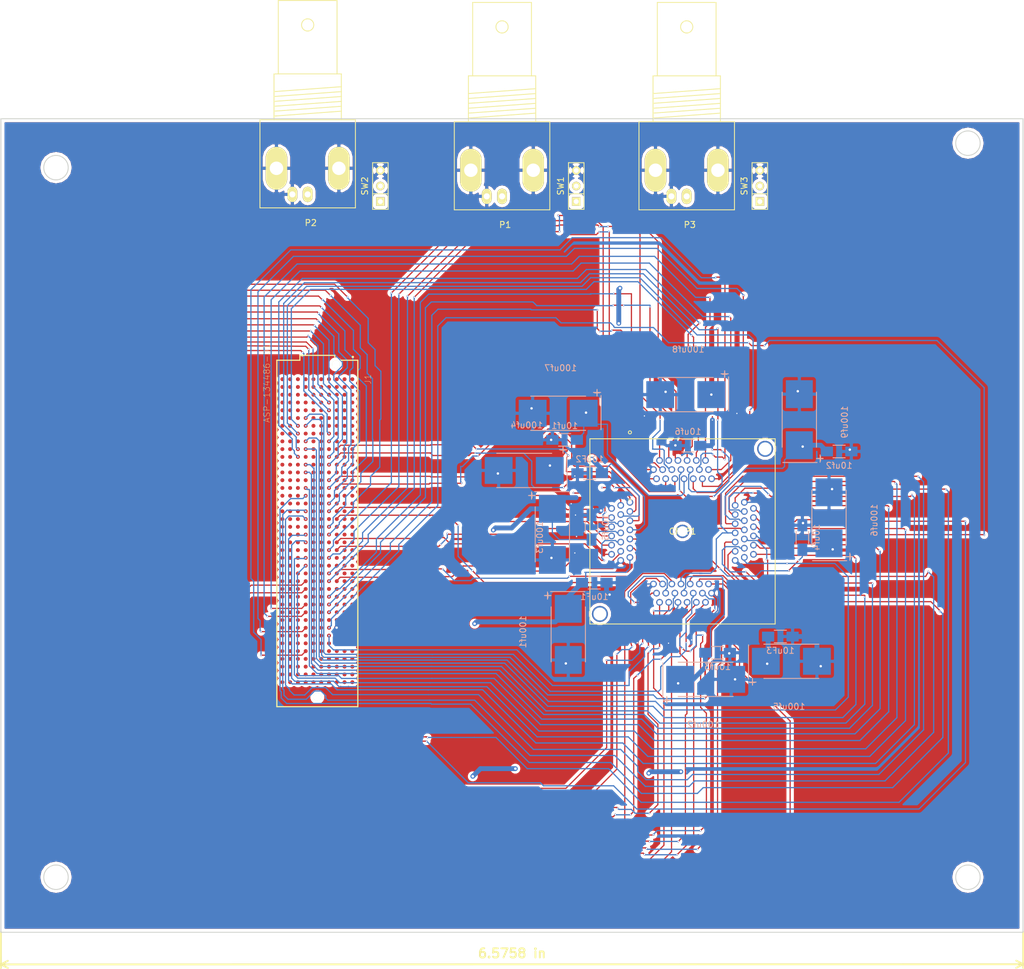
<source format=kicad_pcb>
(kicad_pcb (version 4) (host pcbnew 4.0.4-snap1-stable)
  (layers (0 F.Cu signal) (1 In1.Cu power) (2 In2.Cu power) (31 B.Cu signal) (34 B.Paste user) (35 F.Paste user) (36 B.SilkS user) (37 F.SilkS user) (38 B.Mask user) (39 F.Mask user) (44 Edge.Cuts user))
  (net 0 "")
  (net 1 VDD_core)
  (net 2 VSSQ)
  (net 3 VDDQ)
  (net 4 VDD_IO)
  (net 5 "Net-(J1-PadC1)")
  (net 6 "Net-(J1-PadD1)")
  (net 7 "Net-(J1-PadG1)")
  (net 8 "Net-(J1-PadH1)")
  (net 9 "Net-(J1-PadC2)")
  (net 10 "Net-(J1-PadD2)")
  (net 11 "Net-(J1-PadG2)")
  (net 12 "Net-(J1-PadH2)")
  (net 13 "Net-(J1-PadC3)")
  (net 14 "Net-(J1-PadD3)")
  (net 15 "Net-(J1-PadG3)")
  (net 16 "Net-(J1-PadH3)")
  (net 17 "Net-(J1-PadC4)")
  (net 18 I_scanEn)
  (net 19 "Net-(J1-PadG4)")
  (net 20 "Net-(J1-PadH4)")
  (net 21 "Net-(J1-PadC5)")
  (net 22 O_outData0)
  (net 23 "Net-(J1-PadG5)")
  (net 24 "Net-(J1-PadH5)")
  (net 25 "Net-(J1-PadC6)")
  (net 26 "Net-(J1-PadD6)")
  (net 27 B_outData_bi7)
  (net 28 "Net-(J1-PadH6)")
  (net 29 "Net-(J1-PadC7)")
  (net 30 "Net-(J1-PadD7)")
  (net 31 B_outData_bi6)
  (net 32 I_inData3)
  (net 33 "Net-(J1-PadC8)")
  (net 34 O_outData1)
  (net 35 "Net-(J1-PadG8)")
  (net 36 I_inData2)
  (net 37 "Net-(J1-PadC9)")
  (net 38 O_outData2)
  (net 39 B_outData_bi5)
  (net 40 "Net-(J1-PadH9)")
  (net 41 O_DOUT)
  (net 42 "Net-(J1-PadD10)")
  (net 43 B_outData_bi4)
  (net 44 I_inData1)
  (net 45 I_DIN)
  (net 46 O_outData3)
  (net 47 "Net-(J1-PadG11)")
  (net 48 I_inData0)
  (net 49 "Net-(J1-PadC12)")
  (net 50 O_outData4)
  (net 51 B_outData_bi3)
  (net 52 "Net-(J1-PadH12)")
  (net 53 "Net-(J1-PadC13)")
  (net 54 "Net-(J1-PadD13)")
  (net 55 B_outData_bi2)
  (net 56 "Net-(J1-PadH13)")
  (net 57 I_PGM)
  (net 58 O_outData5)
  (net 59 "Net-(J1-PadG14)")
  (net 60 "Net-(J1-PadH14)")
  (net 61 I_FCLK)
  (net 62 O_outData6)
  (net 63 B_outData_bi1)
  (net 64 "Net-(J1-PadH15)")
  (net 65 "Net-(J1-PadC16)")
  (net 66 "Net-(J1-PadD16)")
  (net 67 B_outData_bi0)
  (net 68 "Net-(J1-PadH16)")
  (net 69 "Net-(J1-PadC17)")
  (net 70 O_outData7)
  (net 71 "Net-(J1-PadG17)")
  (net 72 "Net-(J1-PadH17)")
  (net 73 I_SEL4)
  (net 74 O_SO)
  (net 75 B_inData_bi11)
  (net 76 "Net-(J1-PadH18)")
  (net 77 I_SEL3)
  (net 78 "Net-(J1-PadD19)")
  (net 79 B_inData_bi10)
  (net 80 "Net-(J1-PadH19)")
  (net 81 "Net-(J1-PadC20)")
  (net 82 I_SCLK)
  (net 83 "Net-(J1-PadG20)")
  (net 84 "Net-(J1-PadH20)")
  (net 85 "Net-(J1-PadC21)")
  (net 86 I_SI)
  (net 87 B_inData_bi9)
  (net 88 "Net-(J1-PadH21)")
  (net 89 I_SEL2)
  (net 90 "Net-(J1-PadD22)")
  (net 91 B_inData_bi8)
  (net 92 "Net-(J1-PadH22)")
  (net 93 I_SEL1)
  (net 94 I_reset)
  (net 95 "Net-(J1-PadG23)")
  (net 96 "Net-(J1-PadH23)")
  (net 97 "Net-(J1-PadC24)")
  (net 98 I_address5)
  (net 99 B_inData_bi7)
  (net 100 "Net-(J1-PadH24)")
  (net 101 "Net-(J1-PadC25)")
  (net 102 "Net-(J1-PadD25)")
  (net 103 B_inData_bi6)
  (net 104 "Net-(J1-PadH25)")
  (net 105 I_SEL0)
  (net 106 I_address4)
  (net 107 "Net-(J1-PadG26)")
  (net 108 "Net-(J1-PadH26)")
  (net 109 I_enable)
  (net 110 I_address3)
  (net 111 B_inData_bi5)
  (net 112 "Net-(J1-PadH27)")
  (net 113 "Net-(J1-PadC28)")
  (net 114 "Net-(J1-PadD28)")
  (net 115 B_inData_bi4)
  (net 116 "Net-(J1-PadH28)")
  (net 117 "Net-(J1-PadC29)")
  (net 118 I_address2)
  (net 119 "Net-(J1-PadG29)")
  (net 120 "Net-(J1-PadH29)")
  (net 121 "Net-(J1-PadC30)")
  (net 122 I_address1)
  (net 123 B_inData_bi3)
  (net 124 "Net-(J1-PadH30)")
  (net 125 "Net-(J1-PadC31)")
  (net 126 I_address0)
  (net 127 B_inData_bi2)
  (net 128 "Net-(J1-PadH31)")
  (net 129 "Net-(J1-PadC32)")
  (net 130 "Net-(J1-PadD32)")
  (net 131 "Net-(J1-PadG32)")
  (net 132 "Net-(J1-PadH32)")
  (net 133 I_clk)
  (net 134 B_inData_bi1)
  (net 135 "Net-(J1-PadH33)")
  (net 136 "Net-(J1-PadC34)")
  (net 137 I_testmode)
  (net 138 "Net-(J1-PadG34)")
  (net 139 "Net-(J1-PadH34)")
  (net 140 "Net-(J1-PadC35)")
  (net 141 "Net-(J1-PadD35)")
  (net 142 "Net-(J1-PadG35)")
  (net 143 "Net-(J1-PadH35)")
  (net 144 "Net-(J1-PadC36)")
  (net 145 "Net-(J1-PadD36)")
  (net 146 B_inData_bi0)
  (net 147 "Net-(J1-PadH36)")
  (net 148 "Net-(J1-PadC37)")
  (net 149 "Net-(J1-PadD37)")
  (net 150 "Net-(J1-PadG37)")
  (net 151 "Net-(J1-PadH37)")
  (net 152 "Net-(J1-PadC38)")
  (net 153 "Net-(J1-PadD38)")
  (net 154 "Net-(J1-PadG38)")
  (net 155 "Net-(J1-PadH38)")
  (net 156 "Net-(J1-PadC39)")
  (net 157 "Net-(J1-PadD39)")
  (net 158 "Net-(J1-PadG39)")
  (net 159 "Net-(J1-PadH39)")
  (net 160 "Net-(J1-PadC40)")
  (net 161 "Net-(J1-PadD40)")
  (net 162 "Net-(J1-PadG40)")
  (net 163 "Net-(J1-PadH40)")
  (net 164 "Net-(P1-Pad1)")
  (net 165 "Net-(P2-Pad1)")
  (net 166 "Net-(P3-Pad1)")
  (module footprints:280-5205-01 (layer F.Cu) (at 120.77 74.71)
    (fp_text reference U1 (at 8.5979 4.750001) (layer F.SilkS))
    (fp_text value CHIP1 (at 8.5979 4.750001) (layer F.SilkS))
    (fp_text user * (at 0 0) (layer F.SilkS))
    (pad 1 thru_hole circle (at 0 0 90) (size 1.0922 1.0922) (drill 0.7112) (layers *.Cu *.Mask) (net 2 VSSQ))
    (pad 2 thru_hole circle (at -1.4986 0.500002 90) (size 1.0922 1.0922) (drill 0.7112) (layers *.Cu *.Mask) (net 3 VDDQ))
    (pad 3 thru_hole circle (at -2.9972 1.000001 90) (size 1.0922 1.0922) (drill 0.7112) (layers *.Cu *.Mask) (net 2 VSSQ))
    (pad 4 thru_hole circle (at 0 1.5 90) (size 1.0922 1.0922) (drill 0.7112) (layers *.Cu *.Mask) (net 41 O_DOUT))
    (pad 5 thru_hole circle (at -1.4986 2.000001 90) (size 1.0922 1.0922) (drill 0.7112) (layers *.Cu *.Mask) (net 45 I_DIN))
    (pad 6 thru_hole circle (at -2.9972 2.5 90) (size 1.0922 1.0922) (drill 0.7112) (layers *.Cu *.Mask) (net 57 I_PGM))
    (pad 7 thru_hole circle (at 0 3.000002 90) (size 1.0922 1.0922) (drill 0.7112) (layers *.Cu *.Mask) (net 61 I_FCLK))
    (pad 8 thru_hole circle (at -1.4986 3.500001 90) (size 1.0922 1.0922) (drill 0.7112) (layers *.Cu *.Mask) (net 1 VDD_core))
    (pad 9 thru_hole circle (at -2.9972 4 90) (size 1.0922 1.0922) (drill 0.7112) (layers *.Cu *.Mask) (net 2 VSSQ))
    (pad 10 thru_hole circle (at 0 4.500001 90) (size 1.0922 1.0922) (drill 0.7112) (layers *.Cu *.Mask) (net 3 VDDQ))
    (pad 11 thru_hole circle (at -1.4986 5 90) (size 1.0922 1.0922) (drill 0.7112) (layers *.Cu *.Mask) (net 4 VDD_IO))
    (pad 12 thru_hole circle (at -2.9972 5.500002 90) (size 1.0922 1.0922) (drill 0.7112) (layers *.Cu *.Mask) (net 73 I_SEL4))
    (pad 13 thru_hole circle (at 0 6.000001 90) (size 1.0922 1.0922) (drill 0.7112) (layers *.Cu *.Mask) (net 77 I_SEL3))
    (pad 14 thru_hole circle (at -1.4986 6.5 90) (size 1.0922 1.0922) (drill 0.7112) (layers *.Cu *.Mask) (net 89 I_SEL2))
    (pad 15 thru_hole circle (at -2.9972 7.000001 90) (size 1.0922 1.0922) (drill 0.7112) (layers *.Cu *.Mask) (net 93 I_SEL1))
    (pad 16 thru_hole circle (at 0 7.5 90) (size 1.0922 1.0922) (drill 0.7112) (layers *.Cu *.Mask) (net 105 I_SEL0))
    (pad 17 thru_hole circle (at -1.4986 8.000002 90) (size 1.0922 1.0922) (drill 0.7112) (layers *.Cu *.Mask) (net 109 I_enable))
    (pad 18 thru_hole circle (at -2.9972 8.500001 90) (size 1.0922 1.0922) (drill 0.7112) (layers *.Cu *.Mask) (net 2 VSSQ))
    (pad 19 thru_hole circle (at 0 9 90) (size 1.0922 1.0922) (drill 0.7112) (layers *.Cu *.Mask) (net 3 VDDQ))
    (pad 20 thru_hole circle (at -1.4986 9.500001 90) (size 1.0922 1.0922) (drill 0.7112) (layers *.Cu *.Mask) (net 2 VSSQ))
    (pad 21 thru_hole circle (at 3.847899 13.347901) (size 1.0922 1.0922) (drill 0.7112) (layers *.Cu *.Mask) (net 2 VSSQ))
    (pad 22 thru_hole circle (at 4.347901 14.846501) (size 1.0922 1.0922) (drill 0.7112) (layers *.Cu *.Mask) (net 137 I_testmode))
    (pad 23 thru_hole circle (at 4.8479 16.345101) (size 1.0922 1.0922) (drill 0.7112) (layers *.Cu *.Mask) (net 18 I_scanEn))
    (pad 24 thru_hole circle (at 5.347899 13.347901) (size 1.0922 1.0922) (drill 0.7112) (layers *.Cu *.Mask) (net 22 O_outData0))
    (pad 25 thru_hole circle (at 5.8479 14.846501) (size 1.0922 1.0922) (drill 0.7112) (layers *.Cu *.Mask) (net 34 O_outData1))
    (pad 26 thru_hole circle (at 6.347899 16.345101) (size 1.0922 1.0922) (drill 0.7112) (layers *.Cu *.Mask) (net 38 O_outData2))
    (pad 27 thru_hole circle (at 6.847901 13.347901) (size 1.0922 1.0922) (drill 0.7112) (layers *.Cu *.Mask) (net 46 O_outData3))
    (pad 28 thru_hole circle (at 7.3479 14.846501) (size 1.0922 1.0922) (drill 0.7112) (layers *.Cu *.Mask) (net 74 O_SO))
    (pad 29 thru_hole circle (at 7.847899 16.345101) (size 1.0922 1.0922) (drill 0.7112) (layers *.Cu *.Mask) (net 2 VSSQ))
    (pad 30 thru_hole circle (at 8.347901 13.347901) (size 1.0922 1.0922) (drill 0.7112) (layers *.Cu *.Mask) (net 4 VDD_IO))
    (pad 31 thru_hole circle (at 8.8479 14.846501) (size 1.0922 1.0922) (drill 0.7112) (layers *.Cu *.Mask) (net 1 VDD_core))
    (pad 32 thru_hole circle (at 9.347901 16.345101) (size 1.0922 1.0922) (drill 0.7112) (layers *.Cu *.Mask) (net 82 I_SCLK))
    (pad 33 thru_hole circle (at 9.8479 13.347901) (size 1.0922 1.0922) (drill 0.7112) (layers *.Cu *.Mask) (net 86 I_SI))
    (pad 34 thru_hole circle (at 10.347899 14.846501) (size 1.0922 1.0922) (drill 0.7112) (layers *.Cu *.Mask) (net 50 O_outData4))
    (pad 35 thru_hole circle (at 10.847901 16.345101) (size 1.0922 1.0922) (drill 0.7112) (layers *.Cu *.Mask) (net 58 O_outData5))
    (pad 36 thru_hole circle (at 11.3479 13.347901) (size 1.0922 1.0922) (drill 0.7112) (layers *.Cu *.Mask) (net 62 O_outData6))
    (pad 37 thru_hole circle (at 11.847901 14.846501) (size 1.0922 1.0922) (drill 0.7112) (layers *.Cu *.Mask) (net 70 O_outData7))
    (pad 38 thru_hole circle (at 12.3479 16.345101) (size 1.0922 1.0922) (drill 0.7112) (layers *.Cu *.Mask) (net 27 B_outData_bi7))
    (pad 39 thru_hole circle (at 12.847899 13.347901) (size 1.0922 1.0922) (drill 0.7112) (layers *.Cu *.Mask) (net 31 B_outData_bi6))
    (pad 40 thru_hole circle (at 13.347901 14.846501) (size 1.0922 1.0922) (drill 0.7112) (layers *.Cu *.Mask) (net 2 VSSQ))
    (pad 41 thru_hole circle (at 17.1958 9.500001 90) (size 1.0922 1.0922) (drill 0.7112) (layers *.Cu *.Mask) (net 2 VSSQ))
    (pad 42 thru_hole circle (at 18.6944 9 90) (size 1.0922 1.0922) (drill 0.7112) (layers *.Cu *.Mask) (net 39 B_outData_bi5))
    (pad 43 thru_hole circle (at 20.193 8.500001 90) (size 1.0922 1.0922) (drill 0.7112) (layers *.Cu *.Mask) (net 43 B_outData_bi4))
    (pad 44 thru_hole circle (at 17.1958 8.000002 90) (size 1.0922 1.0922) (drill 0.7112) (layers *.Cu *.Mask) (net 51 B_outData_bi3))
    (pad 45 thru_hole circle (at 18.6944 7.5 90) (size 1.0922 1.0922) (drill 0.7112) (layers *.Cu *.Mask) (net 55 B_outData_bi2))
    (pad 46 thru_hole circle (at 20.193 7.000001 90) (size 1.0922 1.0922) (drill 0.7112) (layers *.Cu *.Mask) (net 63 B_outData_bi1))
    (pad 47 thru_hole circle (at 17.1958 6.5 90) (size 1.0922 1.0922) (drill 0.7112) (layers *.Cu *.Mask) (net 67 B_outData_bi0))
    (pad 48 thru_hole circle (at 18.6944 6.000001 90) (size 1.0922 1.0922) (drill 0.7112) (layers *.Cu *.Mask) (net 75 B_inData_bi11))
    (pad 49 thru_hole circle (at 20.193 5.500002 90) (size 1.0922 1.0922) (drill 0.7112) (layers *.Cu *.Mask) (net 2 VSSQ))
    (pad 50 thru_hole circle (at 17.1958 5 90) (size 1.0922 1.0922) (drill 0.7112) (layers *.Cu *.Mask) (net 4 VDD_IO))
    (pad 51 thru_hole circle (at 18.6944 4.500001 90) (size 1.0922 1.0922) (drill 0.7112) (layers *.Cu *.Mask) (net 1 VDD_core))
    (pad 52 thru_hole circle (at 20.193 4 90) (size 1.0922 1.0922) (drill 0.7112) (layers *.Cu *.Mask) (net 133 I_clk))
    (pad 53 thru_hole circle (at 17.1958 3.500001 90) (size 1.0922 1.0922) (drill 0.7112) (layers *.Cu *.Mask) (net 79 B_inData_bi10))
    (pad 54 thru_hole circle (at 18.6944 3.000002 90) (size 1.0922 1.0922) (drill 0.7112) (layers *.Cu *.Mask) (net 87 B_inData_bi9))
    (pad 55 thru_hole circle (at 20.193 2.5 90) (size 1.0922 1.0922) (drill 0.7112) (layers *.Cu *.Mask) (net 91 B_inData_bi8))
    (pad 56 thru_hole circle (at 17.1958 2.000001 90) (size 1.0922 1.0922) (drill 0.7112) (layers *.Cu *.Mask) (net 99 B_inData_bi7))
    (pad 57 thru_hole circle (at 18.6944 1.5 90) (size 1.0922 1.0922) (drill 0.7112) (layers *.Cu *.Mask) (net 103 B_inData_bi6))
    (pad 58 thru_hole circle (at 20.193 1.000001 90) (size 1.0922 1.0922) (drill 0.7112) (layers *.Cu *.Mask) (net 111 B_inData_bi5))
    (pad 59 thru_hole circle (at 17.1958 0.500002 90) (size 1.0922 1.0922) (drill 0.7112) (layers *.Cu *.Mask) (net 115 B_inData_bi4))
    (pad 60 thru_hole circle (at 18.6944 0 90) (size 1.0922 1.0922) (drill 0.7112) (layers *.Cu *.Mask) (net 2 VSSQ))
    (pad 61 thru_hole circle (at 13.347901 -3.847899) (size 1.0922 1.0922) (drill 0.7112) (layers *.Cu *.Mask) (net 2 VSSQ))
    (pad 62 thru_hole circle (at 12.847899 -5.346499) (size 1.0922 1.0922) (drill 0.7112) (layers *.Cu *.Mask) (net 123 B_inData_bi3))
    (pad 63 thru_hole circle (at 12.3479 -6.845099) (size 1.0922 1.0922) (drill 0.7112) (layers *.Cu *.Mask) (net 127 B_inData_bi2))
    (pad 64 thru_hole circle (at 11.847901 -3.847899) (size 1.0922 1.0922) (drill 0.7112) (layers *.Cu *.Mask) (net 134 B_inData_bi1))
    (pad 65 thru_hole circle (at 11.3479 -5.346499) (size 1.0922 1.0922) (drill 0.7112) (layers *.Cu *.Mask) (net 146 B_inData_bi0))
    (pad 66 thru_hole circle (at 10.847901 -6.845099) (size 1.0922 1.0922) (drill 0.7112) (layers *.Cu *.Mask) (net 32 I_inData3))
    (pad 67 thru_hole circle (at 10.347899 -3.847899) (size 1.0922 1.0922) (drill 0.7112) (layers *.Cu *.Mask) (net 36 I_inData2))
    (pad 68 thru_hole circle (at 9.8479 -5.346499) (size 1.0922 1.0922) (drill 0.7112) (layers *.Cu *.Mask) (net 44 I_inData1))
    (pad 69 thru_hole circle (at 9.347901 -6.845099) (size 1.0922 1.0922) (drill 0.7112) (layers *.Cu *.Mask) (net 48 I_inData0))
    (pad 70 thru_hole circle (at 8.847899 -3.847899) (size 1.0922 1.0922) (drill 0.7112) (layers *.Cu *.Mask) (net 1 VDD_core))
    (pad 71 thru_hole circle (at 8.3479 -5.346499) (size 1.0922 1.0922) (drill 0.7112) (layers *.Cu *.Mask) (net 4 VDD_IO))
    (pad 72 thru_hole circle (at 7.847899 -6.845099) (size 1.0922 1.0922) (drill 0.7112) (layers *.Cu *.Mask) (net 2 VSSQ))
    (pad 73 thru_hole circle (at 7.3479 -3.847899) (size 1.0922 1.0922) (drill 0.7112) (layers *.Cu *.Mask) (net 94 I_reset))
    (pad 74 thru_hole circle (at 6.847901 -5.346499) (size 1.0922 1.0922) (drill 0.7112) (layers *.Cu *.Mask) (net 98 I_address5))
    (pad 75 thru_hole circle (at 6.347899 -6.845099) (size 1.0922 1.0922) (drill 0.7112) (layers *.Cu *.Mask) (net 106 I_address4))
    (pad 76 thru_hole circle (at 5.8479 -3.847899) (size 1.0922 1.0922) (drill 0.7112) (layers *.Cu *.Mask) (net 110 I_address3))
    (pad 77 thru_hole circle (at 5.347899 -5.346499) (size 1.0922 1.0922) (drill 0.7112) (layers *.Cu *.Mask) (net 118 I_address2))
    (pad 78 thru_hole circle (at 4.8479 -6.845099) (size 1.0922 1.0922) (drill 0.7112) (layers *.Cu *.Mask) (net 122 I_address1))
    (pad 79 thru_hole circle (at 4.347901 -3.847899) (size 1.0922 1.0922) (drill 0.7112) (layers *.Cu *.Mask) (net 126 I_address0))
    (pad 80 thru_hole circle (at 3.847899 -5.346499) (size 1.0922 1.0922) (drill 0.7112) (layers *.Cu *.Mask) (net 2 VSSQ))
    (pad 81 thru_hole circle (at 8.5979 4.750001) (size 2.2098 2.2098) (drill 1.7018) (layers *.Cu *.Mask))
    (pad 82 thru_hole circle (at -4.9022 18.250101) (size 2.6162 2.6162) (drill 2.1082) (layers *.Cu *.Mask))
    (pad 83 thru_hole circle (at 22.098 -8.750099) (size 2.6162 2.6162) (drill 2.1082) (layers *.Cu *.Mask))
  )
  (module Capacitors_SMD:C_1206_HandSoldering (layer B.Cu) (at 110.1 64.5 180)
    (fp_text reference 10uf1 (at 0 2.3 180) (layer B.SilkS) (effects (justify mirror)))
    (fp_text value C)
    (pad 1 smd rect (at -2 0 180) (size 2 1.6) (layers B.Cu B.Paste B.Mask) (net 1 VDD_core))
    (pad 2 smd rect (at 2 0 180) (size 2 1.6) (layers B.Cu B.Paste B.Mask) (net 2 VSSQ))
  )
  (module Capacitors_SMD:C_1206_HandSoldering (layer B.Cu) (at 114.95 87.85)
    (fp_text reference 10uF1 (at 0 2.3) (layer B.SilkS) (effects (justify mirror)))
    (fp_text value C)
    (pad 1 smd rect (at -2 0) (size 2 1.6) (layers B.Cu B.Paste B.Mask) (net 3 VDDQ))
    (pad 2 smd rect (at 2 0) (size 2 1.6) (layers B.Cu B.Paste B.Mask) (net 2 VSSQ))
  )
  (module Capacitors_SMD:C_1206_HandSoldering (layer B.Cu) (at 154.95 66.4)
    (fp_text reference 10uf2 (at 0 2.3) (layer B.SilkS) (effects (justify mirror)))
    (fp_text value C)
    (pad 1 smd rect (at -2 0) (size 2 1.6) (layers B.Cu B.Paste B.Mask) (net 4 VDD_IO))
    (pad 2 smd rect (at 2 0) (size 2 1.6) (layers B.Cu B.Paste B.Mask) (net 2 VSSQ))
  )
  (module Capacitors_Tantalum_SMD:TantalC_SizeE_EIA-7360_HandSoldering (layer B.Cu) (at 110.7 96.3 270)
    (fp_text reference 100uf1 (at -0.39878 7.39902 270) (layer B.SilkS) (effects (justify mirror)))
    (fp_text value C)
    (fp_text user + (at -6.35 3.39852 270) (layer B.SilkS) (effects (justify mirror)))
    (pad 2 smd rect (at 4.17576 0 270) (size 4.54914 4.39928) (layers B.Cu B.Paste B.Mask) (net 2 VSSQ))
    (pad 1 smd rect (at -4.17576 0 270) (size 4.54914 4.39928) (layers B.Cu B.Paste B.Mask) (net 3 VDDQ))
  )
  (module Capacitors_Tantalum_SMD:TantalC_SizeE_EIA-7360_HandSoldering (layer B.Cu) (at 133.15 103.65)
    (fp_text reference 100uf2 (at -0.39878 7.39902) (layer B.SilkS) (effects (justify mirror)))
    (fp_text value C)
    (fp_text user + (at -6.35 3.39852) (layer B.SilkS) (effects (justify mirror)))
    (pad 2 smd rect (at 4.17576 0) (size 4.54914 4.39928) (layers B.Cu B.Paste B.Mask) (net 2 VSSQ))
    (pad 1 smd rect (at -4.17576 0) (size 4.54914 4.39928) (layers B.Cu B.Paste B.Mask) (net 1 VDD_core))
  )
  (module Capacitors_Tantalum_SMD:TantalC_SizeE_EIA-7360_HandSoldering (layer B.Cu) (at 108.1 79.95 270)
    (fp_text reference 100uf3 (at 0.5 2.06 270) (layer B.SilkS) (effects (justify mirror)))
    (fp_text value C)
    (fp_text user + (at -6.35 3.39852 270) (layer B.SilkS) (effects (justify mirror)))
    (pad 2 smd rect (at 4.17576 0 270) (size 4.54914 4.39928) (layers B.Cu B.Paste B.Mask) (net 2 VSSQ))
    (pad 1 smd rect (at -4.17576 0 270) (size 4.54914 4.39928) (layers B.Cu B.Paste B.Mask) (net 4 VDD_IO))
  )
  (module ASP-134486-01:SAMTEC_ASP-134486-01 (layer F.Cu) (at 69.7 79.35 270)
    (fp_text reference J1 (at -24.7559 -8.25728 270) (layer F.SilkS) (effects (font (size 1.0036 1.0036) (thickness 0.05))))
    (fp_text value ASP-134486-01 (at -24.1189 8.25723 270) (layer F.SilkS) (effects (font (size 1.0035 1.0035) (thickness 0.05))))
    (pad A1 smd circle (at -24.765 -5.715 90) (size 0.64 0.64) (layers F.Cu F.Paste F.Mask))
    (pad B1 smd circle (at -24.765 -4.445 90) (size 0.64 0.64) (layers F.Cu F.Paste F.Mask))
    (pad C1 smd circle (at -24.765 -3.175 90) (size 0.64 0.64) (layers F.Cu F.Paste F.Mask) (net 5 "Net-(J1-PadC1)"))
    (pad D1 smd circle (at -24.765 -1.905 90) (size 0.64 0.64) (layers F.Cu F.Paste F.Mask) (net 6 "Net-(J1-PadD1)"))
    (pad E1 smd circle (at -24.765 -0.635 90) (size 0.64 0.64) (layers F.Cu F.Paste F.Mask))
    (pad F1 smd circle (at -24.765 0.635 90) (size 0.64 0.64) (layers F.Cu F.Paste F.Mask))
    (pad G1 smd circle (at -24.765 1.905 90) (size 0.64 0.64) (layers F.Cu F.Paste F.Mask) (net 7 "Net-(J1-PadG1)"))
    (pad H1 smd circle (at -24.765 3.175 90) (size 0.64 0.64) (layers F.Cu F.Paste F.Mask) (net 8 "Net-(J1-PadH1)"))
    (pad J1 smd circle (at -24.765 4.445 90) (size 0.64 0.64) (layers F.Cu F.Paste F.Mask))
    (pad K1 smd circle (at -24.765 5.715 90) (size 0.64 0.64) (layers F.Cu F.Paste F.Mask))
    (pad A2 smd circle (at -23.495 -5.715 90) (size 0.64 0.64) (layers F.Cu F.Paste F.Mask))
    (pad B2 smd circle (at -23.495 -4.445 90) (size 0.64 0.64) (layers F.Cu F.Paste F.Mask))
    (pad C2 smd circle (at -23.495 -3.175 90) (size 0.64 0.64) (layers F.Cu F.Paste F.Mask) (net 9 "Net-(J1-PadC2)"))
    (pad D2 smd circle (at -23.495 -1.905 90) (size 0.64 0.64) (layers F.Cu F.Paste F.Mask) (net 10 "Net-(J1-PadD2)"))
    (pad E2 smd circle (at -23.495 -0.635 90) (size 0.64 0.64) (layers F.Cu F.Paste F.Mask))
    (pad F2 smd circle (at -23.495 0.635 90) (size 0.64 0.64) (layers F.Cu F.Paste F.Mask))
    (pad G2 smd circle (at -23.495 1.905 90) (size 0.64 0.64) (layers F.Cu F.Paste F.Mask) (net 11 "Net-(J1-PadG2)"))
    (pad H2 smd circle (at -23.495 3.175 90) (size 0.64 0.64) (layers F.Cu F.Paste F.Mask) (net 12 "Net-(J1-PadH2)"))
    (pad J2 smd circle (at -23.495 4.445 90) (size 0.64 0.64) (layers F.Cu F.Paste F.Mask))
    (pad K2 smd circle (at -23.495 5.715 90) (size 0.64 0.64) (layers F.Cu F.Paste F.Mask))
    (pad A3 smd circle (at -22.225 -5.715 90) (size 0.64 0.64) (layers F.Cu F.Paste F.Mask))
    (pad B3 smd circle (at -22.225 -4.445 90) (size 0.64 0.64) (layers F.Cu F.Paste F.Mask))
    (pad C3 smd circle (at -22.225 -3.175 90) (size 0.64 0.64) (layers F.Cu F.Paste F.Mask) (net 13 "Net-(J1-PadC3)"))
    (pad D3 smd circle (at -22.225 -1.905 90) (size 0.64 0.64) (layers F.Cu F.Paste F.Mask) (net 14 "Net-(J1-PadD3)"))
    (pad E3 smd circle (at -22.225 -0.635 90) (size 0.64 0.64) (layers F.Cu F.Paste F.Mask))
    (pad F3 smd circle (at -22.225 0.635 90) (size 0.64 0.64) (layers F.Cu F.Paste F.Mask))
    (pad G3 smd circle (at -22.225 1.905 90) (size 0.64 0.64) (layers F.Cu F.Paste F.Mask) (net 15 "Net-(J1-PadG3)"))
    (pad H3 smd circle (at -22.225 3.175 90) (size 0.64 0.64) (layers F.Cu F.Paste F.Mask) (net 16 "Net-(J1-PadH3)"))
    (pad J3 smd circle (at -22.225 4.445 90) (size 0.64 0.64) (layers F.Cu F.Paste F.Mask))
    (pad K3 smd circle (at -22.225 5.715 90) (size 0.64 0.64) (layers F.Cu F.Paste F.Mask))
    (pad A4 smd circle (at -20.955 -5.715 90) (size 0.64 0.64) (layers F.Cu F.Paste F.Mask))
    (pad B4 smd circle (at -20.955 -4.445 90) (size 0.64 0.64) (layers F.Cu F.Paste F.Mask))
    (pad C4 smd circle (at -20.955 -3.175 90) (size 0.64 0.64) (layers F.Cu F.Paste F.Mask) (net 17 "Net-(J1-PadC4)"))
    (pad D4 smd circle (at -20.955 -1.905 90) (size 0.64 0.64) (layers F.Cu F.Paste F.Mask) (net 18 I_scanEn))
    (pad E4 smd circle (at -20.955 -0.635 90) (size 0.64 0.64) (layers F.Cu F.Paste F.Mask))
    (pad F4 smd circle (at -20.955 0.635 90) (size 0.64 0.64) (layers F.Cu F.Paste F.Mask))
    (pad G4 smd circle (at -20.955 1.905 90) (size 0.64 0.64) (layers F.Cu F.Paste F.Mask) (net 19 "Net-(J1-PadG4)"))
    (pad H4 smd circle (at -20.955 3.175 90) (size 0.64 0.64) (layers F.Cu F.Paste F.Mask) (net 20 "Net-(J1-PadH4)"))
    (pad J4 smd circle (at -20.955 4.445 90) (size 0.64 0.64) (layers F.Cu F.Paste F.Mask))
    (pad K4 smd circle (at -20.955 5.715 90) (size 0.64 0.64) (layers F.Cu F.Paste F.Mask))
    (pad A5 smd circle (at -19.685 -5.715 90) (size 0.64 0.64) (layers F.Cu F.Paste F.Mask))
    (pad B5 smd circle (at -19.685 -4.445 90) (size 0.64 0.64) (layers F.Cu F.Paste F.Mask))
    (pad C5 smd circle (at -19.685 -3.175 90) (size 0.64 0.64) (layers F.Cu F.Paste F.Mask) (net 21 "Net-(J1-PadC5)"))
    (pad D5 smd circle (at -19.685 -1.905 90) (size 0.64 0.64) (layers F.Cu F.Paste F.Mask) (net 22 O_outData0))
    (pad E5 smd circle (at -19.685 -0.635 90) (size 0.64 0.64) (layers F.Cu F.Paste F.Mask))
    (pad F5 smd circle (at -19.685 0.635 90) (size 0.64 0.64) (layers F.Cu F.Paste F.Mask))
    (pad G5 smd circle (at -19.685 1.905 90) (size 0.64 0.64) (layers F.Cu F.Paste F.Mask) (net 23 "Net-(J1-PadG5)"))
    (pad H5 smd circle (at -19.685 3.175 90) (size 0.64 0.64) (layers F.Cu F.Paste F.Mask) (net 24 "Net-(J1-PadH5)"))
    (pad J5 smd circle (at -19.685 4.445 90) (size 0.64 0.64) (layers F.Cu F.Paste F.Mask))
    (pad K5 smd circle (at -19.685 5.715 90) (size 0.64 0.64) (layers F.Cu F.Paste F.Mask))
    (pad A6 smd circle (at -18.415 -5.715 90) (size 0.64 0.64) (layers F.Cu F.Paste F.Mask))
    (pad B6 smd circle (at -18.415 -4.445 90) (size 0.64 0.64) (layers F.Cu F.Paste F.Mask))
    (pad C6 smd circle (at -18.415 -3.175 90) (size 0.64 0.64) (layers F.Cu F.Paste F.Mask) (net 25 "Net-(J1-PadC6)"))
    (pad D6 smd circle (at -18.415 -1.905 90) (size 0.64 0.64) (layers F.Cu F.Paste F.Mask) (net 26 "Net-(J1-PadD6)"))
    (pad E6 smd circle (at -18.415 -0.635 90) (size 0.64 0.64) (layers F.Cu F.Paste F.Mask))
    (pad F6 smd circle (at -18.415 0.635 90) (size 0.64 0.64) (layers F.Cu F.Paste F.Mask))
    (pad G6 smd circle (at -18.415 1.905 90) (size 0.64 0.64) (layers F.Cu F.Paste F.Mask) (net 27 B_outData_bi7))
    (pad H6 smd circle (at -18.415 3.175 90) (size 0.64 0.64) (layers F.Cu F.Paste F.Mask) (net 28 "Net-(J1-PadH6)"))
    (pad J6 smd circle (at -18.415 4.445 90) (size 0.64 0.64) (layers F.Cu F.Paste F.Mask))
    (pad K6 smd circle (at -18.415 5.715 90) (size 0.64 0.64) (layers F.Cu F.Paste F.Mask))
    (pad A7 smd circle (at -17.145 -5.715 90) (size 0.64 0.64) (layers F.Cu F.Paste F.Mask))
    (pad B7 smd circle (at -17.145 -4.445 90) (size 0.64 0.64) (layers F.Cu F.Paste F.Mask))
    (pad C7 smd circle (at -17.145 -3.175 90) (size 0.64 0.64) (layers F.Cu F.Paste F.Mask) (net 29 "Net-(J1-PadC7)"))
    (pad D7 smd circle (at -17.145 -1.905 90) (size 0.64 0.64) (layers F.Cu F.Paste F.Mask) (net 30 "Net-(J1-PadD7)"))
    (pad E7 smd circle (at -17.145 -0.635 90) (size 0.64 0.64) (layers F.Cu F.Paste F.Mask))
    (pad F7 smd circle (at -17.145 0.635 90) (size 0.64 0.64) (layers F.Cu F.Paste F.Mask))
    (pad G7 smd circle (at -17.145 1.905 90) (size 0.64 0.64) (layers F.Cu F.Paste F.Mask) (net 31 B_outData_bi6))
    (pad H7 smd circle (at -17.145 3.175 90) (size 0.64 0.64) (layers F.Cu F.Paste F.Mask) (net 32 I_inData3))
    (pad J7 smd circle (at -17.145 4.445 90) (size 0.64 0.64) (layers F.Cu F.Paste F.Mask))
    (pad K7 smd circle (at -17.145 5.715 90) (size 0.64 0.64) (layers F.Cu F.Paste F.Mask))
    (pad A8 smd circle (at -15.875 -5.715 90) (size 0.64 0.64) (layers F.Cu F.Paste F.Mask))
    (pad B8 smd circle (at -15.875 -4.445 90) (size 0.64 0.64) (layers F.Cu F.Paste F.Mask))
    (pad C8 smd circle (at -15.875 -3.175 90) (size 0.64 0.64) (layers F.Cu F.Paste F.Mask) (net 33 "Net-(J1-PadC8)"))
    (pad D8 smd circle (at -15.875 -1.905 90) (size 0.64 0.64) (layers F.Cu F.Paste F.Mask) (net 34 O_outData1))
    (pad E8 smd circle (at -15.875 -0.635 90) (size 0.64 0.64) (layers F.Cu F.Paste F.Mask))
    (pad F8 smd circle (at -15.875 0.635 90) (size 0.64 0.64) (layers F.Cu F.Paste F.Mask))
    (pad G8 smd circle (at -15.875 1.905 90) (size 0.64 0.64) (layers F.Cu F.Paste F.Mask) (net 35 "Net-(J1-PadG8)"))
    (pad H8 smd circle (at -15.875 3.175 90) (size 0.64 0.64) (layers F.Cu F.Paste F.Mask) (net 36 I_inData2))
    (pad J8 smd circle (at -15.875 4.445 90) (size 0.64 0.64) (layers F.Cu F.Paste F.Mask))
    (pad K8 smd circle (at -15.875 5.715 90) (size 0.64 0.64) (layers F.Cu F.Paste F.Mask))
    (pad A9 smd circle (at -14.605 -5.715 90) (size 0.64 0.64) (layers F.Cu F.Paste F.Mask))
    (pad B9 smd circle (at -14.605 -4.445 90) (size 0.64 0.64) (layers F.Cu F.Paste F.Mask))
    (pad C9 smd circle (at -14.605 -3.175 90) (size 0.64 0.64) (layers F.Cu F.Paste F.Mask) (net 37 "Net-(J1-PadC9)"))
    (pad D9 smd circle (at -14.605 -1.905 90) (size 0.64 0.64) (layers F.Cu F.Paste F.Mask) (net 38 O_outData2))
    (pad E9 smd circle (at -14.605 -0.635 90) (size 0.64 0.64) (layers F.Cu F.Paste F.Mask))
    (pad F9 smd circle (at -14.605 0.635 90) (size 0.64 0.64) (layers F.Cu F.Paste F.Mask))
    (pad G9 smd circle (at -14.605 1.905 90) (size 0.64 0.64) (layers F.Cu F.Paste F.Mask) (net 39 B_outData_bi5))
    (pad H9 smd circle (at -14.605 3.175 90) (size 0.64 0.64) (layers F.Cu F.Paste F.Mask) (net 40 "Net-(J1-PadH9)"))
    (pad J9 smd circle (at -14.605 4.445 90) (size 0.64 0.64) (layers F.Cu F.Paste F.Mask))
    (pad K9 smd circle (at -14.605 5.715 90) (size 0.64 0.64) (layers F.Cu F.Paste F.Mask))
    (pad A10 smd circle (at -13.335 -5.715 90) (size 0.64 0.64) (layers F.Cu F.Paste F.Mask))
    (pad B10 smd circle (at -13.335 -4.445 90) (size 0.64 0.64) (layers F.Cu F.Paste F.Mask))
    (pad C10 smd circle (at -13.335 -3.175 90) (size 0.64 0.64) (layers F.Cu F.Paste F.Mask) (net 41 O_DOUT))
    (pad D10 smd circle (at -13.335 -1.905 90) (size 0.64 0.64) (layers F.Cu F.Paste F.Mask) (net 42 "Net-(J1-PadD10)"))
    (pad E10 smd circle (at -13.335 -0.635 90) (size 0.64 0.64) (layers F.Cu F.Paste F.Mask))
    (pad F10 smd circle (at -13.335 0.635 90) (size 0.64 0.64) (layers F.Cu F.Paste F.Mask))
    (pad G10 smd circle (at -13.335 1.905 90) (size 0.64 0.64) (layers F.Cu F.Paste F.Mask) (net 43 B_outData_bi4))
    (pad H10 smd circle (at -13.335 3.175 90) (size 0.64 0.64) (layers F.Cu F.Paste F.Mask) (net 44 I_inData1))
    (pad J10 smd circle (at -13.335 4.445 90) (size 0.64 0.64) (layers F.Cu F.Paste F.Mask))
    (pad K10 smd circle (at -13.335 5.715 90) (size 0.64 0.64) (layers F.Cu F.Paste F.Mask))
    (pad A11 smd circle (at -12.065 -5.715 90) (size 0.64 0.64) (layers F.Cu F.Paste F.Mask))
    (pad B11 smd circle (at -12.065 -4.445 90) (size 0.64 0.64) (layers F.Cu F.Paste F.Mask))
    (pad C11 smd circle (at -12.065 -3.175 90) (size 0.64 0.64) (layers F.Cu F.Paste F.Mask) (net 45 I_DIN))
    (pad D11 smd circle (at -12.065 -1.905 90) (size 0.64 0.64) (layers F.Cu F.Paste F.Mask) (net 46 O_outData3))
    (pad E11 smd circle (at -12.065 -0.635 90) (size 0.64 0.64) (layers F.Cu F.Paste F.Mask))
    (pad F11 smd circle (at -12.065 0.635 90) (size 0.64 0.64) (layers F.Cu F.Paste F.Mask))
    (pad G11 smd circle (at -12.065 1.905 90) (size 0.64 0.64) (layers F.Cu F.Paste F.Mask) (net 47 "Net-(J1-PadG11)"))
    (pad H11 smd circle (at -12.065 3.175 90) (size 0.64 0.64) (layers F.Cu F.Paste F.Mask) (net 48 I_inData0))
    (pad J11 smd circle (at -12.065 4.445 90) (size 0.64 0.64) (layers F.Cu F.Paste F.Mask))
    (pad K11 smd circle (at -12.065 5.715 90) (size 0.64 0.64) (layers F.Cu F.Paste F.Mask))
    (pad A12 smd circle (at -10.795 -5.715 90) (size 0.64 0.64) (layers F.Cu F.Paste F.Mask))
    (pad B12 smd circle (at -10.795 -4.445 90) (size 0.64 0.64) (layers F.Cu F.Paste F.Mask))
    (pad C12 smd circle (at -10.795 -3.175 90) (size 0.64 0.64) (layers F.Cu F.Paste F.Mask) (net 49 "Net-(J1-PadC12)"))
    (pad D12 smd circle (at -10.795 -1.905 90) (size 0.64 0.64) (layers F.Cu F.Paste F.Mask) (net 50 O_outData4))
    (pad E12 smd circle (at -10.795 -0.635 90) (size 0.64 0.64) (layers F.Cu F.Paste F.Mask))
    (pad F12 smd circle (at -10.795 0.635 90) (size 0.64 0.64) (layers F.Cu F.Paste F.Mask))
    (pad G12 smd circle (at -10.795 1.905 90) (size 0.64 0.64) (layers F.Cu F.Paste F.Mask) (net 51 B_outData_bi3))
    (pad H12 smd circle (at -10.795 3.175 90) (size 0.64 0.64) (layers F.Cu F.Paste F.Mask) (net 52 "Net-(J1-PadH12)"))
    (pad J12 smd circle (at -10.795 4.445 90) (size 0.64 0.64) (layers F.Cu F.Paste F.Mask))
    (pad K12 smd circle (at -10.795 5.715 90) (size 0.64 0.64) (layers F.Cu F.Paste F.Mask))
    (pad A13 smd circle (at -9.525 -5.715 90) (size 0.64 0.64) (layers F.Cu F.Paste F.Mask))
    (pad B13 smd circle (at -9.525 -4.445 90) (size 0.64 0.64) (layers F.Cu F.Paste F.Mask))
    (pad C13 smd circle (at -9.525 -3.175 90) (size 0.64 0.64) (layers F.Cu F.Paste F.Mask) (net 53 "Net-(J1-PadC13)"))
    (pad D13 smd circle (at -9.525 -1.905 90) (size 0.64 0.64) (layers F.Cu F.Paste F.Mask) (net 54 "Net-(J1-PadD13)"))
    (pad E13 smd circle (at -9.525 -0.635 90) (size 0.64 0.64) (layers F.Cu F.Paste F.Mask))
    (pad F13 smd circle (at -9.525 0.635 90) (size 0.64 0.64) (layers F.Cu F.Paste F.Mask))
    (pad G13 smd circle (at -9.525 1.905 90) (size 0.64 0.64) (layers F.Cu F.Paste F.Mask) (net 55 B_outData_bi2))
    (pad H13 smd circle (at -9.525 3.175 90) (size 0.64 0.64) (layers F.Cu F.Paste F.Mask) (net 56 "Net-(J1-PadH13)"))
    (pad J13 smd circle (at -9.525 4.445 90) (size 0.64 0.64) (layers F.Cu F.Paste F.Mask))
    (pad K13 smd circle (at -9.525 5.715 90) (size 0.64 0.64) (layers F.Cu F.Paste F.Mask))
    (pad A14 smd circle (at -8.255 -5.715 90) (size 0.64 0.64) (layers F.Cu F.Paste F.Mask))
    (pad B14 smd circle (at -8.255 -4.445 90) (size 0.64 0.64) (layers F.Cu F.Paste F.Mask))
    (pad C14 smd circle (at -8.255 -3.175 90) (size 0.64 0.64) (layers F.Cu F.Paste F.Mask) (net 57 I_PGM))
    (pad D14 smd circle (at -8.255 -1.905 90) (size 0.64 0.64) (layers F.Cu F.Paste F.Mask) (net 58 O_outData5))
    (pad E14 smd circle (at -8.255 -0.635 90) (size 0.64 0.64) (layers F.Cu F.Paste F.Mask))
    (pad F14 smd circle (at -8.255 0.635 90) (size 0.64 0.64) (layers F.Cu F.Paste F.Mask))
    (pad G14 smd circle (at -8.255 1.905 90) (size 0.64 0.64) (layers F.Cu F.Paste F.Mask) (net 59 "Net-(J1-PadG14)"))
    (pad H14 smd circle (at -8.255 3.175 90) (size 0.64 0.64) (layers F.Cu F.Paste F.Mask) (net 60 "Net-(J1-PadH14)"))
    (pad J14 smd circle (at -8.255 4.445 90) (size 0.64 0.64) (layers F.Cu F.Paste F.Mask))
    (pad K14 smd circle (at -8.255 5.715 90) (size 0.64 0.64) (layers F.Cu F.Paste F.Mask))
    (pad A15 smd circle (at -6.985 -5.715 90) (size 0.64 0.64) (layers F.Cu F.Paste F.Mask))
    (pad B15 smd circle (at -6.985 -4.445 90) (size 0.64 0.64) (layers F.Cu F.Paste F.Mask))
    (pad C15 smd circle (at -6.985 -3.175 90) (size 0.64 0.64) (layers F.Cu F.Paste F.Mask) (net 61 I_FCLK))
    (pad D15 smd circle (at -6.985 -1.905 90) (size 0.64 0.64) (layers F.Cu F.Paste F.Mask) (net 62 O_outData6))
    (pad E15 smd circle (at -6.985 -0.635 90) (size 0.64 0.64) (layers F.Cu F.Paste F.Mask))
    (pad F15 smd circle (at -6.985 0.635 90) (size 0.64 0.64) (layers F.Cu F.Paste F.Mask))
    (pad G15 smd circle (at -6.985 1.905 90) (size 0.64 0.64) (layers F.Cu F.Paste F.Mask) (net 63 B_outData_bi1))
    (pad H15 smd circle (at -6.985 3.175 90) (size 0.64 0.64) (layers F.Cu F.Paste F.Mask) (net 64 "Net-(J1-PadH15)"))
    (pad J15 smd circle (at -6.985 4.445 90) (size 0.64 0.64) (layers F.Cu F.Paste F.Mask))
    (pad K15 smd circle (at -6.985 5.715 90) (size 0.64 0.64) (layers F.Cu F.Paste F.Mask))
    (pad A16 smd circle (at -5.715 -5.715 90) (size 0.64 0.64) (layers F.Cu F.Paste F.Mask))
    (pad B16 smd circle (at -5.715 -4.445 90) (size 0.64 0.64) (layers F.Cu F.Paste F.Mask))
    (pad C16 smd circle (at -5.715 -3.175 90) (size 0.64 0.64) (layers F.Cu F.Paste F.Mask) (net 65 "Net-(J1-PadC16)"))
    (pad D16 smd circle (at -5.715 -1.905 90) (size 0.64 0.64) (layers F.Cu F.Paste F.Mask) (net 66 "Net-(J1-PadD16)"))
    (pad E16 smd circle (at -5.715 -0.635 90) (size 0.64 0.64) (layers F.Cu F.Paste F.Mask))
    (pad F16 smd circle (at -5.715 0.635 90) (size 0.64 0.64) (layers F.Cu F.Paste F.Mask))
    (pad G16 smd circle (at -5.715 1.905 90) (size 0.64 0.64) (layers F.Cu F.Paste F.Mask) (net 67 B_outData_bi0))
    (pad H16 smd circle (at -5.715 3.175 90) (size 0.64 0.64) (layers F.Cu F.Paste F.Mask) (net 68 "Net-(J1-PadH16)"))
    (pad J16 smd circle (at -5.715 4.445 90) (size 0.64 0.64) (layers F.Cu F.Paste F.Mask))
    (pad K16 smd circle (at -5.715 5.715 90) (size 0.64 0.64) (layers F.Cu F.Paste F.Mask))
    (pad A17 smd circle (at -4.445 -5.715 90) (size 0.64 0.64) (layers F.Cu F.Paste F.Mask))
    (pad B17 smd circle (at -4.445 -4.445 90) (size 0.64 0.64) (layers F.Cu F.Paste F.Mask))
    (pad C17 smd circle (at -4.445 -3.175 90) (size 0.64 0.64) (layers F.Cu F.Paste F.Mask) (net 69 "Net-(J1-PadC17)"))
    (pad D17 smd circle (at -4.445 -1.905 90) (size 0.64 0.64) (layers F.Cu F.Paste F.Mask) (net 70 O_outData7))
    (pad E17 smd circle (at -4.445 -0.635 90) (size 0.64 0.64) (layers F.Cu F.Paste F.Mask))
    (pad F17 smd circle (at -4.445 0.635 90) (size 0.64 0.64) (layers F.Cu F.Paste F.Mask))
    (pad G17 smd circle (at -4.445 1.905 90) (size 0.64 0.64) (layers F.Cu F.Paste F.Mask) (net 71 "Net-(J1-PadG17)"))
    (pad H17 smd circle (at -4.445 3.175 90) (size 0.64 0.64) (layers F.Cu F.Paste F.Mask) (net 72 "Net-(J1-PadH17)"))
    (pad J17 smd circle (at -4.445 4.445 90) (size 0.64 0.64) (layers F.Cu F.Paste F.Mask))
    (pad K17 smd circle (at -4.445 5.715 90) (size 0.64 0.64) (layers F.Cu F.Paste F.Mask))
    (pad A18 smd circle (at -3.175 -5.715 90) (size 0.64 0.64) (layers F.Cu F.Paste F.Mask))
    (pad B18 smd circle (at -3.175 -4.445 90) (size 0.64 0.64) (layers F.Cu F.Paste F.Mask))
    (pad C18 smd circle (at -3.175 -3.175 90) (size 0.64 0.64) (layers F.Cu F.Paste F.Mask) (net 73 I_SEL4))
    (pad D18 smd circle (at -3.175 -1.905 90) (size 0.64 0.64) (layers F.Cu F.Paste F.Mask) (net 74 O_SO))
    (pad E18 smd circle (at -3.175 -0.635 90) (size 0.64 0.64) (layers F.Cu F.Paste F.Mask))
    (pad F18 smd circle (at -3.175 0.635 90) (size 0.64 0.64) (layers F.Cu F.Paste F.Mask))
    (pad G18 smd circle (at -3.175 1.905 90) (size 0.64 0.64) (layers F.Cu F.Paste F.Mask) (net 75 B_inData_bi11))
    (pad H18 smd circle (at -3.175 3.175 90) (size 0.64 0.64) (layers F.Cu F.Paste F.Mask) (net 76 "Net-(J1-PadH18)"))
    (pad J18 smd circle (at -3.175 4.445 90) (size 0.64 0.64) (layers F.Cu F.Paste F.Mask))
    (pad K18 smd circle (at -3.175 5.715 90) (size 0.64 0.64) (layers F.Cu F.Paste F.Mask))
    (pad A19 smd circle (at -1.905 -5.715 90) (size 0.64 0.64) (layers F.Cu F.Paste F.Mask))
    (pad B19 smd circle (at -1.905 -4.445 90) (size 0.64 0.64) (layers F.Cu F.Paste F.Mask))
    (pad C19 smd circle (at -1.905 -3.175 90) (size 0.64 0.64) (layers F.Cu F.Paste F.Mask) (net 77 I_SEL3))
    (pad D19 smd circle (at -1.905 -1.905 90) (size 0.64 0.64) (layers F.Cu F.Paste F.Mask) (net 78 "Net-(J1-PadD19)"))
    (pad E19 smd circle (at -1.905 -0.635 90) (size 0.64 0.64) (layers F.Cu F.Paste F.Mask))
    (pad F19 smd circle (at -1.905 0.635 90) (size 0.64 0.64) (layers F.Cu F.Paste F.Mask))
    (pad G19 smd circle (at -1.905 1.905 90) (size 0.64 0.64) (layers F.Cu F.Paste F.Mask) (net 79 B_inData_bi10))
    (pad H19 smd circle (at -1.905 3.175 90) (size 0.64 0.64) (layers F.Cu F.Paste F.Mask) (net 80 "Net-(J1-PadH19)"))
    (pad J19 smd circle (at -1.905 4.445 90) (size 0.64 0.64) (layers F.Cu F.Paste F.Mask))
    (pad K19 smd circle (at -1.905 5.715 90) (size 0.64 0.64) (layers F.Cu F.Paste F.Mask))
    (pad A20 smd circle (at -0.635 -5.715 90) (size 0.64 0.64) (layers F.Cu F.Paste F.Mask))
    (pad B20 smd circle (at -0.635 -4.445 90) (size 0.64 0.64) (layers F.Cu F.Paste F.Mask))
    (pad C20 smd circle (at -0.635 -3.175 90) (size 0.64 0.64) (layers F.Cu F.Paste F.Mask) (net 81 "Net-(J1-PadC20)"))
    (pad D20 smd circle (at -0.635 -1.905 90) (size 0.64 0.64) (layers F.Cu F.Paste F.Mask) (net 82 I_SCLK))
    (pad E20 smd circle (at -0.635 -0.635 90) (size 0.64 0.64) (layers F.Cu F.Paste F.Mask))
    (pad F20 smd circle (at -0.635 0.635 90) (size 0.64 0.64) (layers F.Cu F.Paste F.Mask))
    (pad G20 smd circle (at -0.635 1.905 90) (size 0.64 0.64) (layers F.Cu F.Paste F.Mask) (net 83 "Net-(J1-PadG20)"))
    (pad H20 smd circle (at -0.635 3.175 90) (size 0.64 0.64) (layers F.Cu F.Paste F.Mask) (net 84 "Net-(J1-PadH20)"))
    (pad J20 smd circle (at -0.635 4.445 90) (size 0.64 0.64) (layers F.Cu F.Paste F.Mask))
    (pad K20 smd circle (at -0.635 5.715 90) (size 0.64 0.64) (layers F.Cu F.Paste F.Mask))
    (pad A21 smd circle (at 0.635 -5.715 90) (size 0.64 0.64) (layers F.Cu F.Paste F.Mask))
    (pad B21 smd circle (at 0.635 -4.445 90) (size 0.64 0.64) (layers F.Cu F.Paste F.Mask))
    (pad C21 smd circle (at 0.635 -3.175 90) (size 0.64 0.64) (layers F.Cu F.Paste F.Mask) (net 85 "Net-(J1-PadC21)"))
    (pad D21 smd circle (at 0.635 -1.905 90) (size 0.64 0.64) (layers F.Cu F.Paste F.Mask) (net 86 I_SI))
    (pad E21 smd circle (at 0.635 -0.635 90) (size 0.64 0.64) (layers F.Cu F.Paste F.Mask))
    (pad F21 smd circle (at 0.635 0.635 90) (size 0.64 0.64) (layers F.Cu F.Paste F.Mask))
    (pad G21 smd circle (at 0.635 1.905 90) (size 0.64 0.64) (layers F.Cu F.Paste F.Mask) (net 87 B_inData_bi9))
    (pad H21 smd circle (at 0.635 3.175 90) (size 0.64 0.64) (layers F.Cu F.Paste F.Mask) (net 88 "Net-(J1-PadH21)"))
    (pad J21 smd circle (at 0.635 4.445 90) (size 0.64 0.64) (layers F.Cu F.Paste F.Mask))
    (pad K21 smd circle (at 0.635 5.715 90) (size 0.64 0.64) (layers F.Cu F.Paste F.Mask))
    (pad A22 smd circle (at 1.905 -5.715 90) (size 0.64 0.64) (layers F.Cu F.Paste F.Mask))
    (pad B22 smd circle (at 1.905 -4.445 90) (size 0.64 0.64) (layers F.Cu F.Paste F.Mask))
    (pad C22 smd circle (at 1.905 -3.175 90) (size 0.64 0.64) (layers F.Cu F.Paste F.Mask) (net 89 I_SEL2))
    (pad D22 smd circle (at 1.905 -1.905 90) (size 0.64 0.64) (layers F.Cu F.Paste F.Mask) (net 90 "Net-(J1-PadD22)"))
    (pad E22 smd circle (at 1.905 -0.635 90) (size 0.64 0.64) (layers F.Cu F.Paste F.Mask))
    (pad F22 smd circle (at 1.905 0.635 90) (size 0.64 0.64) (layers F.Cu F.Paste F.Mask))
    (pad G22 smd circle (at 1.905 1.905 90) (size 0.64 0.64) (layers F.Cu F.Paste F.Mask) (net 91 B_inData_bi8))
    (pad H22 smd circle (at 1.905 3.175 90) (size 0.64 0.64) (layers F.Cu F.Paste F.Mask) (net 92 "Net-(J1-PadH22)"))
    (pad J22 smd circle (at 1.905 4.445 90) (size 0.64 0.64) (layers F.Cu F.Paste F.Mask))
    (pad K22 smd circle (at 1.905 5.715 90) (size 0.64 0.64) (layers F.Cu F.Paste F.Mask))
    (pad A23 smd circle (at 3.175 -5.715 90) (size 0.64 0.64) (layers F.Cu F.Paste F.Mask))
    (pad B23 smd circle (at 3.175 -4.445 90) (size 0.64 0.64) (layers F.Cu F.Paste F.Mask))
    (pad C23 smd circle (at 3.175 -3.175 90) (size 0.64 0.64) (layers F.Cu F.Paste F.Mask) (net 93 I_SEL1))
    (pad D23 smd circle (at 3.175 -1.905 90) (size 0.64 0.64) (layers F.Cu F.Paste F.Mask) (net 94 I_reset))
    (pad E23 smd circle (at 3.175 -0.635 90) (size 0.64 0.64) (layers F.Cu F.Paste F.Mask))
    (pad F23 smd circle (at 3.175 0.635 90) (size 0.64 0.64) (layers F.Cu F.Paste F.Mask))
    (pad G23 smd circle (at 3.175 1.905 90) (size 0.64 0.64) (layers F.Cu F.Paste F.Mask) (net 95 "Net-(J1-PadG23)"))
    (pad H23 smd circle (at 3.175 3.175 90) (size 0.64 0.64) (layers F.Cu F.Paste F.Mask) (net 96 "Net-(J1-PadH23)"))
    (pad J23 smd circle (at 3.175 4.445 90) (size 0.64 0.64) (layers F.Cu F.Paste F.Mask))
    (pad K23 smd circle (at 3.175 5.715 90) (size 0.64 0.64) (layers F.Cu F.Paste F.Mask))
    (pad A24 smd circle (at 4.445 -5.715 90) (size 0.64 0.64) (layers F.Cu F.Paste F.Mask))
    (pad B24 smd circle (at 4.445 -4.445 90) (size 0.64 0.64) (layers F.Cu F.Paste F.Mask))
    (pad C24 smd circle (at 4.445 -3.175 90) (size 0.64 0.64) (layers F.Cu F.Paste F.Mask) (net 97 "Net-(J1-PadC24)"))
    (pad D24 smd circle (at 4.445 -1.905 90) (size 0.64 0.64) (layers F.Cu F.Paste F.Mask) (net 98 I_address5))
    (pad E24 smd circle (at 4.445 -0.635 90) (size 0.64 0.64) (layers F.Cu F.Paste F.Mask))
    (pad F24 smd circle (at 4.445 0.635 90) (size 0.64 0.64) (layers F.Cu F.Paste F.Mask))
    (pad G24 smd circle (at 4.445 1.905 90) (size 0.64 0.64) (layers F.Cu F.Paste F.Mask) (net 99 B_inData_bi7))
    (pad H24 smd circle (at 4.445 3.175 90) (size 0.64 0.64) (layers F.Cu F.Paste F.Mask) (net 100 "Net-(J1-PadH24)"))
    (pad J24 smd circle (at 4.445 4.445 90) (size 0.64 0.64) (layers F.Cu F.Paste F.Mask))
    (pad K24 smd circle (at 4.445 5.715 90) (size 0.64 0.64) (layers F.Cu F.Paste F.Mask))
    (pad A25 smd circle (at 5.715 -5.715 90) (size 0.64 0.64) (layers F.Cu F.Paste F.Mask))
    (pad B25 smd circle (at 5.715 -4.445 90) (size 0.64 0.64) (layers F.Cu F.Paste F.Mask))
    (pad C25 smd circle (at 5.715 -3.175 90) (size 0.64 0.64) (layers F.Cu F.Paste F.Mask) (net 101 "Net-(J1-PadC25)"))
    (pad D25 smd circle (at 5.715 -1.905 90) (size 0.64 0.64) (layers F.Cu F.Paste F.Mask) (net 102 "Net-(J1-PadD25)"))
    (pad E25 smd circle (at 5.715 -0.635 90) (size 0.64 0.64) (layers F.Cu F.Paste F.Mask))
    (pad F25 smd circle (at 5.715 0.635 90) (size 0.64 0.64) (layers F.Cu F.Paste F.Mask))
    (pad G25 smd circle (at 5.715 1.905 90) (size 0.64 0.64) (layers F.Cu F.Paste F.Mask) (net 103 B_inData_bi6))
    (pad H25 smd circle (at 5.715 3.175 90) (size 0.64 0.64) (layers F.Cu F.Paste F.Mask) (net 104 "Net-(J1-PadH25)"))
    (pad J25 smd circle (at 5.715 4.445 90) (size 0.64 0.64) (layers F.Cu F.Paste F.Mask))
    (pad K25 smd circle (at 5.715 5.715 90) (size 0.64 0.64) (layers F.Cu F.Paste F.Mask))
    (pad A26 smd circle (at 6.985 -5.715 90) (size 0.64 0.64) (layers F.Cu F.Paste F.Mask))
    (pad B26 smd circle (at 6.985 -4.445 90) (size 0.64 0.64) (layers F.Cu F.Paste F.Mask))
    (pad C26 smd circle (at 6.985 -3.175 90) (size 0.64 0.64) (layers F.Cu F.Paste F.Mask) (net 105 I_SEL0))
    (pad D26 smd circle (at 6.985 -1.905 90) (size 0.64 0.64) (layers F.Cu F.Paste F.Mask) (net 106 I_address4))
    (pad E26 smd circle (at 6.985 -0.635 90) (size 0.64 0.64) (layers F.Cu F.Paste F.Mask))
    (pad F26 smd circle (at 6.985 0.635 90) (size 0.64 0.64) (layers F.Cu F.Paste F.Mask))
    (pad G26 smd circle (at 6.985 1.905 90) (size 0.64 0.64) (layers F.Cu F.Paste F.Mask) (net 107 "Net-(J1-PadG26)"))
    (pad H26 smd circle (at 6.985 3.175 90) (size 0.64 0.64) (layers F.Cu F.Paste F.Mask) (net 108 "Net-(J1-PadH26)"))
    (pad J26 smd circle (at 6.985 4.445 90) (size 0.64 0.64) (layers F.Cu F.Paste F.Mask))
    (pad K26 smd circle (at 6.985 5.715 90) (size 0.64 0.64) (layers F.Cu F.Paste F.Mask))
    (pad A27 smd circle (at 8.255 -5.715 90) (size 0.64 0.64) (layers F.Cu F.Paste F.Mask))
    (pad B27 smd circle (at 8.255 -4.445 90) (size 0.64 0.64) (layers F.Cu F.Paste F.Mask))
    (pad C27 smd circle (at 8.255 -3.175 90) (size 0.64 0.64) (layers F.Cu F.Paste F.Mask) (net 109 I_enable))
    (pad D27 smd circle (at 8.255 -1.905 90) (size 0.64 0.64) (layers F.Cu F.Paste F.Mask) (net 110 I_address3))
    (pad E27 smd circle (at 8.255 -0.635 90) (size 0.64 0.64) (layers F.Cu F.Paste F.Mask))
    (pad F27 smd circle (at 8.255 0.635 90) (size 0.64 0.64) (layers F.Cu F.Paste F.Mask))
    (pad G27 smd circle (at 8.255 1.905 90) (size 0.64 0.64) (layers F.Cu F.Paste F.Mask) (net 111 B_inData_bi5))
    (pad H27 smd circle (at 8.255 3.175 90) (size 0.64 0.64) (layers F.Cu F.Paste F.Mask) (net 112 "Net-(J1-PadH27)"))
    (pad J27 smd circle (at 8.255 4.445 90) (size 0.64 0.64) (layers F.Cu F.Paste F.Mask))
    (pad K27 smd circle (at 8.255 5.715 90) (size 0.64 0.64) (layers F.Cu F.Paste F.Mask))
    (pad A28 smd circle (at 9.525 -5.715 90) (size 0.64 0.64) (layers F.Cu F.Paste F.Mask))
    (pad B28 smd circle (at 9.525 -4.445 90) (size 0.64 0.64) (layers F.Cu F.Paste F.Mask))
    (pad C28 smd circle (at 9.525 -3.175 90) (size 0.64 0.64) (layers F.Cu F.Paste F.Mask) (net 113 "Net-(J1-PadC28)"))
    (pad D28 smd circle (at 9.525 -1.905 90) (size 0.64 0.64) (layers F.Cu F.Paste F.Mask) (net 114 "Net-(J1-PadD28)"))
    (pad E28 smd circle (at 9.525 -0.635 90) (size 0.64 0.64) (layers F.Cu F.Paste F.Mask))
    (pad F28 smd circle (at 9.525 0.635 90) (size 0.64 0.64) (layers F.Cu F.Paste F.Mask))
    (pad G28 smd circle (at 9.525 1.905 90) (size 0.64 0.64) (layers F.Cu F.Paste F.Mask) (net 115 B_inData_bi4))
    (pad H28 smd circle (at 9.525 3.175 90) (size 0.64 0.64) (layers F.Cu F.Paste F.Mask) (net 116 "Net-(J1-PadH28)"))
    (pad J28 smd circle (at 9.525 4.445 90) (size 0.64 0.64) (layers F.Cu F.Paste F.Mask))
    (pad K28 smd circle (at 9.525 5.715 90) (size 0.64 0.64) (layers F.Cu F.Paste F.Mask))
    (pad A29 smd circle (at 10.795 -5.715 90) (size 0.64 0.64) (layers F.Cu F.Paste F.Mask))
    (pad B29 smd circle (at 10.795 -4.445 90) (size 0.64 0.64) (layers F.Cu F.Paste F.Mask))
    (pad C29 smd circle (at 10.795 -3.175 90) (size 0.64 0.64) (layers F.Cu F.Paste F.Mask) (net 117 "Net-(J1-PadC29)"))
    (pad D29 smd circle (at 10.795 -1.905 90) (size 0.64 0.64) (layers F.Cu F.Paste F.Mask) (net 118 I_address2))
    (pad E29 smd circle (at 10.795 -0.635 90) (size 0.64 0.64) (layers F.Cu F.Paste F.Mask))
    (pad F29 smd circle (at 10.795 0.635 90) (size 0.64 0.64) (layers F.Cu F.Paste F.Mask))
    (pad G29 smd circle (at 10.795 1.905 90) (size 0.64 0.64) (layers F.Cu F.Paste F.Mask) (net 119 "Net-(J1-PadG29)"))
    (pad H29 smd circle (at 10.795 3.175 90) (size 0.64 0.64) (layers F.Cu F.Paste F.Mask) (net 120 "Net-(J1-PadH29)"))
    (pad J29 smd circle (at 10.795 4.445 90) (size 0.64 0.64) (layers F.Cu F.Paste F.Mask))
    (pad K29 smd circle (at 10.795 5.715 90) (size 0.64 0.64) (layers F.Cu F.Paste F.Mask))
    (pad A30 smd circle (at 12.065 -5.715 90) (size 0.64 0.64) (layers F.Cu F.Paste F.Mask))
    (pad B30 smd circle (at 12.065 -4.445 90) (size 0.64 0.64) (layers F.Cu F.Paste F.Mask))
    (pad C30 smd circle (at 12.065 -3.175 90) (size 0.64 0.64) (layers F.Cu F.Paste F.Mask) (net 121 "Net-(J1-PadC30)"))
    (pad D30 smd circle (at 12.065 -1.905 90) (size 0.64 0.64) (layers F.Cu F.Paste F.Mask) (net 122 I_address1))
    (pad E30 smd circle (at 12.065 -0.635 90) (size 0.64 0.64) (layers F.Cu F.Paste F.Mask))
    (pad F30 smd circle (at 12.065 0.635 90) (size 0.64 0.64) (layers F.Cu F.Paste F.Mask))
    (pad G30 smd circle (at 12.065 1.905 90) (size 0.64 0.64) (layers F.Cu F.Paste F.Mask) (net 123 B_inData_bi3))
    (pad H30 smd circle (at 12.065 3.175 90) (size 0.64 0.64) (layers F.Cu F.Paste F.Mask) (net 124 "Net-(J1-PadH30)"))
    (pad J30 smd circle (at 12.065 4.445 90) (size 0.64 0.64) (layers F.Cu F.Paste F.Mask))
    (pad K30 smd circle (at 12.065 5.715 90) (size 0.64 0.64) (layers F.Cu F.Paste F.Mask))
    (pad A31 smd circle (at 13.335 -5.715 90) (size 0.64 0.64) (layers F.Cu F.Paste F.Mask))
    (pad B31 smd circle (at 13.335 -4.445 90) (size 0.64 0.64) (layers F.Cu F.Paste F.Mask))
    (pad C31 smd circle (at 13.335 -3.175 90) (size 0.64 0.64) (layers F.Cu F.Paste F.Mask) (net 125 "Net-(J1-PadC31)"))
    (pad D31 smd circle (at 13.335 -1.905 90) (size 0.64 0.64) (layers F.Cu F.Paste F.Mask) (net 126 I_address0))
    (pad E31 smd circle (at 13.335 -0.635 90) (size 0.64 0.64) (layers F.Cu F.Paste F.Mask))
    (pad F31 smd circle (at 13.335 0.635 90) (size 0.64 0.64) (layers F.Cu F.Paste F.Mask))
    (pad G31 smd circle (at 13.335 1.905 90) (size 0.64 0.64) (layers F.Cu F.Paste F.Mask) (net 127 B_inData_bi2))
    (pad H31 smd circle (at 13.335 3.175 90) (size 0.64 0.64) (layers F.Cu F.Paste F.Mask) (net 128 "Net-(J1-PadH31)"))
    (pad J31 smd circle (at 13.335 4.445 90) (size 0.64 0.64) (layers F.Cu F.Paste F.Mask))
    (pad K31 smd circle (at 13.335 5.715 90) (size 0.64 0.64) (layers F.Cu F.Paste F.Mask))
    (pad A32 smd circle (at 14.605 -5.715 90) (size 0.64 0.64) (layers F.Cu F.Paste F.Mask))
    (pad B32 smd circle (at 14.605 -4.445 90) (size 0.64 0.64) (layers F.Cu F.Paste F.Mask))
    (pad C32 smd circle (at 14.605 -3.175 90) (size 0.64 0.64) (layers F.Cu F.Paste F.Mask) (net 129 "Net-(J1-PadC32)"))
    (pad D32 smd circle (at 14.605 -1.905 90) (size 0.64 0.64) (layers F.Cu F.Paste F.Mask) (net 130 "Net-(J1-PadD32)"))
    (pad E32 smd circle (at 14.605 -0.635 90) (size 0.64 0.64) (layers F.Cu F.Paste F.Mask))
    (pad F32 smd circle (at 14.605 0.635 90) (size 0.64 0.64) (layers F.Cu F.Paste F.Mask))
    (pad G32 smd circle (at 14.605 1.905 90) (size 0.64 0.64) (layers F.Cu F.Paste F.Mask) (net 131 "Net-(J1-PadG32)"))
    (pad H32 smd circle (at 14.605 3.175 90) (size 0.64 0.64) (layers F.Cu F.Paste F.Mask) (net 132 "Net-(J1-PadH32)"))
    (pad J32 smd circle (at 14.605 4.445 90) (size 0.64 0.64) (layers F.Cu F.Paste F.Mask))
    (pad K32 smd circle (at 14.605 5.715 90) (size 0.64 0.64) (layers F.Cu F.Paste F.Mask))
    (pad A33 smd circle (at 15.875 -5.715 90) (size 0.64 0.64) (layers F.Cu F.Paste F.Mask))
    (pad B33 smd circle (at 15.875 -4.445 90) (size 0.64 0.64) (layers F.Cu F.Paste F.Mask))
    (pad C33 smd circle (at 15.875 -3.175 90) (size 0.64 0.64) (layers F.Cu F.Paste F.Mask) (net 2 VSSQ))
    (pad D33 smd circle (at 15.875 -1.905 90) (size 0.64 0.64) (layers F.Cu F.Paste F.Mask) (net 133 I_clk))
    (pad E33 smd circle (at 15.875 -0.635 90) (size 0.64 0.64) (layers F.Cu F.Paste F.Mask))
    (pad F33 smd circle (at 15.875 0.635 90) (size 0.64 0.64) (layers F.Cu F.Paste F.Mask))
    (pad G33 smd circle (at 15.875 1.905 90) (size 0.64 0.64) (layers F.Cu F.Paste F.Mask) (net 134 B_inData_bi1))
    (pad H33 smd circle (at 15.875 3.175 90) (size 0.64 0.64) (layers F.Cu F.Paste F.Mask) (net 135 "Net-(J1-PadH33)"))
    (pad J33 smd circle (at 15.875 4.445 90) (size 0.64 0.64) (layers F.Cu F.Paste F.Mask))
    (pad K33 smd circle (at 15.875 5.715 90) (size 0.64 0.64) (layers F.Cu F.Paste F.Mask))
    (pad A34 smd circle (at 17.145 -5.715 90) (size 0.64 0.64) (layers F.Cu F.Paste F.Mask))
    (pad B34 smd circle (at 17.145 -4.445 90) (size 0.64 0.64) (layers F.Cu F.Paste F.Mask))
    (pad C34 smd circle (at 17.145 -3.175 90) (size 0.64 0.64) (layers F.Cu F.Paste F.Mask) (net 136 "Net-(J1-PadC34)"))
    (pad D34 smd circle (at 17.145 -1.905 90) (size 0.64 0.64) (layers F.Cu F.Paste F.Mask) (net 137 I_testmode))
    (pad E34 smd circle (at 17.145 -0.635 90) (size 0.64 0.64) (layers F.Cu F.Paste F.Mask))
    (pad F34 smd circle (at 17.145 0.635 90) (size 0.64 0.64) (layers F.Cu F.Paste F.Mask))
    (pad G34 smd circle (at 17.145 1.905 90) (size 0.64 0.64) (layers F.Cu F.Paste F.Mask) (net 138 "Net-(J1-PadG34)"))
    (pad H34 smd circle (at 17.145 3.175 90) (size 0.64 0.64) (layers F.Cu F.Paste F.Mask) (net 139 "Net-(J1-PadH34)"))
    (pad J34 smd circle (at 17.145 4.445 90) (size 0.64 0.64) (layers F.Cu F.Paste F.Mask))
    (pad K34 smd circle (at 17.145 5.715 90) (size 0.64 0.64) (layers F.Cu F.Paste F.Mask))
    (pad A35 smd circle (at 18.415 -5.715 90) (size 0.64 0.64) (layers F.Cu F.Paste F.Mask))
    (pad B35 smd circle (at 18.415 -4.445 90) (size 0.64 0.64) (layers F.Cu F.Paste F.Mask))
    (pad C35 smd circle (at 18.415 -3.175 90) (size 0.64 0.64) (layers F.Cu F.Paste F.Mask) (net 140 "Net-(J1-PadC35)"))
    (pad D35 smd circle (at 18.415 -1.905 90) (size 0.64 0.64) (layers F.Cu F.Paste F.Mask) (net 141 "Net-(J1-PadD35)"))
    (pad E35 smd circle (at 18.415 -0.635 90) (size 0.64 0.64) (layers F.Cu F.Paste F.Mask))
    (pad F35 smd circle (at 18.415 0.635 90) (size 0.64 0.64) (layers F.Cu F.Paste F.Mask))
    (pad G35 smd circle (at 18.415 1.905 90) (size 0.64 0.64) (layers F.Cu F.Paste F.Mask) (net 142 "Net-(J1-PadG35)"))
    (pad H35 smd circle (at 18.415 3.175 90) (size 0.64 0.64) (layers F.Cu F.Paste F.Mask) (net 143 "Net-(J1-PadH35)"))
    (pad J35 smd circle (at 18.415 4.445 90) (size 0.64 0.64) (layers F.Cu F.Paste F.Mask))
    (pad K35 smd circle (at 18.415 5.715 90) (size 0.64 0.64) (layers F.Cu F.Paste F.Mask))
    (pad A36 smd circle (at 19.685 -5.715 90) (size 0.64 0.64) (layers F.Cu F.Paste F.Mask))
    (pad B36 smd circle (at 19.685 -4.445 90) (size 0.64 0.64) (layers F.Cu F.Paste F.Mask))
    (pad C36 smd circle (at 19.685 -3.175 90) (size 0.64 0.64) (layers F.Cu F.Paste F.Mask) (net 144 "Net-(J1-PadC36)"))
    (pad D36 smd circle (at 19.685 -1.905 90) (size 0.64 0.64) (layers F.Cu F.Paste F.Mask) (net 145 "Net-(J1-PadD36)"))
    (pad E36 smd circle (at 19.685 -0.635 90) (size 0.64 0.64) (layers F.Cu F.Paste F.Mask))
    (pad F36 smd circle (at 19.685 0.635 90) (size 0.64 0.64) (layers F.Cu F.Paste F.Mask))
    (pad G36 smd circle (at 19.685 1.905 90) (size 0.64 0.64) (layers F.Cu F.Paste F.Mask) (net 146 B_inData_bi0))
    (pad H36 smd circle (at 19.685 3.175 90) (size 0.64 0.64) (layers F.Cu F.Paste F.Mask) (net 147 "Net-(J1-PadH36)"))
    (pad J36 smd circle (at 19.685 4.445 90) (size 0.64 0.64) (layers F.Cu F.Paste F.Mask))
    (pad K36 smd circle (at 19.685 5.715 90) (size 0.64 0.64) (layers F.Cu F.Paste F.Mask))
    (pad A37 smd circle (at 20.955 -5.715 90) (size 0.64 0.64) (layers F.Cu F.Paste F.Mask))
    (pad B37 smd circle (at 20.955 -4.445 90) (size 0.64 0.64) (layers F.Cu F.Paste F.Mask))
    (pad C37 smd circle (at 20.955 -3.175 90) (size 0.64 0.64) (layers F.Cu F.Paste F.Mask) (net 148 "Net-(J1-PadC37)"))
    (pad D37 smd circle (at 20.955 -1.905 90) (size 0.64 0.64) (layers F.Cu F.Paste F.Mask) (net 149 "Net-(J1-PadD37)"))
    (pad E37 smd circle (at 20.955 -0.635 90) (size 0.64 0.64) (layers F.Cu F.Paste F.Mask))
    (pad F37 smd circle (at 20.955 0.635 90) (size 0.64 0.64) (layers F.Cu F.Paste F.Mask))
    (pad G37 smd circle (at 20.955 1.905 90) (size 0.64 0.64) (layers F.Cu F.Paste F.Mask) (net 150 "Net-(J1-PadG37)"))
    (pad H37 smd circle (at 20.955 3.175 90) (size 0.64 0.64) (layers F.Cu F.Paste F.Mask) (net 151 "Net-(J1-PadH37)"))
    (pad J37 smd circle (at 20.955 4.445 90) (size 0.64 0.64) (layers F.Cu F.Paste F.Mask))
    (pad K37 smd circle (at 20.955 5.715 90) (size 0.64 0.64) (layers F.Cu F.Paste F.Mask))
    (pad A38 smd circle (at 22.225 -5.715 90) (size 0.64 0.64) (layers F.Cu F.Paste F.Mask))
    (pad B38 smd circle (at 22.225 -4.445 90) (size 0.64 0.64) (layers F.Cu F.Paste F.Mask))
    (pad C38 smd circle (at 22.225 -3.175 90) (size 0.64 0.64) (layers F.Cu F.Paste F.Mask) (net 152 "Net-(J1-PadC38)"))
    (pad D38 smd circle (at 22.225 -1.905 90) (size 0.64 0.64) (layers F.Cu F.Paste F.Mask) (net 153 "Net-(J1-PadD38)"))
    (pad E38 smd circle (at 22.225 -0.635 90) (size 0.64 0.64) (layers F.Cu F.Paste F.Mask))
    (pad F38 smd circle (at 22.225 0.635 90) (size 0.64 0.64) (layers F.Cu F.Paste F.Mask))
    (pad G38 smd circle (at 22.225 1.905 90) (size 0.64 0.64) (layers F.Cu F.Paste F.Mask) (net 154 "Net-(J1-PadG38)"))
    (pad H38 smd circle (at 22.225 3.175 90) (size 0.64 0.64) (layers F.Cu F.Paste F.Mask) (net 155 "Net-(J1-PadH38)"))
    (pad J38 smd circle (at 22.225 4.445 90) (size 0.64 0.64) (layers F.Cu F.Paste F.Mask))
    (pad K38 smd circle (at 22.225 5.715 90) (size 0.64 0.64) (layers F.Cu F.Paste F.Mask))
    (pad A39 smd circle (at 23.495 -5.715 90) (size 0.64 0.64) (layers F.Cu F.Paste F.Mask))
    (pad B39 smd circle (at 23.495 -4.445 90) (size 0.64 0.64) (layers F.Cu F.Paste F.Mask))
    (pad C39 smd circle (at 23.495 -3.175 90) (size 0.64 0.64) (layers F.Cu F.Paste F.Mask) (net 156 "Net-(J1-PadC39)"))
    (pad D39 smd circle (at 23.495 -1.905 90) (size 0.64 0.64) (layers F.Cu F.Paste F.Mask) (net 157 "Net-(J1-PadD39)"))
    (pad E39 smd circle (at 23.495 -0.635 90) (size 0.64 0.64) (layers F.Cu F.Paste F.Mask))
    (pad F39 smd circle (at 23.495 0.635 90) (size 0.64 0.64) (layers F.Cu F.Paste F.Mask))
    (pad G39 smd circle (at 23.495 1.905 90) (size 0.64 0.64) (layers F.Cu F.Paste F.Mask) (net 158 "Net-(J1-PadG39)"))
    (pad H39 smd circle (at 23.495 3.175 90) (size 0.64 0.64) (layers F.Cu F.Paste F.Mask) (net 159 "Net-(J1-PadH39)"))
    (pad J39 smd circle (at 23.495 4.445 90) (size 0.64 0.64) (layers F.Cu F.Paste F.Mask))
    (pad K39 smd circle (at 23.495 5.715 90) (size 0.64 0.64) (layers F.Cu F.Paste F.Mask))
    (pad A40 smd circle (at 24.765 -5.715 90) (size 0.64 0.64) (layers F.Cu F.Paste F.Mask))
    (pad B40 smd circle (at 24.765 -4.445 90) (size 0.64 0.64) (layers F.Cu F.Paste F.Mask))
    (pad C40 smd circle (at 24.765 -3.175 90) (size 0.64 0.64) (layers F.Cu F.Paste F.Mask) (net 160 "Net-(J1-PadC40)"))
    (pad D40 smd circle (at 24.765 -1.905 90) (size 0.64 0.64) (layers F.Cu F.Paste F.Mask) (net 161 "Net-(J1-PadD40)"))
    (pad E40 smd circle (at 24.765 -0.635 90) (size 0.64 0.64) (layers F.Cu F.Paste F.Mask))
    (pad F40 smd circle (at 24.765 0.635 90) (size 0.64 0.64) (layers F.Cu F.Paste F.Mask))
    (pad G40 smd circle (at 24.765 1.905 90) (size 0.64 0.64) (layers F.Cu F.Paste F.Mask) (net 162 "Net-(J1-PadG40)"))
    (pad H40 smd circle (at 24.765 3.175 90) (size 0.64 0.64) (layers F.Cu F.Paste F.Mask) (net 163 "Net-(J1-PadH40)"))
    (pad J40 smd circle (at 24.765 4.445 90) (size 0.64 0.64) (layers F.Cu F.Paste F.Mask))
    (pad K40 smd circle (at 24.765 5.715 90) (size 0.64 0.64) (layers F.Cu F.Paste F.Mask))
    (pad Hole np_thru_hole circle (at 27.191 0 270) (size 1.27 1.27) (drill 1.27) (layers *.Cu *.Mask F.SilkS))
    (pad Hole np_thru_hole circle (at -27.189 -3.05 270) (size 1.27 1.27) (drill 1.27) (layers *.Cu *.Mask F.SilkS))
  )
  (module Sockets_BNC:BNC_Socket_TYCO-AMP_LargePads (layer F.Cu) (at 99.88 19.69)
    (fp_text reference P1 (at 0.508 9.652) (layer F.SilkS))
    (fp_text value CONN_01X02)
    (pad 2 thru_hole oval (at -5.09778 0.7366) (size 3.50012 7.00024) (drill 2.19964) (layers *.Cu *.Mask F.SilkS) (net 2 VSSQ))
    (pad 2 thru_hole oval (at 5.10032 0.7366) (size 3.50012 7.00024) (drill 2.19964) (layers *.Cu *.Mask F.SilkS) (net 2 VSSQ))
    (pad 1 thru_hole oval (at 0 5.00126) (size 1.6002 2.49936) (drill 1.00076) (layers *.Cu *.Mask F.SilkS) (net 164 "Net-(P1-Pad1)"))
    (pad 2 thru_hole oval (at -2.49936 5.00126) (size 1.6002 2.49936) (drill 1.00076) (layers *.Cu *.Mask F.SilkS) (net 2 VSSQ))
  )
  (module Sockets_BNC:BNC_Socket_TYCO-AMP_LargePads (layer F.Cu) (at 68.12 19.37)
    (fp_text reference P2 (at 0.508 9.652) (layer F.SilkS))
    (fp_text value CONN_01X02)
    (pad 2 thru_hole oval (at -5.09778 0.7366) (size 3.50012 7.00024) (drill 2.19964) (layers *.Cu *.Mask F.SilkS) (net 2 VSSQ))
    (pad 2 thru_hole oval (at 5.10032 0.7366) (size 3.50012 7.00024) (drill 2.19964) (layers *.Cu *.Mask F.SilkS) (net 2 VSSQ))
    (pad 1 thru_hole oval (at 0 5.00126) (size 1.6002 2.49936) (drill 1.00076) (layers *.Cu *.Mask F.SilkS) (net 165 "Net-(P2-Pad1)"))
    (pad 2 thru_hole oval (at -2.49936 5.00126) (size 1.6002 2.49936) (drill 1.00076) (layers *.Cu *.Mask F.SilkS) (net 2 VSSQ))
  )
  (module Sockets_BNC:BNC_Socket_TYCO-AMP_LargePads (layer F.Cu) (at 130.05 19.69)
    (fp_text reference P3 (at 0.508 9.652) (layer F.SilkS))
    (fp_text value CONN_01X02)
    (pad 2 thru_hole oval (at -5.09778 0.7366) (size 3.50012 7.00024) (drill 2.19964) (layers *.Cu *.Mask F.SilkS) (net 2 VSSQ))
    (pad 2 thru_hole oval (at 5.10032 0.7366) (size 3.50012 7.00024) (drill 2.19964) (layers *.Cu *.Mask F.SilkS) (net 2 VSSQ))
    (pad 1 thru_hole oval (at 0 5.00126) (size 1.6002 2.49936) (drill 1.00076) (layers *.Cu *.Mask F.SilkS) (net 166 "Net-(P3-Pad1)"))
    (pad 2 thru_hole oval (at -2.49936 5.00126) (size 1.6002 2.49936) (drill 1.00076) (layers *.Cu *.Mask F.SilkS) (net 2 VSSQ))
  )
  (module Capacitors_SMD:C_1206_HandSoldering (layer B.Cu) (at 114.2 69.95 180)
    (fp_text reference 10uF2 (at 0 2.3 180) (layer B.SilkS) (effects (justify mirror)))
    (fp_text value C)
    (pad 1 smd rect (at -2 0 180) (size 2 1.6) (layers B.Cu B.Paste B.Mask) (net 3 VDDQ))
    (pad 2 smd rect (at 2 0 180) (size 2 1.6) (layers B.Cu B.Paste B.Mask) (net 2 VSSQ))
  )
  (module Capacitors_SMD:C_1206_HandSoldering (layer B.Cu) (at 135.1 99.3)
    (fp_text reference 10uf3 (at 0 2.3) (layer B.SilkS) (effects (justify mirror)))
    (fp_text value C)
    (pad 1 smd rect (at -2 0) (size 2 1.6) (layers B.Cu B.Paste B.Mask) (net 1 VDD_core))
    (pad 2 smd rect (at 2 0) (size 2 1.6) (layers B.Cu B.Paste B.Mask) (net 2 VSSQ))
  )
  (module Capacitors_SMD:C_1206_HandSoldering (layer B.Cu) (at 145.35 96.65)
    (fp_text reference 10uF3 (at 0 2.3) (layer B.SilkS) (effects (justify mirror)))
    (fp_text value C)
    (pad 1 smd rect (at -2 0) (size 2 1.6) (layers B.Cu B.Paste B.Mask) (net 3 VDDQ))
    (pad 2 smd rect (at 2 0) (size 2 1.6) (layers B.Cu B.Paste B.Mask) (net 2 VSSQ))
  )
  (module Capacitors_SMD:C_1206_HandSoldering (layer B.Cu) (at 148.95 80.45 90)
    (fp_text reference 10uf4 (at 0 2.3 90) (layer B.SilkS) (effects (justify mirror)))
    (fp_text value C)
    (pad 1 smd rect (at -2 0 90) (size 2 1.6) (layers B.Cu B.Paste B.Mask) (net 1 VDD_core))
    (pad 2 smd rect (at 2 0 90) (size 2 1.6) (layers B.Cu B.Paste B.Mask) (net 2 VSSQ))
  )
  (module Capacitors_SMD:C_1206_HandSoldering (layer B.Cu) (at 114.5 78.8 90)
    (fp_text reference 10uf5 (at 0 2.3 90) (layer B.SilkS) (effects (justify mirror)))
    (fp_text value C)
    (pad 1 smd rect (at -2 0 90) (size 2 1.6) (layers B.Cu B.Paste B.Mask) (net 4 VDD_IO))
    (pad 2 smd rect (at 2 0 90) (size 2 1.6) (layers B.Cu B.Paste B.Mask) (net 2 VSSQ))
  )
  (module Capacitors_SMD:C_1206_HandSoldering (layer B.Cu) (at 130.25 65.45 180)
    (fp_text reference 10uf6 (at 0 2.3 180) (layer B.SilkS) (effects (justify mirror)))
    (fp_text value C)
    (pad 1 smd rect (at -2 0 180) (size 2 1.6) (layers B.Cu B.Paste B.Mask) (net 4 VDD_IO))
    (pad 2 smd rect (at 2 0 180) (size 2 1.6) (layers B.Cu B.Paste B.Mask) (net 2 VSSQ))
  )
  (module Capacitors_Tantalum_SMD:TantalC_SizeE_EIA-7360_HandSoldering (layer B.Cu) (at 103.5 69.5 180)
    (fp_text reference 100uf4 (at -0.39878 7.39902 180) (layer B.SilkS) (effects (justify mirror)))
    (fp_text value C)
    (fp_text user + (at -6.35 3.39852 180) (layer B.SilkS) (effects (justify mirror)))
    (pad 2 smd rect (at 4.17576 0 180) (size 4.54914 4.39928) (layers B.Cu B.Paste B.Mask) (net 2 VSSQ))
    (pad 1 smd rect (at -4.17576 0 180) (size 4.54914 4.39928) (layers B.Cu B.Paste B.Mask) (net 3 VDDQ))
  )
  (module Capacitors_Tantalum_SMD:TantalC_SizeE_EIA-7360_HandSoldering (layer B.Cu) (at 147.15 100.7)
    (fp_text reference 100uf5 (at -0.39878 7.39902) (layer B.SilkS) (effects (justify mirror)))
    (fp_text value C)
    (fp_text user + (at -6.35 3.39852) (layer B.SilkS) (effects (justify mirror)))
    (pad 2 smd rect (at 4.17576 0) (size 4.54914 4.39928) (layers B.Cu B.Paste B.Mask) (net 2 VSSQ))
    (pad 1 smd rect (at -4.17576 0) (size 4.54914 4.39928) (layers B.Cu B.Paste B.Mask) (net 3 VDDQ))
  )
  (module Capacitors_Tantalum_SMD:TantalC_SizeE_EIA-7360_HandSoldering (layer B.Cu) (at 153.3 77.25 90)
    (fp_text reference 100uf6 (at -0.39878 7.39902 90) (layer B.SilkS) (effects (justify mirror)))
    (fp_text value C)
    (fp_text user + (at -6.35 3.39852 90) (layer B.SilkS) (effects (justify mirror)))
    (pad 2 smd rect (at 4.17576 0 90) (size 4.54914 4.39928) (layers B.Cu B.Paste B.Mask) (net 2 VSSQ))
    (pad 1 smd rect (at -4.17576 0 90) (size 4.54914 4.39928) (layers B.Cu B.Paste B.Mask) (net 1 VDD_core))
  )
  (module Capacitors_Tantalum_SMD:TantalC_SizeE_EIA-7360_HandSoldering (layer B.Cu) (at 109.05 60.15 180)
    (fp_text reference 100uf7 (at -0.39878 7.39902 180) (layer B.SilkS) (effects (justify mirror)))
    (fp_text value C)
    (fp_text user + (at -6.35 3.39852 180) (layer B.SilkS) (effects (justify mirror)))
    (pad 2 smd rect (at 4.17576 0 180) (size 4.54914 4.39928) (layers B.Cu B.Paste B.Mask) (net 2 VSSQ))
    (pad 1 smd rect (at -4.17576 0 180) (size 4.54914 4.39928) (layers B.Cu B.Paste B.Mask) (net 1 VDD_core))
  )
  (module Capacitors_Tantalum_SMD:TantalC_SizeE_EIA-7360_HandSoldering (layer B.Cu) (at 129.9 57.1 180)
    (fp_text reference 100uf8 (at -0.39878 7.39902 180) (layer B.SilkS) (effects (justify mirror)))
    (fp_text value C)
    (fp_text user + (at -6.35 3.39852 180) (layer B.SilkS) (effects (justify mirror)))
    (pad 2 smd rect (at 4.17576 0 180) (size 4.54914 4.39928) (layers B.Cu B.Paste B.Mask) (net 2 VSSQ))
    (pad 1 smd rect (at -4.17576 0 180) (size 4.54914 4.39928) (layers B.Cu B.Paste B.Mask) (net 4 VDD_IO))
  )
  (module Capacitors_Tantalum_SMD:TantalC_SizeE_EIA-7360_HandSoldering (layer B.Cu) (at 148.45 61.2 90)
    (fp_text reference 100uf9 (at -0.39878 7.39902 90) (layer B.SilkS) (effects (justify mirror)))
    (fp_text value C)
    (fp_text user + (at -6.35 3.39852 90) (layer B.SilkS) (effects (justify mirror)))
    (pad 2 smd rect (at 4.17576 0 90) (size 4.54914 4.39928) (layers B.Cu B.Paste B.Mask) (net 2 VSSQ))
    (pad 1 smd rect (at -4.17576 0 90) (size 4.54914 4.39928) (layers B.Cu B.Paste B.Mask) (net 4 VDD_IO))
  )
  (module Buttons_Switches_ThroughHole:SW_Micro_SPST (layer F.Cu) (at 142 23 90)
    (fp_text reference SW3 (at 0 -2.54 90) (layer F.SilkS))
    (fp_text value SWITCH_INV)
    (pad 1 thru_hole rect (at -2.54 0 90) (size 1.397 1.397) (drill 0.8128) (layers *.Cu *.Mask F.SilkS) (net 166 "Net-(P3-Pad1)"))
    (pad 2 thru_hole circle (at 0 0 90) (size 1.397 1.397) (drill 0.8128) (layers *.Cu *.Mask F.SilkS) (net 4 VDD_IO))
    (pad 3 thru_hole circle (at 2.54 0 90) (size 1.397 1.397) (drill 0.8128) (layers *.Cu *.Mask F.SilkS) (net 2 VSSQ))
  )
  (module Buttons_Switches_ThroughHole:SW_Micro_SPST (layer F.Cu) (at 80 23 90)
    (fp_text reference SW2 (at 0 -2.54 90) (layer F.SilkS))
    (fp_text value SWITCH_INV)
    (pad 1 thru_hole rect (at -2.54 0 90) (size 1.397 1.397) (drill 0.8128) (layers *.Cu *.Mask F.SilkS) (net 165 "Net-(P2-Pad1)"))
    (pad 2 thru_hole circle (at 0 0 90) (size 1.397 1.397) (drill 0.8128) (layers *.Cu *.Mask F.SilkS) (net 1 VDD_core))
    (pad 3 thru_hole circle (at 2.54 0 90) (size 1.397 1.397) (drill 0.8128) (layers *.Cu *.Mask F.SilkS) (net 2 VSSQ))
  )
  (module Buttons_Switches_ThroughHole:SW_Micro_SPST (layer F.Cu) (at 112 23 90)
    (fp_text reference SW1 (at 0 -2.54 90) (layer F.SilkS))
    (fp_text value SWITCH_INV)
    (pad 1 thru_hole rect (at -2.54 0 90) (size 1.397 1.397) (drill 0.8128) (layers *.Cu *.Mask F.SilkS) (net 164 "Net-(P1-Pad1)"))
    (pad 2 thru_hole circle (at 0 0 90) (size 1.397 1.397) (drill 0.8128) (layers *.Cu *.Mask F.SilkS) (net 3 VDDQ))
    (pad 3 thru_hole circle (at 2.54 0 90) (size 1.397 1.397) (drill 0.8128) (layers *.Cu *.Mask F.SilkS) (net 2 VSSQ))
  )
  (dimension 167.025002 (width 0.3) (layer F.SilkS) (gr_text "167.025 mm" (at 101.513491 151.586051 0.008575928616) (layer F.SilkS) (effects (font (size 1.5 1.5) (thickness 0.3)))) (feature1 (pts (xy 185.025 144.95) (xy 185.026193 152.923551))) (feature2 (pts (xy 18 144.975) (xy 18.001193 152.948551))) (crossbar (pts (xy 18.000789 150.248551) (xy 185.025789 150.223551))) (arrow1a (pts (xy 185.025789 150.223551) (xy 183.899373 150.81014))) (arrow1b (pts (xy 185.025789 150.223551) (xy 183.899197 149.637299))) (arrow2a (pts (xy 18.000789 150.248551) (xy 19.127381 150.834803))) (arrow2b (pts (xy 18.000789 150.248551) (xy 19.127205 149.661962))))
  (gr_circle (center 176 16) (end 178 16) (layer Edge.Cuts) (width 0.15))
  (gr_circle (center 27 20) (end 29 20) (layer Edge.Cuts) (width 0.15))
  (gr_circle (center 27 136) (end 29 136) (layer Edge.Cuts) (width 0.15))
  (gr_circle (center 176 136) (end 178 136) (layer Edge.Cuts) (width 0.15))
  (gr_line (start 185 12) (end 18 12) (angle 90) (layer Edge.Cuts) (width 0.15))
  (gr_line (start 185 145) (end 185 12) (angle 90) (layer Edge.Cuts) (width 0.15))
  (gr_line (start 18 145) (end 185 145) (angle 90) (layer Edge.Cuts) (width 0.15))
  (gr_line (start 18 12) (end 18 145) (angle 90) (layer Edge.Cuts) (width 0.15))
  (segment (start 86.15 112.15) (end 86.2 112.1) (width 0.2) (layer F.Cu) (net 0))
  (segment (start 89.05 111.3) (end 89.1 111.25) (width 0.2) (layer F.Cu) (net 0))
  (segment (start 88.2 109.65) (end 88.25 109.6) (width 0.2) (layer F.Cu) (net 0))
  (segment (start 112.75 84.1) (end 112.1 84.1) (width 0.2) (layer F.Cu) (net 0))
  (segment (start 129.6179 89.556501) (end 129.6179 88.9521) (width 0.2) (layer B.Cu) (net 1))
  (segment (start 135.95 87.09) (end 135.95 88.8) (width 0.2) (layer B.Cu) (net 1))
  (segment (start 135.7 86.84) (end 135.95 87.09) (width 0.2) (layer B.Cu) (net 1))
  (segment (start 130.19 86.84) (end 135.7 86.84) (width 0.2) (layer B.Cu) (net 1))
  (segment (start 129.87 87.16) (end 130.19 86.84) (width 0.2) (layer B.Cu) (net 1))
  (segment (start 129.87 88.7) (end 129.87 87.16) (width 0.2) (layer B.Cu) (net 1))
  (segment (start 129.6179 88.9521) (end 129.87 88.7) (width 0.2) (layer B.Cu) (net 1))
  (segment (start 119.2714 78.210001) (end 118.540001 78.210001) (width 0.2) (layer B.Cu) (net 1))
  (segment (start 116.69 73.3) (end 116.59 73.2) (width 0.2) (layer F.Cu) (net 1))
  (segment (start 116.69 76.19) (end 116.69 73.3) (width 0.2) (layer F.Cu) (net 1))
  (segment (start 116.8 76.3) (end 116.69 76.19) (width 0.2) (layer F.Cu) (net 1))
  (via (at 116.8 76.3) (size 0.3) (drill 0.2) (layers F.Cu B.Cu) (net 1))
  (segment (start 116.39 76.71) (end 116.8 76.3) (width 0.2) (layer B.Cu) (net 1))
  (segment (start 116.39 77.68) (end 116.39 76.71) (width 0.2) (layer B.Cu) (net 1))
  (segment (start 116.67 77.96) (end 116.39 77.68) (width 0.2) (layer B.Cu) (net 1))
  (segment (start 118.29 77.96) (end 116.67 77.96) (width 0.2) (layer B.Cu) (net 1))
  (segment (start 118.540001 78.210001) (end 118.29 77.96) (width 0.2) (layer B.Cu) (net 1))
  (segment (start 139.4644 79.210001) (end 139.050001 79.210001) (width 0.2) (layer F.Cu) (net 1))
  (segment (start 139.050001 79.210001) (end 138.8 78.96) (width 0.2) (layer F.Cu) (net 1))
  (segment (start 141.38 86.76) (end 142.24 85.9) (width 0.2) (layer B.Cu) (net 1))
  (segment (start 136.7 86.76) (end 141.38 86.76) (width 0.2) (layer B.Cu) (net 1))
  (segment (start 135.48 85.54) (end 136.7 86.76) (width 0.2) (layer B.Cu) (net 1))
  (via (at 135.48 85.54) (size 0.3) (drill 0.2) (layers F.Cu B.Cu) (net 1))
  (segment (start 133.87 83.93) (end 135.48 85.54) (width 0.2) (layer F.Cu) (net 1))
  (segment (start 133.87 80.36) (end 133.87 83.93) (width 0.2) (layer F.Cu) (net 1))
  (segment (start 135.27 78.96) (end 133.87 80.36) (width 0.2) (layer F.Cu) (net 1))
  (segment (start 138.8 78.96) (end 135.27 78.96) (width 0.2) (layer F.Cu) (net 1))
  (segment (start 111.9 73.2) (end 111.59 73.2) (width 0.2) (layer F.Cu) (net 1))
  (segment (start 111.59 73.2) (end 111.56 73.17) (width 0.2) (layer F.Cu) (net 1))
  (via (at 111.56 73.17) (size 0.3) (drill 0.2) (layers F.Cu B.Cu) (net 1))
  (segment (start 116.59 73.2) (end 111.9 73.2) (width 0.2) (layer F.Cu) (net 1))
  (segment (start 113.22576 60.15) (end 113.22576 63.37424) (width 0.2) (layer B.Cu) (net 1))
  (segment (start 113.22576 63.37424) (end 112.1 64.5) (width 0.2) (layer B.Cu) (net 1))
  (segment (start 133.95 97.3) (end 133.95 98.45) (width 0.2) (layer B.Cu) (net 1))
  (segment (start 133.95 98.45) (end 133.1 99.3) (width 0.2) (layer B.Cu) (net 1))
  (segment (start 133.95 97.3) (end 133.95 95.75) (width 0.2) (layer B.Cu) (net 1))
  (segment (start 135.95 88.8) (end 136.2 89.05) (width 0.2) (layer B.Cu) (net 1))
  (segment (start 136.2 89.05) (end 136.2 93.05) (width 0.2) (layer B.Cu) (net 1))
  (segment (start 136.2 93.05) (end 133.95 95.3) (width 0.2) (layer B.Cu) (net 1))
  (segment (start 133.95 95.3) (end 133.95 95.75) (width 0.2) (layer B.Cu) (net 1))
  (segment (start 135.9 88.8) (end 135.95 88.8) (width 0.2) (layer B.Cu) (net 1))
  (segment (start 148.95 82.45) (end 148.95 83.63) (width 0.2) (layer B.Cu) (net 1))
  (segment (start 146.75 85.83) (end 146.75 85.9) (width 0.2) (layer F.Cu) (net 1))
  (segment (start 148.38 84.2) (end 146.75 85.83) (width 0.2) (layer F.Cu) (net 1))
  (via (at 148.38 84.2) (size 0.3) (drill 0.2) (layers F.Cu B.Cu) (net 1))
  (segment (start 148.95 83.63) (end 148.38 84.2) (width 0.2) (layer B.Cu) (net 1))
  (segment (start 115.02576 61.95) (end 117.05 61.95) (width 0.2) (layer B.Cu) (net 1))
  (segment (start 129.617899 73.182101) (end 129.2 73.6) (width 0.2) (layer B.Cu) (net 1))
  (segment (start 129.2 73.6) (end 123.85 73.6) (width 0.2) (layer B.Cu) (net 1))
  (segment (start 123.85 73.6) (end 117.1 66.85) (width 0.2) (layer B.Cu) (net 1))
  (segment (start 117.1 66.85) (end 117.1 62) (width 0.2) (layer B.Cu) (net 1))
  (segment (start 117.1 62) (end 117.05 61.95) (width 0.2) (layer B.Cu) (net 1))
  (segment (start 129.617899 73.182101) (end 129.617899 70.862101) (width 0.2) (layer B.Cu) (net 1))
  (segment (start 115.02576 61.95) (end 113.22576 60.15) (width 0.2) (layer B.Cu) (net 1))
  (segment (start 148.95 82.45) (end 152.27576 82.45) (width 0.8) (layer B.Cu) (net 1))
  (segment (start 152.27576 82.45) (end 153.3 81.42576) (width 0.8) (layer B.Cu) (net 1))
  (segment (start 113.6 60.05) (end 113.5 60.15) (width 0.8) (layer B.Cu) (net 1))
  (via (at 113.6 60.05) (size 0.6) (drill 0.4) (layers F.Cu B.Cu) (net 1))
  (segment (start 113.5 60.15) (end 113.22576 60.15) (width 0.8) (layer B.Cu) (net 1))
  (segment (start 128.97424 103.65) (end 131.1 103.65) (width 0.8) (layer B.Cu) (net 1))
  (segment (start 131.1 103.65) (end 133.1 101.65) (width 0.8) (layer B.Cu) (net 1))
  (segment (start 133.1 101.65) (end 133.1 99.3) (width 0.8) (layer B.Cu) (net 1))
  (segment (start 128.65 104.3) (end 128.97424 103.97576) (width 0.8) (layer B.Cu) (net 1))
  (via (at 128.65 104.3) (size 0.6) (drill 0.4) (layers F.Cu B.Cu) (net 1))
  (segment (start 128.97424 103.97576) (end 128.97424 103.65) (width 0.8) (layer B.Cu) (net 1))
  (via (at 153.9 82.4) (size 0.6) (drill 0.4) (layers F.Cu B.Cu) (net 1))
  (segment (start 153.9 82.4) (end 153.3 81.8) (width 0.8) (layer B.Cu) (net 1))
  (segment (start 153.3 81.8) (end 153.3 81.42576) (width 0.8) (layer B.Cu) (net 1))
  (segment (start 119.2714 78.210001) (end 118.810001 78.210001) (width 0.2) (layer F.Cu) (net 1))
  (segment (start 139.4644 79.210001) (end 139.4644 79.3356) (width 0.2) (layer B.Cu) (net 1))
  (via (at 146.75 85.9) (size 0.3) (drill 0.2) (layers F.Cu B.Cu) (net 1))
  (segment (start 142.24 85.9) (end 146.75 85.9) (width 0.2) (layer B.Cu) (net 1))
  (segment (start 146.75 85.9) (end 146.8 85.95) (width 0.2) (layer F.Cu) (net 1))
  (segment (start 129.6179 89.556501) (end 129.693499 89.556501) (width 0.2) (layer B.Cu) (net 1))
  (segment (start 129.6179 89.556501) (end 129.456501 89.556501) (width 0.2) (layer B.Cu) (net 1))
  (segment (start 129.6179 89.556501) (end 129.266501 89.556501) (width 0.2) (layer B.Cu) (net 1))
  (via (at 138.25 60.18) (size 0.3) (drill 0.2) (layers F.Cu B.Cu) (net 2))
  (via (at 148.2 56.55) (size 0.6) (drill 0.4) (layers F.Cu B.Cu) (net 2))
  (segment (start 123.15 61.05) (end 123.15 60.6) (width 0.2) (layer F.Cu) (net 2))
  (segment (start 121.674734 63.875266) (end 123.15 62.4) (width 0.2) (layer F.Cu) (net 2))
  (segment (start 123.15 62.4) (end 123.15 61.05) (width 0.2) (layer F.Cu) (net 2))
  (segment (start 121.674734 64.399788) (end 121.674734 63.875266) (width 0.2) (layer F.Cu) (net 2))
  (via (at 126.6 56.65) (size 0.6) (drill 0.4) (layers F.Cu B.Cu) (net 2))
  (via (at 104.7 59.35) (size 0.6) (drill 0.4) (layers F.Cu B.Cu) (net 2))
  (via (at 123.14 60.59) (size 0.3) (drill 0.2) (layers F.Cu B.Cu) (net 2))
  (segment (start 123.15 60.6) (end 123.14 60.59) (width 0.2) (layer F.Cu) (net 2))
  (via (at 112.05 80.3) (size 0.3) (drill 0.2) (layers F.Cu B.Cu) (net 2))
  (segment (start 116.460001 83.210001) (end 113.55 80.3) (width 0.2) (layer F.Cu) (net 2))
  (segment (start 113.55 80.3) (end 112.05 80.3) (width 0.2) (layer F.Cu) (net 2))
  (segment (start 117.7728 83.210001) (end 116.460001 83.210001) (width 0.2) (layer F.Cu) (net 2))
  (via (at 111.88 76.79) (size 0.3) (drill 0.2) (layers F.Cu B.Cu) (net 2))
  (segment (start 111.85 75.05) (end 111.29 75.05) (width 0.2) (layer B.Cu) (net 2))
  (segment (start 112 75.05) (end 111.85 75.05) (width 0.2) (layer B.Cu) (net 2))
  (segment (start 114.75 75.05) (end 112 75.05) (width 0.2) (layer B.Cu) (net 2))
  (via (at 111.18 74.94) (size 0.3) (drill 0.2) (layers F.Cu B.Cu) (net 2))
  (segment (start 111.29 75.05) (end 111.18 74.94) (width 0.2) (layer B.Cu) (net 2))
  (segment (start 112.1 83.05) (end 111.83 83.05) (width 0.2) (layer B.Cu) (net 2))
  (via (at 111.77 82.99) (size 0.3) (drill 0.2) (layers F.Cu B.Cu) (net 2))
  (segment (start 111.83 83.05) (end 111.77 82.99) (width 0.2) (layer B.Cu) (net 2))
  (via (at 130.85 97.21) (size 0.3) (drill 0.2) (layers F.Cu B.Cu) (net 2))
  (via (at 121.97 97.66) (size 0.3) (drill 0.2) (layers F.Cu B.Cu) (net 2))
  (segment (start 123.342099 88.057901) (end 121.97 89.51) (width 0.2) (layer B.Cu) (net 2))
  (segment (start 121.97 89.51) (end 121.97 97.66) (width 0.2) (layer B.Cu) (net 2))
  (segment (start 124.617899 88.057901) (end 123.342099 88.057901) (width 0.2) (layer B.Cu) (net 2))
  (segment (start 128.617899 91.832101) (end 127.1 93.35) (width 0.2) (layer B.Cu) (net 2))
  (segment (start 127.1 93.35) (end 127.1 97.75) (width 0.2) (layer B.Cu) (net 2))
  (segment (start 128.617899 91.832101) (end 128.617899 91.055101) (width 0.2) (layer B.Cu) (net 2))
  (segment (start 127.1 97.74) (end 127.1 97.75) (width 0.2) (layer B.Cu) (net 2))
  (segment (start 127.08 97.74) (end 127.1 97.74) (width 0.2) (layer B.Cu) (net 2))
  (via (at 127.08 97.74) (size 0.3) (drill 0.2) (layers F.Cu B.Cu) (net 2))
  (via (at 149.05 78.1) (size 0.6) (drill 0.4) (layers F.Cu B.Cu) (net 2))
  (via (at 156.7 66.1) (size 0.6) (drill 0.4) (layers F.Cu B.Cu) (net 2))
  (via (at 153.8 72.55) (size 0.6) (drill 0.4) (layers F.Cu B.Cu) (net 2))
  (segment (start 145.47 76.35) (end 148.56 76.35) (width 0.2) (layer B.Cu) (net 2))
  (segment (start 148.95 76.74) (end 148.95 78.45) (width 0.2) (layer B.Cu) (net 2))
  (segment (start 148.56 76.35) (end 148.95 76.74) (width 0.2) (layer B.Cu) (net 2))
  (segment (start 145.47 81) (end 147.36 81) (width 0.2) (layer B.Cu) (net 2))
  (segment (start 147.36 81) (end 147.42 81) (width 0.2) (layer B.Cu) (net 2))
  (segment (start 147.42 81) (end 148.95 79.47) (width 0.2) (layer B.Cu) (net 2))
  (segment (start 148.95 79.47) (end 148.95 78.45) (width 0.2) (layer B.Cu) (net 2))
  (via (at 111.77 70.4) (size 0.3) (drill 0.2) (layers F.Cu B.Cu) (net 2))
  (segment (start 111.77 70.4) (end 112.2 69.97) (width 0.2) (layer B.Cu) (net 2))
  (segment (start 112.2 69.97) (end 112.2 69.95) (width 0.2) (layer B.Cu) (net 2))
  (segment (start 128.2 65.4) (end 128.2 67.447002) (width 0.2) (layer F.Cu) (net 2))
  (segment (start 128.2 67.447002) (end 128.617899 67.864901) (width 0.2) (layer F.Cu) (net 2))
  (segment (start 116.05 75.05) (end 116.05 76.05) (width 0.8) (layer B.Cu) (net 2))
  (segment (start 116.05 76.05) (end 115.25 76.05) (width 0.8) (layer B.Cu) (net 2))
  (segment (start 115.25 76.05) (end 114.5 76.8) (width 0.8) (layer B.Cu) (net 2))
  (via (at 107.95 83.8) (size 0.6) (drill 0.4) (layers F.Cu B.Cu) (net 2))
  (via (at 116.05 76.05) (size 0.6) (drill 0.4) (layers F.Cu B.Cu) (net 2))
  (segment (start 107.9 64.5) (end 108.1 64.5) (width 0.8) (layer B.Cu) (net 2))
  (via (at 107.9 64.5) (size 0.6) (drill 0.4) (layers F.Cu B.Cu) (net 2))
  (segment (start 72.85 95.2) (end 72.875 95.225) (width 0.8) (layer F.Cu) (net 2))
  (via (at 72.85 95.2) (size 0.6) (drill 0.4) (layers F.Cu B.Cu) (net 2))
  (segment (start 128.2 65.4) (end 128.25 65.45) (width 0.8) (layer B.Cu) (net 2))
  (via (at 128.2 65.4) (size 0.6) (drill 0.4) (layers F.Cu B.Cu) (net 2))
  (segment (start 147.35 96.65) (end 150.55 96.65) (width 0.8) (layer B.Cu) (net 2))
  (segment (start 151.32576 97.42576) (end 151.32576 100.7) (width 0.8) (layer B.Cu) (net 2))
  (segment (start 150.55 96.65) (end 151.32576 97.42576) (width 0.8) (layer B.Cu) (net 2))
  (segment (start 137 99.4) (end 137.1 99.3) (width 0.8) (layer B.Cu) (net 2))
  (via (at 137 99.4) (size 0.6) (drill 0.4) (layers F.Cu B.Cu) (net 2))
  (segment (start 137.95 103.65) (end 137.32576 103.65) (width 0.8) (layer B.Cu) (net 2))
  (via (at 137.95 103.65) (size 0.6) (drill 0.4) (layers F.Cu B.Cu) (net 2))
  (segment (start 116.95 87.85) (end 116.95 89.3) (width 0.8) (layer B.Cu) (net 2))
  (via (at 117.45 89.8) (size 0.6) (drill 0.4) (layers F.Cu B.Cu) (net 2))
  (segment (start 116.95 89.3) (end 117.45 89.8) (width 0.8) (layer B.Cu) (net 2))
  (via (at 99.2 70) (size 0.6) (drill 0.4) (layers F.Cu B.Cu) (net 2))
  (via (at 151.95 101.5) (size 0.6) (drill 0.4) (layers F.Cu B.Cu) (net 2))
  (via (at 110.3 101.05) (size 0.6) (drill 0.4) (layers F.Cu B.Cu) (net 2))
  (segment (start 111.2 100.97576) (end 110.7 100.47576) (width 0.8) (layer B.Cu) (net 2))
  (segment (start 124.15 21.22882) (end 124.15 21.29062) (width 0.8) (layer F.Cu) (net 2))
  (segment (start 140.963 80.210002) (end 141.510002 80.210002) (width 0.2) (layer B.Cu) (net 2))
  (segment (start 142.3 81) (end 145.47 81) (width 0.2) (layer B.Cu) (net 2))
  (segment (start 145.47 81) (end 145.6 81) (width 0.2) (layer B.Cu) (net 2))
  (segment (start 141.510002 80.210002) (end 142.3 81) (width 0.2) (layer B.Cu) (net 2))
  (segment (start 139.4644 74.71) (end 142.01 74.71) (width 0.2) (layer B.Cu) (net 2))
  (segment (start 143.65 76.35) (end 145.47 76.35) (width 0.2) (layer B.Cu) (net 2))
  (segment (start 145.47 76.35) (end 145.5 76.35) (width 0.2) (layer B.Cu) (net 2))
  (segment (start 142.01 74.71) (end 143.65 76.35) (width 0.2) (layer B.Cu) (net 2))
  (segment (start 134.117901 89.556501) (end 134.256501 89.556501) (width 0.2) (layer B.Cu) (net 2))
  (segment (start 134.256501 89.556501) (end 135.1 90.4) (width 0.2) (layer B.Cu) (net 2))
  (segment (start 130.85 94.4) (end 130.85 97.21) (width 0.2) (layer B.Cu) (net 2))
  (segment (start 131.8 93.45) (end 130.85 94.4) (width 0.2) (layer B.Cu) (net 2))
  (segment (start 134.05 93.45) (end 131.8 93.45) (width 0.2) (layer B.Cu) (net 2))
  (segment (start 135.1 92.4) (end 134.05 93.45) (width 0.2) (layer B.Cu) (net 2))
  (segment (start 135.1 90.4) (end 135.1 92.4) (width 0.2) (layer B.Cu) (net 2))
  (segment (start 130.85 97.21) (end 130.85 97.5) (width 0.2) (layer B.Cu) (net 2))
  (segment (start 112.45 83.05) (end 112.1 83.05) (width 0.2) (layer B.Cu) (net 2))
  (segment (start 118.55 84.9) (end 115.25 84.9) (width 0.2) (layer B.Cu) (net 2))
  (segment (start 115.25 84.9) (end 113.4 83.05) (width 0.2) (layer B.Cu) (net 2))
  (segment (start 113.4 83.05) (end 112.45 83.05) (width 0.2) (layer B.Cu) (net 2))
  (segment (start 119.239999 84.210001) (end 118.55 84.9) (width 0.2) (layer B.Cu) (net 2))
  (segment (start 112.1 83.05) (end 112.05 83.1) (width 0.2) (layer B.Cu) (net 2))
  (segment (start 119.2714 84.210001) (end 119.239999 84.210001) (width 0.2) (layer B.Cu) (net 2))
  (segment (start 117.7728 75.710001) (end 117.410001 75.710001) (width 0.2) (layer B.Cu) (net 2))
  (segment (start 117.410001 75.710001) (end 116.75 75.05) (width 0.2) (layer B.Cu) (net 2))
  (segment (start 116.75 75.05) (end 116.05 75.05) (width 0.2) (layer B.Cu) (net 2))
  (segment (start 116.05 75.05) (end 114.75 75.05) (width 0.2) (layer B.Cu) (net 2))
  (segment (start 114.75 75.05) (end 114.65 75.05) (width 0.2) (layer B.Cu) (net 2))
  (segment (start 119.2714 84.210001) (end 119.089999 84.210001) (width 0.2) (layer F.Cu) (net 2))
  (segment (start 117.7728 78.71) (end 115.81 78.71) (width 0.2) (layer F.Cu) (net 2))
  (segment (start 113.9 76.8) (end 111.9 76.8) (width 0.2) (layer F.Cu) (net 2))
  (segment (start 115.81 78.71) (end 113.9 76.8) (width 0.2) (layer F.Cu) (net 2))
  (segment (start 120.77 74.71) (end 120.77 73.87) (width 0.2) (layer F.Cu) (net 2))
  (segment (start 117.3 70.4) (end 111.77 70.4) (width 0.2) (layer F.Cu) (net 2))
  (segment (start 111.77 70.4) (end 111.75 70.4) (width 0.2) (layer F.Cu) (net 2))
  (segment (start 120.77 73.87) (end 117.3 70.4) (width 0.2) (layer F.Cu) (net 2))
  (segment (start 124.617899 69.363501) (end 123.563501 69.363501) (width 0.2) (layer F.Cu) (net 2))
  (segment (start 121.65 67.35) (end 121.674734 64.399788) (width 0.2) (layer F.Cu) (net 2))
  (segment (start 121.674734 64.399788) (end 121.674926 64.37692) (width 0.2) (layer F.Cu) (net 2))
  (segment (start 123.563501 69.363501) (end 121.65 67.35) (width 0.2) (layer F.Cu) (net 2))
  (segment (start 134.117901 70.862101) (end 135.587899 70.862101) (width 0.2) (layer F.Cu) (net 2))
  (segment (start 135.587899 70.862101) (end 138.25 68.15) (width 0.2) (layer F.Cu) (net 2))
  (segment (start 138.25 68.15) (end 138.25 60.18) (width 0.2) (layer F.Cu) (net 2))
  (segment (start 138.25 60.18) (end 138.25 60.15) (width 0.2) (layer F.Cu) (net 2))
  (segment (start 139.4644 74.71) (end 139.4644 74.5356) (width 0.2) (layer F.Cu) (net 2))
  (via (at 116.2 72.3) (size 0.3) (drill 0.2) (layers F.Cu B.Cu) (net 3))
  (segment (start 116.2 69.3) (end 114.55 67.65) (width 0.8) (layer B.Cu) (net 3))
  (via (at 114.55 67.65) (size 0.6) (drill 0.4) (layers F.Cu B.Cu) (net 3))
  (segment (start 116.2 69.95) (end 116.2 69.88) (width 0.2) (layer B.Cu) (net 3))
  (segment (start 116.2 69.88) (end 117.715 68.365) (width 0.2) (layer B.Cu) (net 3))
  (segment (start 116.2 69.95) (end 116.2 69.3) (width 0.8) (layer B.Cu) (net 3))
  (segment (start 113.55 86.15) (end 113.55 87.25) (width 0.2) (layer B.Cu) (net 3))
  (segment (start 113.55 87.25) (end 112.95 87.85) (width 0.2) (layer B.Cu) (net 3))
  (segment (start 110.7 92.12424) (end 110.7 90.1) (width 0.8) (layer B.Cu) (net 3))
  (segment (start 110.7 90.1) (end 112.95 87.85) (width 0.8) (layer B.Cu) (net 3))
  (segment (start 143.35 96.65) (end 143.35 100.32424) (width 0.8) (layer B.Cu) (net 3))
  (segment (start 143.35 100.32424) (end 142.97424 100.7) (width 0.8) (layer B.Cu) (net 3))
  (via (at 95.1 119.5) (size 0.6) (drill 0.4) (layers F.Cu B.Cu) (net 3))
  (segment (start 95.1 119.5) (end 96.35 118.25) (width 0.8) (layer B.Cu) (net 3))
  (segment (start 96.35 118.25) (end 102.05 118.25) (width 0.8) (layer B.Cu) (net 3))
  (via (at 102.05 118.25) (size 0.6) (drill 0.4) (layers F.Cu B.Cu) (net 3))
  (via (at 123.85 119) (size 0.6) (drill 0.4) (layers F.Cu B.Cu) (net 3))
  (segment (start 123.85 119) (end 124.1 118.75) (width 0.8) (layer B.Cu) (net 3))
  (segment (start 124.1 118.75) (end 129.1 118.75) (width 0.8) (layer B.Cu) (net 3))
  (via (at 129.1 118.75) (size 0.6) (drill 0.4) (layers F.Cu B.Cu) (net 3))
  (via (at 143.2 101.1) (size 0.6) (drill 0.4) (layers F.Cu B.Cu) (net 3))
  (segment (start 143.2 101.1) (end 142.97424 100.87424) (width 0.8) (layer B.Cu) (net 3))
  (segment (start 142.97424 100.87424) (end 142.97424 100.7) (width 0.8) (layer B.Cu) (net 3))
  (segment (start 95.7 94.25) (end 108.57424 94.25) (width 0.8) (layer B.Cu) (net 3))
  (segment (start 95.4 94.55) (end 95.7 94.25) (width 0.8) (layer B.Cu) (net 3))
  (via (at 95.4 94.55) (size 0.6) (drill 0.4) (layers F.Cu B.Cu) (net 3))
  (segment (start 108.57424 94.25) (end 110.7 92.12424) (width 0.8) (layer B.Cu) (net 3))
  (segment (start 107.7 68.7) (end 107.67576 68.72424) (width 0.8) (layer B.Cu) (net 3))
  (via (at 107.7 68.7) (size 0.6) (drill 0.4) (layers F.Cu B.Cu) (net 3))
  (via (at 118.95 45.45) (size 0.6) (drill 0.4) (layers F.Cu B.Cu) (net 3))
  (segment (start 118.95 39.9) (end 118.95 45.45) (width 0.8) (layer B.Cu) (net 3))
  (segment (start 119.15 39.7) (end 118.95 39.9) (width 0.8) (layer B.Cu) (net 3))
  (via (at 119.15 39.7) (size 0.6) (drill 0.4) (layers F.Cu B.Cu) (net 3))
  (segment (start 107.67576 68.72424) (end 107.67576 69.5) (width 0.8) (layer B.Cu) (net 3))
  (segment (start 106.1 69.5) (end 107.67576 69.5) (width 0.8) (layer B.Cu) (net 3))
  (segment (start 120.77 79.210001) (end 122.239999 79.210001) (width 0.2) (layer B.Cu) (net 3))
  (segment (start 123.15 73.8) (end 117.715 68.365) (width 0.2) (layer B.Cu) (net 3))
  (segment (start 123.15 78.3) (end 123.15 73.8) (width 0.2) (layer B.Cu) (net 3))
  (segment (start 122.239999 79.210001) (end 123.15 78.3) (width 0.2) (layer B.Cu) (net 3))
  (segment (start 120.77 83.71) (end 120.77 85.48) (width 0.2) (layer B.Cu) (net 3))
  (segment (start 120.1 86.15) (end 113.55 86.15) (width 0.2) (layer B.Cu) (net 3))
  (segment (start 113.55 86.15) (end 113.4 86.15) (width 0.2) (layer B.Cu) (net 3))
  (segment (start 120.77 85.48) (end 120.1 86.15) (width 0.2) (layer B.Cu) (net 3))
  (segment (start 119.2714 75.210002) (end 119.2714 74.3214) (width 0.2) (layer F.Cu) (net 3))
  (segment (start 117.25 72.3) (end 116.2 72.3) (width 0.2) (layer F.Cu) (net 3))
  (segment (start 119.2714 74.3214) (end 117.25 72.3) (width 0.2) (layer F.Cu) (net 3))
  (segment (start 129.1179 69.363501) (end 129.1179 70.0121) (width 0.2) (layer B.Cu) (net 4))
  (via (at 134.25 66.1) (size 0.3) (drill 0.2) (layers F.Cu B.Cu) (net 4))
  (segment (start 135.58 66.1) (end 134.25 66.1) (width 0.2) (layer F.Cu) (net 4))
  (segment (start 135.82 66.34) (end 135.58 66.1) (width 0.2) (layer F.Cu) (net 4))
  (via (at 135.82 66.34) (size 0.3) (drill 0.2) (layers F.Cu B.Cu) (net 4))
  (segment (start 135.88 66.34) (end 135.82 66.34) (width 0.2) (layer B.Cu) (net 4))
  (segment (start 136.95 67.41) (end 135.88 66.34) (width 0.2) (layer B.Cu) (net 4))
  (segment (start 136.95 71.3) (end 136.95 67.41) (width 0.2) (layer B.Cu) (net 4))
  (segment (start 134.54 73.71) (end 136.95 71.3) (width 0.2) (layer B.Cu) (net 4))
  (segment (start 134.45 73.71) (end 134.54 73.71) (width 0.2) (layer B.Cu) (net 4))
  (segment (start 134.42 73.74) (end 134.45 73.71) (width 0.2) (layer B.Cu) (net 4))
  (via (at 134.42 73.74) (size 0.3) (drill 0.2) (layers F.Cu B.Cu) (net 4))
  (segment (start 129.89 73.74) (end 134.42 73.74) (width 0.2) (layer F.Cu) (net 4))
  (segment (start 128.94 72.79) (end 129.89 73.74) (width 0.2) (layer F.Cu) (net 4))
  (via (at 128.94 72.79) (size 0.3) (drill 0.2) (layers F.Cu B.Cu) (net 4))
  (segment (start 128.87 72.72) (end 128.94 72.79) (width 0.2) (layer B.Cu) (net 4))
  (segment (start 128.87 70.26) (end 128.87 72.72) (width 0.2) (layer B.Cu) (net 4))
  (segment (start 129.1179 70.0121) (end 128.87 70.26) (width 0.2) (layer B.Cu) (net 4))
  (segment (start 146.03788 67.78788) (end 146.03788 68.83212) (width 0.2) (layer B.Cu) (net 4))
  (segment (start 145.72 69.15) (end 144.98 69.15) (width 0.2) (layer B.Cu) (net 4))
  (segment (start 146.03788 68.83212) (end 145.72 69.15) (width 0.2) (layer B.Cu) (net 4))
  (segment (start 119.2714 79.71) (end 118.69 79.71) (width 0.2) (layer B.Cu) (net 4))
  (segment (start 115.84 79.46) (end 114.5 80.8) (width 0.2) (layer B.Cu) (net 4))
  (segment (start 118.44 79.46) (end 115.84 79.46) (width 0.2) (layer B.Cu) (net 4))
  (segment (start 118.69 79.71) (end 118.44 79.46) (width 0.2) (layer B.Cu) (net 4))
  (segment (start 114.5 80.8) (end 109.22 80.8) (width 0.2) (layer B.Cu) (net 4))
  (segment (start 109.22 80.8) (end 108.1 79.68) (width 0.2) (layer B.Cu) (net 4))
  (segment (start 108.1 79.68) (end 108.1 75.77424) (width 0.2) (layer B.Cu) (net 4))
  (segment (start 136.76 79.71) (end 135.88 79.71) (width 0.2) (layer B.Cu) (net 4))
  (segment (start 132.18 86.31) (end 132.18 86.3) (width 0.2) (layer B.Cu) (net 4))
  (segment (start 133.97 86.31) (end 132.18 86.31) (width 0.2) (layer B.Cu) (net 4))
  (segment (start 134.89 85.39) (end 133.97 86.31) (width 0.2) (layer B.Cu) (net 4))
  (segment (start 134.89 80.7) (end 134.89 85.39) (width 0.2) (layer B.Cu) (net 4))
  (segment (start 135.88 79.71) (end 134.89 80.7) (width 0.2) (layer B.Cu) (net 4))
  (segment (start 146.03788 67.78788) (end 148.45 65.37576) (width 0.2) (layer B.Cu) (net 4))
  (segment (start 132.18 86.3) (end 132.57 86.3) (width 0.2) (layer B.Cu) (net 4))
  (segment (start 111.9 73.95) (end 111.95 73.95) (width 0.8) (layer B.Cu) (net 4))
  (segment (start 111.95 73.95) (end 111.9 73.95) (width 0.2) (layer B.Cu) (net 4))
  (segment (start 111.95 73.95) (end 109.92424 73.95) (width 0.8) (layer B.Cu) (net 4))
  (segment (start 109.92424 73.95) (end 108.1 75.77424) (width 0.8) (layer B.Cu) (net 4))
  (segment (start 104.57576 75.77424) (end 108.1 75.77424) (width 0.8) (layer B.Cu) (net 4))
  (segment (start 101.45 78.9) (end 104.57576 75.77424) (width 0.8) (layer B.Cu) (net 4))
  (segment (start 98.8 78.9) (end 101.45 78.9) (width 0.8) (layer B.Cu) (net 4))
  (segment (start 98.45 79.25) (end 98.8 78.9) (width 0.8) (layer B.Cu) (net 4))
  (via (at 98.45 79.25) (size 0.6) (drill 0.4) (layers F.Cu B.Cu) (net 4))
  (segment (start 148.45 65.37576) (end 151.92576 65.37576) (width 0.8) (layer B.Cu) (net 4))
  (segment (start 151.92576 65.37576) (end 152.95 66.4) (width 0.8) (layer B.Cu) (net 4))
  (segment (start 149 65.6) (end 148.77576 65.37576) (width 0.8) (layer B.Cu) (net 4))
  (via (at 149 65.6) (size 0.6) (drill 0.4) (layers F.Cu B.Cu) (net 4))
  (segment (start 148.77576 65.37576) (end 148.45 65.37576) (width 0.8) (layer B.Cu) (net 4))
  (segment (start 134.25 61.25) (end 134.25 65.2) (width 0.8) (layer B.Cu) (net 4))
  (segment (start 132.25 65.45) (end 134 65.45) (width 0.8) (layer B.Cu) (net 4))
  (segment (start 134 65.45) (end 134.25 65.2) (width 0.8) (layer B.Cu) (net 4))
  (segment (start 134.07576 57.1) (end 132.55 57.1) (width 0.8) (layer B.Cu) (net 4))
  (via (at 134.07576 57.1) (size 0.6) (drill 0.4) (layers F.Cu B.Cu) (net 4))
  (segment (start 137.9658 79.71) (end 136.76 79.71) (width 0.2) (layer B.Cu) (net 4))
  (segment (start 136.76 79.71) (end 135.755 78.705) (width 0.2) (layer B.Cu) (net 4))
  (segment (start 139.75 69.15) (end 144.98 69.15) (width 0.2) (layer B.Cu) (net 4))
  (segment (start 135.755 78.705) (end 135.65 78.6) (width 0.2) (layer B.Cu) (net 4))
  (segment (start 135.65 78.6) (end 135.65 73.25) (width 0.2) (layer B.Cu) (net 4))
  (segment (start 135.65 73.25) (end 139.75 69.15) (width 0.2) (layer B.Cu) (net 4))
  (segment (start 129.117901 88.057901) (end 129.117901 87.032099) (width 0.2) (layer B.Cu) (net 4))
  (segment (start 129.117901 87.032099) (end 129.85 86.3) (width 0.2) (layer B.Cu) (net 4))
  (segment (start 129.85 86.3) (end 132.18 86.3) (width 0.2) (layer B.Cu) (net 4))
  (segment (start 119.2714 79.71) (end 119.2714 79.6714) (width 0.2) (layer B.Cu) (net 4))
  (segment (start 129.1179 69.363501) (end 129.1179 69.3321) (width 0.2) (layer B.Cu) (net 4))
  (segment (start 134.25 66.1) (end 134.25 65.2) (width 0.2) (layer B.Cu) (net 4))
  (via (at 134.25 61.25) (size 0.3) (drill 0.2) (layers F.Cu B.Cu) (net 4))
  (segment (start 134.25 61.25) (end 134.25 60.7) (width 0.2) (layer F.Cu) (net 4))
  (segment (start 129.117901 88.057901) (end 129.117901 87.582099) (width 0.2) (layer F.Cu) (net 4))
  (segment (start 82.89 124.6) (end 118.67 124.6) (width 0.2) (layer F.Cu) (net 18))
  (segment (start 125.56 97.68) (end 125.6179 97.68) (width 0.2) (layer F.Cu) (net 18))
  (segment (start 125.6179 97.7379) (end 125.56 97.68) (width 0.2) (layer F.Cu) (net 18))
  (segment (start 125.6179 98.3721) (end 125.6179 97.7379) (width 0.2) (layer F.Cu) (net 18))
  (segment (start 125.54 98.45) (end 125.6179 98.3721) (width 0.2) (layer F.Cu) (net 18))
  (via (at 125.54 98.45) (size 0.3) (drill 0.2) (layers F.Cu B.Cu) (net 18))
  (segment (start 125.34 98.65) (end 125.54 98.45) (width 0.2) (layer B.Cu) (net 18))
  (segment (start 124.46 98.65) (end 125.34 98.65) (width 0.2) (layer B.Cu) (net 18))
  (segment (start 123.93 99.18) (end 124.46 98.65) (width 0.2) (layer B.Cu) (net 18))
  (via (at 123.93 99.18) (size 0.3) (drill 0.2) (layers F.Cu B.Cu) (net 18))
  (segment (start 123.73 99.38) (end 123.93 99.18) (width 0.2) (layer F.Cu) (net 18))
  (segment (start 123.73 109.37) (end 123.73 99.38) (width 0.2) (layer F.Cu) (net 18))
  (segment (start 125.34 110.98) (end 123.73 109.37) (width 0.2) (layer F.Cu) (net 18))
  (segment (start 125.34 124.13) (end 125.34 110.98) (width 0.2) (layer F.Cu) (net 18))
  (segment (start 123.93 125.54) (end 125.34 124.13) (width 0.2) (layer F.Cu) (net 18))
  (via (at 123.93 125.54) (size 0.3) (drill 0.2) (layers F.Cu B.Cu) (net 18))
  (segment (start 121.62 125.54) (end 123.93 125.54) (width 0.2) (layer B.Cu) (net 18))
  (segment (start 120.99 124.91) (end 121.62 125.54) (width 0.2) (layer B.Cu) (net 18))
  (segment (start 118.98 124.91) (end 120.99 124.91) (width 0.2) (layer B.Cu) (net 18))
  (segment (start 118.79 124.72) (end 118.98 124.91) (width 0.2) (layer B.Cu) (net 18))
  (via (at 118.79 124.72) (size 0.3) (drill 0.2) (layers F.Cu B.Cu) (net 18))
  (segment (start 118.67 124.6) (end 118.79 124.72) (width 0.2) (layer F.Cu) (net 18))
  (segment (start 83.1 124.6) (end 82.89 124.6) (width 0.2) (layer F.Cu) (net 18))
  (segment (start 82.89 124.6) (end 49.7 124.6) (width 0.2) (layer F.Cu) (net 18))
  (segment (start 46.6 121.9) (end 49.7 124.6) (width 0.2) (layer F.Cu) (net 18))
  (segment (start 46.6 54.9) (end 46.6 121.9) (width 0.2) (layer F.Cu) (net 18))
  (via (at 71.605 58.395) (size 0.3) (drill 0.2) (layers F.Cu B.Cu) (net 18))
  (segment (start 53 48.5) (end 46.6 54.9) (width 0.2) (layer F.Cu) (net 18))
  (segment (start 67.9 48.5) (end 53 48.5) (width 0.2) (layer F.Cu) (net 18))
  (segment (start 69 49.6) (end 67.9 48.5) (width 0.2) (layer F.Cu) (net 18))
  (via (at 69 49.6) (size 0.3) (drill 0.2) (layers F.Cu B.Cu) (net 18))
  (segment (start 69 55.79) (end 69 49.6) (width 0.2) (layer B.Cu) (net 18))
  (segment (start 69 55.79) (end 71.605 58.395) (width 0.2) (layer B.Cu) (net 18))
  (segment (start 125.6179 95.6321) (end 125.6179 97.68) (width 0.2) (layer F.Cu) (net 18))
  (segment (start 125.6179 97.68) (end 125.6179 97.8321) (width 0.2) (layer F.Cu) (net 18))
  (segment (start 125.6179 97.8321) (end 125.6 97.85) (width 0.2) (layer F.Cu) (net 18))
  (segment (start 125.6179 91.055101) (end 125.6179 95.6321) (width 0.2) (layer F.Cu) (net 18))
  (segment (start 125.6179 95.6321) (end 125.6 95.65) (width 0.2) (layer F.Cu) (net 18))
  (segment (start 83.67 122.76) (end 114.25 122.76) (width 0.2) (layer F.Cu) (net 22))
  (segment (start 120.9 89.47) (end 120.9 97.62) (width 0.2) (layer F.Cu) (net 22))
  (segment (start 123.45 87.15) (end 120.9 89.47) (width 0.2) (layer F.Cu) (net 22))
  (segment (start 125.1 87.15) (end 123.45 87.15) (width 0.2) (layer F.Cu) (net 22))
  (segment (start 126.007901 88.057901) (end 125.1 87.15) (width 0.2) (layer F.Cu) (net 22))
  (segment (start 53.772387 49.107613) (end 47.66 55.22) (width 0.2) (layer F.Cu) (net 22))
  (segment (start 47.66 55.22) (end 47.66 120.95) (width 0.2) (layer F.Cu) (net 22))
  (segment (start 47.66 120.95) (end 49.59 122.88) (width 0.2) (layer F.Cu) (net 22))
  (segment (start 49.59 122.88) (end 83.55 122.88) (width 0.2) (layer F.Cu) (net 22))
  (segment (start 83.55 122.88) (end 83.67 122.76) (width 0.2) (layer F.Cu) (net 22))
  (segment (start 67.8 49.2) (end 55.206599 49.107613) (width 0.2) (layer F.Cu) (net 22))
  (segment (start 68.3 56.36) (end 71.605 59.665) (width 0.2) (layer B.Cu) (net 22))
  (segment (start 68.3 56.36) (end 68.3 49.7) (width 0.2) (layer B.Cu) (net 22))
  (via (at 68.3 49.7) (size 0.3) (drill 0.2) (layers F.Cu B.Cu) (net 22))
  (segment (start 68.3 49.7) (end 67.8 49.2) (width 0.2) (layer F.Cu) (net 22))
  (via (at 71.605 59.665) (size 0.3) (drill 0.2) (layers F.Cu B.Cu) (net 22))
  (segment (start 55.206599 49.107613) (end 53.772387 49.107613) (width 0.2) (layer F.Cu) (net 22))
  (segment (start 121.1 98.27) (end 120.9 97.62) (width 0.2) (layer F.Cu) (net 22))
  (segment (start 121.14 98.31) (end 121.1 98.27) (width 0.2) (layer F.Cu) (net 22))
  (via (at 121.14 98.31) (size 0.3) (drill 0.2) (layers F.Cu B.Cu) (net 22))
  (segment (start 120.66 98.79) (end 121.14 98.31) (width 0.2) (layer B.Cu) (net 22))
  (segment (start 119.45 98.79) (end 120.66 98.79) (width 0.2) (layer B.Cu) (net 22))
  (segment (start 118.64 99.56) (end 119.45 98.79) (width 0.2) (layer B.Cu) (net 22))
  (via (at 118.64 99.56) (size 0.3) (drill 0.2) (layers F.Cu B.Cu) (net 22))
  (segment (start 118.64 118.33) (end 118.64 99.56) (width 0.2) (layer F.Cu) (net 22))
  (segment (start 114.25 122.76) (end 118.64 118.33) (width 0.2) (layer F.Cu) (net 22))
  (segment (start 126.117899 88.057901) (end 126.007901 88.057901) (width 0.2) (layer F.Cu) (net 22))
  (segment (start 88.45 99.55) (end 101.7 99.55) (width 0.2) (layer B.Cu) (net 27))
  (via (at 129.95 97.65) (size 0.3) (drill 0.2) (layers F.Cu B.Cu) (net 27))
  (segment (start 129.95 98.9) (end 129.95 97.65) (width 0.2) (layer B.Cu) (net 27))
  (segment (start 128.9 99.95) (end 129.95 98.9) (width 0.2) (layer B.Cu) (net 27))
  (segment (start 127.45 99.95) (end 128.9 99.95) (width 0.2) (layer B.Cu) (net 27))
  (segment (start 125.8 101.6) (end 127.45 99.95) (width 0.2) (layer B.Cu) (net 27))
  (segment (start 125.8 105.25) (end 125.8 101.6) (width 0.2) (layer B.Cu) (net 27))
  (segment (start 125.45 105.6) (end 125.8 105.25) (width 0.2) (layer B.Cu) (net 27))
  (segment (start 107.75 105.6) (end 125.45 105.6) (width 0.2) (layer B.Cu) (net 27))
  (segment (start 101.7 99.55) (end 107.75 105.6) (width 0.2) (layer B.Cu) (net 27))
  (via (at 67.795 60.935) (size 0.3) (drill 0.2) (layers F.Cu B.Cu) (net 27))
  (segment (start 88.55 99.55) (end 88.45 99.55) (width 0.2) (layer B.Cu) (net 27))
  (segment (start 88.45 99.55) (end 71.05 99.55) (width 0.2) (layer B.Cu) (net 27))
  (segment (start 70.75 99.25) (end 71.05 99.55) (width 0.2) (layer B.Cu) (net 27))
  (segment (start 70.75 60.6) (end 70.75 99.25) (width 0.2) (layer B.Cu) (net 27))
  (segment (start 70.45 60.3) (end 70.75 60.6) (width 0.2) (layer B.Cu) (net 27))
  (segment (start 68.43 60.3) (end 70.45 60.3) (width 0.2) (layer B.Cu) (net 27))
  (segment (start 68.43 60.3) (end 67.795 60.935) (width 0.2) (layer B.Cu) (net 27))
  (segment (start 133.1179 91.055101) (end 133.1179 91.1821) (width 0.2) (layer F.Cu) (net 27))
  (segment (start 133.1179 91.1821) (end 129.95 94.35) (width 0.2) (layer F.Cu) (net 27))
  (segment (start 129.95 94.35) (end 129.95 97.65) (width 0.2) (layer F.Cu) (net 27))
  (segment (start 129.95 97.65) (end 129.95 97.7) (width 0.2) (layer F.Cu) (net 27))
  (segment (start 134.8 97.35) (end 134.8 100.15) (width 0.2) (layer F.Cu) (net 31))
  (segment (start 136.007901 88.057901) (end 136.85 88.9) (width 0.2) (layer F.Cu) (net 31))
  (segment (start 136.85 88.9) (end 136.85 93.85) (width 0.2) (layer F.Cu) (net 31))
  (segment (start 136.85 93.85) (end 134.8 95.9) (width 0.2) (layer F.Cu) (net 31))
  (segment (start 134.8 95.9) (end 134.8 97.35) (width 0.2) (layer F.Cu) (net 31))
  (segment (start 133.617899 88.057901) (end 136.007901 88.057901) (width 0.2) (layer F.Cu) (net 31))
  (segment (start 101.2 100.05) (end 107.35 106.2) (width 0.2) (layer B.Cu) (net 31))
  (segment (start 107.35 106.2) (end 124.6 106.2) (width 0.2) (layer B.Cu) (net 31))
  (segment (start 124.6 106.2) (end 125.2 106.8) (width 0.2) (layer B.Cu) (net 31))
  (segment (start 125.2 106.8) (end 132.95 106.8) (width 0.2) (layer B.Cu) (net 31))
  (via (at 67.795 62.205) (size 0.3) (drill 0.2) (layers F.Cu B.Cu) (net 31))
  (segment (start 88.55 100.05) (end 70.75 100.05) (width 0.2) (layer B.Cu) (net 31))
  (segment (start 70.4 99.7) (end 70.75 100.05) (width 0.2) (layer B.Cu) (net 31))
  (segment (start 70.4 61.5) (end 70.4 99.7) (width 0.2) (layer B.Cu) (net 31))
  (segment (start 70.05 61.15) (end 70.4 61.5) (width 0.2) (layer B.Cu) (net 31))
  (segment (start 68.85 61.15) (end 70.05 61.15) (width 0.2) (layer B.Cu) (net 31))
  (segment (start 68.85 61.15) (end 67.795 62.205) (width 0.2) (layer B.Cu) (net 31))
  (segment (start 88.55 100.05) (end 101.2 100.05) (width 0.2) (layer B.Cu) (net 31))
  (segment (start 133 106.8) (end 132.95 106.8) (width 0.2) (layer B.Cu) (net 31))
  (via (at 133 106.8) (size 0.3) (drill 0.2) (layers F.Cu B.Cu) (net 31))
  (segment (start 133.8 106) (end 133 106.8) (width 0.2) (layer F.Cu) (net 31))
  (segment (start 133.8 101.15) (end 133.8 106) (width 0.2) (layer F.Cu) (net 31))
  (segment (start 134.8 100.15) (end 133.8 101.15) (width 0.2) (layer F.Cu) (net 31))
  (via (at 130.885 47.435) (size 0.3) (drill 0.2) (layers F.Cu B.Cu) (net 32))
  (segment (start 131.95 60.7) (end 131.17 59.93) (width 0.2) (layer F.Cu) (net 32))
  (segment (start 131.17 47.73) (end 131.17 59.93) (width 0.2) (layer F.Cu) (net 32))
  (segment (start 131.17 47.73) (end 130.885 47.435) (width 0.2) (layer F.Cu) (net 32))
  (segment (start 88.35 39.9) (end 113.65 39.9) (width 0.2) (layer B.Cu) (net 32))
  (segment (start 113.65 39.9) (end 114.9 38.65) (width 0.2) (layer B.Cu) (net 32))
  (segment (start 114.9 38.65) (end 122.1 38.65) (width 0.2) (layer B.Cu) (net 32))
  (segment (start 122.1 38.65) (end 130.885 47.435) (width 0.2) (layer B.Cu) (net 32))
  (segment (start 131.617901 66.632099) (end 131.95 66) (width 0.2) (layer F.Cu) (net 32))
  (segment (start 131.95 66) (end 131.95 60.65) (width 0.2) (layer F.Cu) (net 32))
  (segment (start 131.617901 66.632099) (end 131.617901 67.864901) (width 0.2) (layer F.Cu) (net 32))
  (segment (start 131.95 60.7) (end 131.95 60.65) (width 0.2) (layer F.Cu) (net 32))
  (via (at 66.525 62.205) (size 0.3) (drill 0.2) (layers F.Cu B.Cu) (net 32))
  (segment (start 88.4 39.9) (end 88.35 39.9) (width 0.2) (layer B.Cu) (net 32))
  (segment (start 88.35 39.9) (end 68.6 39.9) (width 0.2) (layer B.Cu) (net 32))
  (segment (start 65.45 43.05) (end 68.6 39.9) (width 0.2) (layer B.Cu) (net 32))
  (segment (start 65.45 61.13) (end 65.45 43.05) (width 0.2) (layer B.Cu) (net 32))
  (segment (start 65.45 61.13) (end 66.525 62.205) (width 0.2) (layer B.Cu) (net 32))
  (segment (start 126.6179 89.556501) (end 126.6179 88.9521) (width 0.2) (layer B.Cu) (net 34))
  (segment (start 121.52 91.06) (end 122.85 91.06) (width 0.2) (layer F.Cu) (net 34))
  (segment (start 121.49 91.03) (end 121.52 91.06) (width 0.2) (layer F.Cu) (net 34))
  (via (at 121.49 91.03) (size 0.3) (drill 0.2) (layers F.Cu B.Cu) (net 34))
  (segment (start 120.5 90.04) (end 121.49 91.03) (width 0.2) (layer B.Cu) (net 34))
  (segment (start 120.5 89.37) (end 120.5 90.04) (width 0.2) (layer B.Cu) (net 34))
  (segment (start 123.06 86.81) (end 120.5 89.37) (width 0.2) (layer B.Cu) (net 34))
  (segment (start 126.25 86.81) (end 123.06 86.81) (width 0.2) (layer B.Cu) (net 34))
  (segment (start 126.87 87.43) (end 126.25 86.81) (width 0.2) (layer B.Cu) (net 34))
  (segment (start 126.87 88.7) (end 126.87 87.43) (width 0.2) (layer B.Cu) (net 34))
  (segment (start 126.6179 88.9521) (end 126.87 88.7) (width 0.2) (layer B.Cu) (net 34))
  (via (at 116.97 100.5) (size 0.3) (drill 0.2) (layers F.Cu B.Cu) (net 34))
  (segment (start 116.97 114.81) (end 116.97 100.5) (width 0.2) (layer F.Cu) (net 34))
  (segment (start 110.32 121.46) (end 116.97 114.81) (width 0.2) (layer F.Cu) (net 34))
  (segment (start 91.84 121.46) (end 110.32 121.46) (width 0.2) (layer F.Cu) (net 34))
  (segment (start 91.18 120.8) (end 91.84 121.46) (width 0.2) (layer F.Cu) (net 34))
  (segment (start 87.05 120.8) (end 91.18 120.8) (width 0.2) (layer F.Cu) (net 34))
  (segment (start 117 100.53) (end 116.97 100.5) (width 0.2) (layer B.Cu) (net 34))
  (segment (start 117 100.53) (end 121.12 100.53) (width 0.2) (layer B.Cu) (net 34))
  (segment (start 121.12 100.53) (end 122.39 99.26) (width 0.2) (layer B.Cu) (net 34))
  (segment (start 122.39 99.26) (end 122.39 98.17) (width 0.2) (layer B.Cu) (net 34))
  (segment (start 122.39 98.17) (end 122.83 97.73) (width 0.2) (layer B.Cu) (net 34))
  (via (at 122.83 97.73) (size 0.3) (drill 0.2) (layers F.Cu B.Cu) (net 34))
  (segment (start 122.83 97.73) (end 122.85 97.73) (width 0.2) (layer F.Cu) (net 34))
  (segment (start 122.85 97.73) (end 122.85 97.75) (width 0.2) (layer F.Cu) (net 34))
  (segment (start 122.85 91.06) (end 122.85 97.75) (width 0.2) (layer F.Cu) (net 34))
  (segment (start 48.6 119.21) (end 48.6 119.43) (width 0.2) (layer F.Cu) (net 34))
  (segment (start 48.6 119.43) (end 49.97 120.8) (width 0.2) (layer F.Cu) (net 34))
  (segment (start 87.1 120.8) (end 87.05 120.8) (width 0.2) (layer F.Cu) (net 34))
  (segment (start 87.05 120.8) (end 49.97 120.8) (width 0.2) (layer F.Cu) (net 34))
  (segment (start 53.7 50.3) (end 48.6 55.6) (width 0.2) (layer F.Cu) (net 34))
  (segment (start 48.6 55.6) (end 48.6 119.21) (width 0.2) (layer F.Cu) (net 34))
  (segment (start 54.7 50.3) (end 53.7 50.3) (width 0.2) (layer F.Cu) (net 34))
  (segment (start 55 49.9) (end 54.7 50.3) (width 0.2) (layer F.Cu) (net 34))
  (segment (start 71.3 63.17) (end 71.605 63.475) (width 0.2) (layer B.Cu) (net 34))
  (segment (start 71.3 63.17) (end 71.3 60.3) (width 0.2) (layer B.Cu) (net 34))
  (segment (start 71.3 60.3) (end 67.5 56.5) (width 0.2) (layer B.Cu) (net 34))
  (segment (start 67.5 56.5) (end 67.5 50.4) (width 0.2) (layer B.Cu) (net 34))
  (segment (start 67.5 50.4) (end 67.3 50.2) (width 0.2) (layer B.Cu) (net 34))
  (via (at 67.3 50.2) (size 0.3) (drill 0.2) (layers F.Cu B.Cu) (net 34))
  (segment (start 67.3 50.2) (end 67 49.9) (width 0.2) (layer F.Cu) (net 34))
  (segment (start 67 49.9) (end 55 49.9) (width 0.2) (layer F.Cu) (net 34))
  (via (at 71.605 63.475) (size 0.3) (drill 0.2) (layers F.Cu B.Cu) (net 34))
  (segment (start 126.6179 89.556501) (end 126.406501 89.556501) (width 0.2) (layer F.Cu) (net 34))
  (segment (start 126.6179 89.556501) (end 126.493499 89.556501) (width 0.2) (layer F.Cu) (net 34))
  (segment (start 88.4 39.4) (end 112.95 39.4) (width 0.2) (layer B.Cu) (net 36))
  (segment (start 134.8 73.1) (end 140.35 67.55) (width 0.2) (layer F.Cu) (net 36))
  (segment (start 140.35 67.55) (end 140.35 59.65) (width 0.2) (layer F.Cu) (net 36))
  (segment (start 131.117899 72.467899) (end 131.75 73.1) (width 0.2) (layer F.Cu) (net 36))
  (segment (start 131.75 73.1) (end 134.8 73.1) (width 0.2) (layer F.Cu) (net 36))
  (segment (start 131.117899 72.25) (end 131.117899 72.467899) (width 0.2) (layer F.Cu) (net 36))
  (segment (start 64.8 61.75) (end 66.525 63.475) (width 0.2) (layer B.Cu) (net 36))
  (segment (start 64.8 61.75) (end 64.8 42.55) (width 0.2) (layer B.Cu) (net 36))
  (segment (start 64.8 42.55) (end 67.95 39.4) (width 0.2) (layer B.Cu) (net 36))
  (segment (start 88.4 39.4) (end 67.95 39.4) (width 0.2) (layer B.Cu) (net 36))
  (via (at 66.525 63.475) (size 0.3) (drill 0.2) (layers F.Cu B.Cu) (net 36))
  (via (at 140.35 59.65) (size 0.3) (drill 0.2) (layers F.Cu B.Cu) (net 36))
  (segment (start 140.9 59.1) (end 140.35 59.65) (width 0.2) (layer B.Cu) (net 36))
  (segment (start 140.9 48.05) (end 140.9 59.1) (width 0.2) (layer B.Cu) (net 36))
  (segment (start 140.2 47.35) (end 140.9 48.05) (width 0.2) (layer B.Cu) (net 36))
  (segment (start 131.75 47.35) (end 140.2 47.35) (width 0.2) (layer B.Cu) (net 36))
  (segment (start 122.4 38) (end 131.75 47.35) (width 0.2) (layer B.Cu) (net 36))
  (segment (start 114.35 38) (end 122.4 38) (width 0.2) (layer B.Cu) (net 36))
  (segment (start 112.95 39.4) (end 114.35 38) (width 0.2) (layer B.Cu) (net 36))
  (segment (start 131.117899 70.862101) (end 131.117899 72.25) (width 0.2) (layer F.Cu) (net 36))
  (segment (start 131.117899 72.25) (end 131.117899 72.267899) (width 0.2) (layer F.Cu) (net 36))
  (segment (start 82.26 126.1) (end 118.04 126.1) (width 0.2) (layer F.Cu) (net 38))
  (segment (start 127.117899 92.282101) (end 126.3 93.1) (width 0.2) (layer F.Cu) (net 38))
  (segment (start 126.3 93.1) (end 126.3 97.8) (width 0.2) (layer F.Cu) (net 38))
  (segment (start 127.117899 92.282101) (end 127.117899 91.055101) (width 0.2) (layer F.Cu) (net 38))
  (segment (start 126.3 99.9) (end 126.3 97.8) (width 0.2) (layer F.Cu) (net 38))
  (segment (start 125.84 100.36) (end 126.3 99.9) (width 0.2) (layer F.Cu) (net 38))
  (via (at 125.84 100.36) (size 0.3) (drill 0.2) (layers F.Cu B.Cu) (net 38))
  (segment (start 124.59 100.36) (end 125.84 100.36) (width 0.2) (layer B.Cu) (net 38))
  (segment (start 121.96 102.99) (end 124.59 100.36) (width 0.2) (layer B.Cu) (net 38))
  (via (at 121.96 102.99) (size 0.3) (drill 0.2) (layers F.Cu B.Cu) (net 38))
  (segment (start 121.39 103.51) (end 121.96 102.99) (width 0.2) (layer F.Cu) (net 38))
  (segment (start 121.39 125.22) (end 121.39 103.51) (width 0.2) (layer F.Cu) (net 38))
  (segment (start 120.87 125.79) (end 121.39 125.22) (width 0.2) (layer F.Cu) (net 38))
  (via (at 120.87 125.79) (size 0.3) (drill 0.2) (layers F.Cu B.Cu) (net 38))
  (segment (start 118.41 125.79) (end 120.87 125.79) (width 0.2) (layer B.Cu) (net 38))
  (segment (start 118.38 125.76) (end 118.41 125.79) (width 0.2) (layer B.Cu) (net 38))
  (via (at 118.38 125.76) (size 0.3) (drill 0.2) (layers F.Cu B.Cu) (net 38))
  (segment (start 118.04 126.1) (end 118.38 125.76) (width 0.2) (layer F.Cu) (net 38))
  (segment (start 82.4 126.1) (end 82.26 126.1) (width 0.2) (layer F.Cu) (net 38))
  (segment (start 82.26 126.1) (end 49.6 126.1) (width 0.2) (layer F.Cu) (net 38))
  (segment (start 45.8 122.4) (end 49.6 126.1) (width 0.2) (layer F.Cu) (net 38))
  (segment (start 45.8 54.7) (end 45.8 122.4) (width 0.2) (layer F.Cu) (net 38))
  (via (at 71.605 64.745) (size 0.3) (drill 0.2) (layers F.Cu B.Cu) (net 38))
  (segment (start 52.8 47.7) (end 45.8 54.7) (width 0.2) (layer F.Cu) (net 38))
  (segment (start 68 47.7) (end 52.8 47.7) (width 0.2) (layer F.Cu) (net 38))
  (segment (start 68.2 47.5) (end 68 47.7) (width 0.2) (layer F.Cu) (net 38))
  (via (at 68.2 47.5) (size 0.3) (drill 0.2) (layers F.Cu B.Cu) (net 38))
  (segment (start 69.8 49.1) (end 68.2 47.5) (width 0.2) (layer B.Cu) (net 38))
  (segment (start 69.8 55.4) (end 69.8 49.1) (width 0.2) (layer B.Cu) (net 38))
  (segment (start 72.4 58) (end 69.8 55.4) (width 0.2) (layer B.Cu) (net 38))
  (segment (start 72.4 63.95) (end 72.4 58) (width 0.2) (layer B.Cu) (net 38))
  (segment (start 72.4 63.95) (end 71.605 64.745) (width 0.2) (layer B.Cu) (net 38))
  (segment (start 88.2 100.5) (end 100.7 100.5) (width 0.2) (layer B.Cu) (net 39))
  (segment (start 154.25 84.7) (end 146.45 84.7) (width 0.2) (layer B.Cu) (net 39))
  (segment (start 156.45 86.9) (end 154.25 84.7) (width 0.2) (layer B.Cu) (net 39))
  (segment (start 156.45 106.55) (end 156.45 86.9) (width 0.2) (layer B.Cu) (net 39))
  (segment (start 154.35 108.65) (end 156.45 106.55) (width 0.2) (layer B.Cu) (net 39))
  (segment (start 148.7 108.65) (end 154.35 108.65) (width 0.2) (layer B.Cu) (net 39))
  (segment (start 126.35 108.65) (end 148.7 108.65) (width 0.2) (layer B.Cu) (net 39))
  (segment (start 124.95 107.25) (end 126.35 108.65) (width 0.2) (layer B.Cu) (net 39))
  (segment (start 107.45 107.25) (end 124.95 107.25) (width 0.2) (layer B.Cu) (net 39))
  (segment (start 100.7 100.5) (end 107.45 107.25) (width 0.2) (layer B.Cu) (net 39))
  (via (at 67.795 64.745) (size 0.3) (drill 0.2) (layers F.Cu B.Cu) (net 39))
  (segment (start 88.3 100.5) (end 88.2 100.5) (width 0.2) (layer B.Cu) (net 39))
  (segment (start 88.2 100.5) (end 70.65 100.5) (width 0.2) (layer B.Cu) (net 39))
  (segment (start 70 99.95) (end 70.65 100.5) (width 0.2) (layer B.Cu) (net 39))
  (segment (start 70 64.65) (end 70 99.95) (width 0.2) (layer B.Cu) (net 39))
  (segment (start 69.55 64.2) (end 70 64.65) (width 0.2) (layer B.Cu) (net 39))
  (segment (start 68.34 64.2) (end 69.55 64.2) (width 0.2) (layer B.Cu) (net 39))
  (segment (start 68.34 64.2) (end 67.795 64.745) (width 0.2) (layer B.Cu) (net 39))
  (segment (start 139.4644 83.71) (end 139.4644 84.2644) (width 0.2) (layer B.Cu) (net 39))
  (segment (start 139.4644 84.2644) (end 139.9 84.7) (width 0.2) (layer B.Cu) (net 39))
  (segment (start 139.9 84.7) (end 146.45 84.7) (width 0.2) (layer B.Cu) (net 39))
  (via (at 146.45 84.7) (size 0.3) (drill 0.2) (layers F.Cu B.Cu) (net 39))
  (segment (start 139.4644 83.71) (end 139.4644 84.0644) (width 0.2) (layer B.Cu) (net 39))
  (segment (start 139.4644 83.71) (end 139.4644 83.7644) (width 0.2) (layer F.Cu) (net 39))
  (segment (start 88.24 65.3) (end 94.98 65.3) (width 0.2) (layer F.Cu) (net 41))
  (via (at 95.68 66) (size 0.3) (drill 0.2) (layers F.Cu B.Cu) (net 41))
  (segment (start 94.98 65.3) (end 95.68 66) (width 0.2) (layer F.Cu) (net 41))
  (segment (start 95.68 66) (end 95.68 65.99) (width 0.2) (layer B.Cu) (net 41))
  (segment (start 95.68 65.99) (end 95.68 66) (width 0.2) (layer B.Cu) (net 41))
  (segment (start 95.68 66) (end 95.68 65.99) (width 0.2) (layer B.Cu) (net 41))
  (segment (start 88.22 65.38) (end 88.22 65.32) (width 0.2) (layer F.Cu) (net 41))
  (segment (start 88.22 65.32) (end 88.24 65.3) (width 0.2) (layer F.Cu) (net 41))
  (segment (start 113.35 69.71) (end 113.72 69.7) (width 0.2) (layer F.Cu) (net 41))
  (segment (start 110.46 69.71) (end 113.35 69.71) (width 0.2) (layer F.Cu) (net 41))
  (segment (start 110.4 69.65) (end 110.46 69.71) (width 0.2) (layer F.Cu) (net 41))
  (segment (start 110.47 67.34) (end 110.4 69.65) (width 0.2) (layer F.Cu) (net 41))
  (segment (start 110.75 67.06) (end 110.47 67.34) (width 0.2) (layer F.Cu) (net 41))
  (via (at 110.75 67.06) (size 0.3) (drill 0.2) (layers F.Cu B.Cu) (net 41))
  (segment (start 109.68 65.99) (end 110.75 67.06) (width 0.2) (layer B.Cu) (net 41))
  (segment (start 95.68 65.99) (end 109.68 65.99) (width 0.2) (layer B.Cu) (net 41))
  (segment (start 72.875 66.015) (end 72.885 66.015) (width 0.2) (layer F.Cu) (net 41))
  (segment (start 72.885 66.015) (end 73.52 65.38) (width 0.2) (layer F.Cu) (net 41))
  (segment (start 73.52 65.38) (end 88.22 65.38) (width 0.2) (layer F.Cu) (net 41))
  (segment (start 120.77 76.21) (end 121.49 76.21) (width 0.2) (layer F.Cu) (net 41))
  (segment (start 117.45 69.7) (end 113.72 69.7) (width 0.2) (layer F.Cu) (net 41))
  (segment (start 121.75 74) (end 117.45 69.7) (width 0.2) (layer F.Cu) (net 41))
  (segment (start 121.75 75.95) (end 121.75 74) (width 0.2) (layer F.Cu) (net 41))
  (segment (start 121.49 76.21) (end 121.75 75.95) (width 0.2) (layer F.Cu) (net 41))
  (segment (start 145.675 83.375) (end 157.125 83.375) (width 0.2) (layer F.Cu) (net 43))
  (segment (start 67.81 66) (end 67.795 66.015) (width 0.2) (layer B.Cu) (net 43))
  (segment (start 67.81 66) (end 69.35 66) (width 0.2) (layer B.Cu) (net 43))
  (segment (start 69.35 66) (end 69.55 66.2) (width 0.2) (layer B.Cu) (net 43))
  (segment (start 69.55 66.2) (end 69.55 100.25) (width 0.2) (layer B.Cu) (net 43))
  (segment (start 69.55 100.25) (end 70.3 101) (width 0.2) (layer B.Cu) (net 43))
  (segment (start 70.3 101) (end 100.3 101) (width 0.2) (layer B.Cu) (net 43))
  (segment (start 100.3 101) (end 107.35 108.05) (width 0.2) (layer B.Cu) (net 43))
  (segment (start 107.35 108.05) (end 124.55 108.05) (width 0.2) (layer B.Cu) (net 43))
  (segment (start 124.55 108.05) (end 126.4 109.9) (width 0.2) (layer B.Cu) (net 43))
  (segment (start 126.4 109.9) (end 155.55 109.9) (width 0.2) (layer B.Cu) (net 43))
  (segment (start 155.55 109.9) (end 157.7 107.75) (width 0.2) (layer B.Cu) (net 43))
  (segment (start 157.7 83.9) (end 157.7 107.75) (width 0.2) (layer B.Cu) (net 43))
  (via (at 67.795 66.015) (size 0.3) (drill 0.2) (layers F.Cu B.Cu) (net 43))
  (segment (start 157.7 84) (end 157.7 83.9) (width 0.2) (layer B.Cu) (net 43))
  (via (at 157.7 84) (size 0.3) (drill 0.2) (layers F.Cu B.Cu) (net 43))
  (segment (start 157.7 83.95) (end 157.7 84) (width 0.2) (layer F.Cu) (net 43))
  (segment (start 157.125 83.375) (end 157.7 83.95) (width 0.2) (layer F.Cu) (net 43))
  (segment (start 140.963 83.210001) (end 145.510001 83.210001) (width 0.2) (layer F.Cu) (net 43))
  (segment (start 145.510001 83.210001) (end 145.675 83.375) (width 0.2) (layer F.Cu) (net 43))
  (segment (start 145.675 83.375) (end 145.75 83.45) (width 0.2) (layer F.Cu) (net 43))
  (segment (start 130.6179 69.363501) (end 130.6179 69.9021) (width 0.2) (layer B.Cu) (net 44))
  (segment (start 130.6179 69.9021) (end 130.37 70.15) (width 0.2) (layer B.Cu) (net 44))
  (segment (start 135.83 70.48) (end 135.1 69.75) (width 0.2) (layer B.Cu) (net 44))
  (segment (start 135.83 71.78) (end 135.83 70.48) (width 0.2) (layer B.Cu) (net 44))
  (segment (start 134.64 72.97) (end 135.83 71.78) (width 0.2) (layer B.Cu) (net 44))
  (segment (start 130.85 72.97) (end 134.64 72.97) (width 0.2) (layer B.Cu) (net 44))
  (segment (start 130.37 72.49) (end 130.85 72.97) (width 0.2) (layer B.Cu) (net 44))
  (segment (start 130.37 70.15) (end 130.37 72.49) (width 0.2) (layer B.Cu) (net 44))
  (segment (start 135.15 60.75) (end 135.15 46.3) (width 0.2) (layer F.Cu) (net 44))
  (segment (start 135.15 61.2) (end 135.15 60.75) (width 0.2) (layer F.Cu) (net 44))
  (segment (start 135.1 61.25) (end 135.15 61.2) (width 0.2) (layer F.Cu) (net 44))
  (via (at 135.1 61.25) (size 0.3) (drill 0.2) (layers F.Cu B.Cu) (net 44))
  (segment (start 135.1 69.75) (end 135.1 61.25) (width 0.2) (layer B.Cu) (net 44))
  (segment (start 135.1 46.25) (end 135.125 46.275) (width 0.2) (layer B.Cu) (net 44))
  (via (at 135.1 46.25) (size 0.3) (drill 0.2) (layers F.Cu B.Cu) (net 44))
  (segment (start 135.15 46.3) (end 135.1 46.25) (width 0.2) (layer F.Cu) (net 44))
  (segment (start 88.4 38.8) (end 112.7 38.8) (width 0.2) (layer B.Cu) (net 44))
  (segment (start 112.7 38.8) (end 114.15 37.35) (width 0.2) (layer B.Cu) (net 44))
  (segment (start 114.15 37.35) (end 122.95 37.35) (width 0.2) (layer B.Cu) (net 44))
  (segment (start 122.95 37.35) (end 132.1 46.5) (width 0.2) (layer B.Cu) (net 44))
  (segment (start 132.1 46.5) (end 134.9 46.5) (width 0.2) (layer B.Cu) (net 44))
  (segment (start 134.9 46.5) (end 135.125 46.275) (width 0.2) (layer B.Cu) (net 44))
  (via (at 66.525 66.015) (size 0.3) (drill 0.2) (layers F.Cu B.Cu) (net 44))
  (segment (start 88.4 38.8) (end 67.6 38.8) (width 0.2) (layer B.Cu) (net 44))
  (segment (start 64.2 42.2) (end 67.6 38.8) (width 0.2) (layer B.Cu) (net 44))
  (segment (start 64.2 62) (end 64.2 42.2) (width 0.2) (layer B.Cu) (net 44))
  (segment (start 66.25 64.05) (end 64.2 62) (width 0.2) (layer B.Cu) (net 44))
  (segment (start 66.25 65.74) (end 66.25 64.05) (width 0.2) (layer B.Cu) (net 44))
  (segment (start 66.525 66.015) (end 66.25 65.74) (width 0.2) (layer B.Cu) (net 44))
  (segment (start 135.125 46.275) (end 135.15 46.25) (width 0.2) (layer B.Cu) (net 44))
  (segment (start 130.6179 69.363501) (end 130.813501 69.363501) (width 0.2) (layer B.Cu) (net 44))
  (segment (start 119.2714 76.710001) (end 119.2714 76.5214) (width 0.2) (layer B.Cu) (net 45))
  (segment (start 119.2714 76.5214) (end 119.71 76.96) (width 0.2) (layer B.Cu) (net 45))
  (segment (start 119.71 76.96) (end 121.39 76.96) (width 0.2) (layer B.Cu) (net 45))
  (segment (start 121.39 76.96) (end 121.41 76.98) (width 0.2) (layer B.Cu) (net 45))
  (segment (start 121.41 76.98) (end 122.07 76.98) (width 0.2) (layer B.Cu) (net 45))
  (segment (start 122.07 76.98) (end 122.29 76.76) (width 0.2) (layer B.Cu) (net 45))
  (segment (start 122.29 76.76) (end 122.29 73.69) (width 0.2) (layer B.Cu) (net 45))
  (segment (start 122.29 73.69) (end 120.91 72.31) (width 0.2) (layer B.Cu) (net 45))
  (segment (start 120.91 72.31) (end 118.27 72.31) (width 0.2) (layer B.Cu) (net 45))
  (segment (start 118.27 72.31) (end 118.26 72.3) (width 0.2) (layer B.Cu) (net 45))
  (via (at 118.26 72.3) (size 0.3) (drill 0.2) (layers F.Cu B.Cu) (net 45))
  (segment (start 118.26 72.3) (end 118.255 72.305) (width 0.2) (layer F.Cu) (net 45))
  (segment (start 118.255 72.305) (end 118.26 72.3) (width 0.2) (layer F.Cu) (net 45))
  (segment (start 118.26 72.3) (end 118.26 72.31) (width 0.2) (layer F.Cu) (net 45))
  (segment (start 88.14 66.64) (end 88.17 66.64) (width 0.2) (layer F.Cu) (net 45))
  (via (at 95.48 66.65) (size 0.3) (drill 0.2) (layers F.Cu B.Cu) (net 45))
  (segment (start 94.88 66.65) (end 95.48 66.65) (width 0.2) (layer F.Cu) (net 45))
  (segment (start 94.47 67.06) (end 94.88 66.65) (width 0.2) (layer F.Cu) (net 45))
  (segment (start 88.59 67.06) (end 94.47 67.06) (width 0.2) (layer F.Cu) (net 45))
  (segment (start 88.17 66.64) (end 88.59 67.06) (width 0.2) (layer F.Cu) (net 45))
  (segment (start 95.48 66.65) (end 95.48 66.67) (width 0.2) (layer B.Cu) (net 45))
  (segment (start 95.48 66.67) (end 95.48 66.65) (width 0.2) (layer B.Cu) (net 45))
  (segment (start 95.48 66.65) (end 95.48 66.67) (width 0.2) (layer B.Cu) (net 45))
  (segment (start 88.21 66.64) (end 88.14 66.64) (width 0.2) (layer F.Cu) (net 45))
  (segment (start 117.3 71.35) (end 111.85 71.35) (width 0.2) (layer F.Cu) (net 45))
  (segment (start 118.26 72.31) (end 117.3 71.35) (width 0.2) (layer F.Cu) (net 45))
  (segment (start 111.49 71.71) (end 111.85 71.35) (width 0.2) (layer F.Cu) (net 45))
  (segment (start 110.52 71.71) (end 111.49 71.71) (width 0.2) (layer F.Cu) (net 45))
  (segment (start 109.93 72.3) (end 110.52 71.71) (width 0.2) (layer F.Cu) (net 45))
  (via (at 109.93 72.3) (size 0.3) (drill 0.2) (layers F.Cu B.Cu) (net 45))
  (segment (start 105.18 72.3) (end 109.93 72.3) (width 0.2) (layer B.Cu) (net 45))
  (segment (start 104.73 71.85) (end 105.18 72.3) (width 0.2) (layer B.Cu) (net 45))
  (segment (start 104.73 67.99) (end 104.73 71.85) (width 0.2) (layer B.Cu) (net 45))
  (segment (start 103.41 66.67) (end 104.73 67.99) (width 0.2) (layer B.Cu) (net 45))
  (segment (start 95.48 66.67) (end 103.41 66.67) (width 0.2) (layer B.Cu) (net 45))
  (segment (start 72.875 67.285) (end 72.885 67.285) (width 0.2) (layer F.Cu) (net 45))
  (segment (start 72.885 67.285) (end 73.53 66.64) (width 0.2) (layer F.Cu) (net 45))
  (segment (start 73.53 66.64) (end 88.21 66.64) (width 0.2) (layer F.Cu) (net 45))
  (segment (start 88.21 66.64) (end 88.22 66.64) (width 0.2) (layer F.Cu) (net 45))
  (segment (start 88.22 66.64) (end 88.26 66.6) (width 0.2) (layer F.Cu) (net 45))
  (segment (start 119.2714 76.710001) (end 119.2714 76.6286) (width 0.2) (layer F.Cu) (net 45))
  (segment (start 119.93 126.92) (end 119.93 127.57) (width 0.2) (layer F.Cu) (net 46))
  (segment (start 119.93 126.92) (end 119.93 97.5) (width 0.2) (layer F.Cu) (net 46))
  (segment (start 119.9 97.5) (end 119.93 97.5) (width 0.2) (layer F.Cu) (net 46))
  (segment (start 119.93 127.57) (end 119.8 127.7) (width 0.2) (layer F.Cu) (net 46))
  (segment (start 82.26 127.7) (end 119.8 127.7) (width 0.2) (layer F.Cu) (net 46))
  (segment (start 49.5 127.7) (end 82.26 127.7) (width 0.2) (layer F.Cu) (net 46))
  (segment (start 82.26 127.7) (end 82.4 127.7) (width 0.2) (layer F.Cu) (net 46))
  (segment (start 45 123.2) (end 49.5 127.7) (width 0.2) (layer F.Cu) (net 46))
  (segment (start 45 54.4) (end 45 123.2) (width 0.2) (layer F.Cu) (net 46))
  (segment (start 47.5 51.8) (end 47.5 51.9) (width 0.2) (layer F.Cu) (net 46))
  (segment (start 47.5 51.9) (end 45 54.4) (width 0.2) (layer F.Cu) (net 46))
  (segment (start 52.6 46.8) (end 52.5 46.8) (width 0.2) (layer F.Cu) (net 46))
  (segment (start 71.605 67.285) (end 72.4 66.49) (width 0.2) (layer B.Cu) (net 46))
  (segment (start 72.4 66.49) (end 72.4 64.9) (width 0.2) (layer B.Cu) (net 46))
  (segment (start 72.4 64.9) (end 73.1 64.2) (width 0.2) (layer B.Cu) (net 46))
  (segment (start 73.1 64.2) (end 73.1 57.7) (width 0.2) (layer B.Cu) (net 46))
  (segment (start 73.1 57.7) (end 70.7 55.3) (width 0.2) (layer B.Cu) (net 46))
  (segment (start 70.7 55.3) (end 70.7 48.8) (width 0.2) (layer B.Cu) (net 46))
  (segment (start 70.7 48.8) (end 68.6 46.7) (width 0.2) (layer B.Cu) (net 46))
  (via (at 68.6 46.7) (size 0.3) (drill 0.2) (layers F.Cu B.Cu) (net 46))
  (segment (start 68.6 46.7) (end 52.6 46.7) (width 0.2) (layer F.Cu) (net 46))
  (segment (start 52.6 46.7) (end 52.6 46.8) (width 0.2) (layer F.Cu) (net 46))
  (via (at 71.605 67.285) (size 0.3) (drill 0.2) (layers F.Cu B.Cu) (net 46))
  (segment (start 47.5 51.8) (end 47.4 51.8) (width 0.2) (layer F.Cu) (net 46))
  (segment (start 52.5 46.8) (end 47.5 51.8) (width 0.2) (layer F.Cu) (net 46))
  (segment (start 127.617901 88.057901) (end 127.617901 87.567901) (width 0.2) (layer F.Cu) (net 46))
  (segment (start 127.617901 87.567901) (end 126.4 86.35) (width 0.2) (layer F.Cu) (net 46))
  (segment (start 126.4 86.35) (end 122.85 86.35) (width 0.2) (layer F.Cu) (net 46))
  (segment (start 122.85 86.35) (end 119.9 89.3) (width 0.2) (layer F.Cu) (net 46))
  (segment (start 119.9 89.3) (end 119.9 97.5) (width 0.2) (layer F.Cu) (net 46))
  (segment (start 119.9 97.5) (end 119.9 97.6) (width 0.2) (layer F.Cu) (net 46))
  (segment (start 127.617901 88.057901) (end 127.617901 87.667901) (width 0.2) (layer F.Cu) (net 46))
  (segment (start 130.95 60.9) (end 130.95 60.4) (width 0.2) (layer F.Cu) (net 48))
  (segment (start 130.117901 66.382099) (end 130.95 65.55) (width 0.2) (layer F.Cu) (net 48))
  (segment (start 130.95 65.55) (end 130.95 60.9) (width 0.2) (layer F.Cu) (net 48))
  (segment (start 130.117901 67.864901) (end 130.117901 66.382099) (width 0.2) (layer F.Cu) (net 48))
  (segment (start 112.2 38.1) (end 113.65 36.65) (width 0.2) (layer B.Cu) (net 48))
  (segment (start 113.65 36.65) (end 123.35 36.65) (width 0.2) (layer B.Cu) (net 48))
  (segment (start 123.35 36.65) (end 132.13 45.4) (width 0.2) (layer B.Cu) (net 48))
  (segment (start 112.2 38.1) (end 88.25 38.1) (width 0.2) (layer B.Cu) (net 48))
  (via (at 132.13 45.4) (size 0.3) (drill 0.2) (layers F.Cu B.Cu) (net 48))
  (segment (start 130.28 47.25) (end 132.13 45.4) (width 0.2) (layer F.Cu) (net 48))
  (segment (start 130.4 59.85) (end 130.28 47.25) (width 0.2) (layer F.Cu) (net 48))
  (segment (start 130.95 60.4) (end 130.4 59.85) (width 0.2) (layer F.Cu) (net 48))
  (via (at 66.525 67.285) (size 0.3) (drill 0.2) (layers F.Cu B.Cu) (net 48))
  (segment (start 66.525 67.025) (end 66.525 67.285) (width 0.2) (layer F.Cu) (net 48))
  (segment (start 67.25 38.1) (end 88.25 38.1) (width 0.2) (layer B.Cu) (net 48))
  (segment (start 88.25 38.1) (end 88.3 38.1) (width 0.2) (layer B.Cu) (net 48))
  (segment (start 63.4 41.95) (end 67.25 38.1) (width 0.2) (layer B.Cu) (net 48))
  (segment (start 63.4 62.15) (end 63.4 41.95) (width 0.2) (layer B.Cu) (net 48))
  (segment (start 65.6 64.35) (end 63.4 62.15) (width 0.2) (layer B.Cu) (net 48))
  (segment (start 65.6 65.95) (end 65.6 64.35) (width 0.2) (layer B.Cu) (net 48))
  (segment (start 65.95 66.3) (end 65.6 65.95) (width 0.2) (layer B.Cu) (net 48))
  (segment (start 65.95 66.71) (end 65.95 66.3) (width 0.2) (layer B.Cu) (net 48))
  (segment (start 66.525 67.285) (end 65.95 66.71) (width 0.2) (layer B.Cu) (net 48))
  (segment (start 131.117899 89.556501) (end 131.117899 90.192101) (width 0.2) (layer B.Cu) (net 50))
  (via (at 132.64 96.42) (size 0.3) (drill 0.2) (layers F.Cu B.Cu) (net 50))
  (segment (start 131.76 96.42) (end 132.64 96.42) (width 0.2) (layer B.Cu) (net 50))
  (segment (start 131.61 96.57) (end 131.76 96.42) (width 0.2) (layer B.Cu) (net 50))
  (segment (start 131.61 98.06) (end 131.61 96.57) (width 0.2) (layer B.Cu) (net 50))
  (segment (start 130.63 99.04) (end 131.61 98.06) (width 0.2) (layer B.Cu) (net 50))
  (via (at 130.63 99.04) (size 0.3) (drill 0.2) (layers F.Cu B.Cu) (net 50))
  (segment (start 129.82 99.04) (end 130.63 99.04) (width 0.2) (layer F.Cu) (net 50))
  (segment (start 129.39 98.61) (end 129.82 99.04) (width 0.2) (layer F.Cu) (net 50))
  (via (at 129.39 98.61) (size 0.3) (drill 0.2) (layers F.Cu B.Cu) (net 50))
  (segment (start 128.93 98.15) (end 129.39 98.61) (width 0.2) (layer B.Cu) (net 50))
  (segment (start 128.93 96.93) (end 128.93 98.15) (width 0.2) (layer B.Cu) (net 50))
  (segment (start 129.94 95.92) (end 128.93 96.93) (width 0.2) (layer B.Cu) (net 50))
  (segment (start 129.94 93.8) (end 129.94 95.92) (width 0.2) (layer B.Cu) (net 50))
  (segment (start 130.87 92.87) (end 129.94 93.8) (width 0.2) (layer B.Cu) (net 50))
  (segment (start 130.87 90.44) (end 130.87 92.87) (width 0.2) (layer B.Cu) (net 50))
  (segment (start 131.117899 90.192101) (end 130.87 90.44) (width 0.2) (layer B.Cu) (net 50))
  (segment (start 132.64 96.42) (end 132.65 96.42) (width 0.2) (layer F.Cu) (net 50))
  (segment (start 132.65 96.42) (end 132.64 96.42) (width 0.2) (layer F.Cu) (net 50))
  (segment (start 132.64 96.42) (end 132.65 96.42) (width 0.2) (layer F.Cu) (net 50))
  (segment (start 82.45 129.1) (end 124.65 129.1) (width 0.2) (layer F.Cu) (net 50))
  (segment (start 132.65 96.42) (end 132.65 97.5) (width 0.2) (layer F.Cu) (net 50))
  (segment (start 132.32 97.83) (end 132.65 97.5) (width 0.2) (layer F.Cu) (net 50))
  (segment (start 132.32 108.24) (end 132.32 97.83) (width 0.2) (layer F.Cu) (net 50))
  (segment (start 133.27 109.19) (end 132.32 108.24) (width 0.2) (layer F.Cu) (net 50))
  (segment (start 133.27 127.41) (end 133.27 109.19) (width 0.2) (layer F.Cu) (net 50))
  (segment (start 132.3 128.38) (end 133.27 127.41) (width 0.2) (layer F.Cu) (net 50))
  (via (at 132.3 128.38) (size 0.3) (drill 0.2) (layers F.Cu B.Cu) (net 50))
  (segment (start 125.23 128.38) (end 132.3 128.38) (width 0.2) (layer B.Cu) (net 50))
  (segment (start 124.56 129.05) (end 125.23 128.38) (width 0.2) (layer B.Cu) (net 50))
  (via (at 124.56 129.05) (size 0.3) (drill 0.2) (layers F.Cu B.Cu) (net 50))
  (segment (start 124.6 129.05) (end 124.56 129.05) (width 0.2) (layer F.Cu) (net 50))
  (segment (start 124.65 129.1) (end 124.6 129.05) (width 0.2) (layer F.Cu) (net 50))
  (segment (start 82.5 129.1) (end 82.45 129.1) (width 0.2) (layer F.Cu) (net 50))
  (segment (start 82.45 129.1) (end 49.4 129.1) (width 0.2) (layer F.Cu) (net 50))
  (segment (start 44 123.7) (end 49.4 129.1) (width 0.2) (layer F.Cu) (net 50))
  (segment (start 44 53.7) (end 44 123.7) (width 0.2) (layer F.Cu) (net 50))
  (via (at 71.605 68.555) (size 0.3) (drill 0.2) (layers F.Cu B.Cu) (net 50))
  (segment (start 52 45.7) (end 44 53.7) (width 0.2) (layer F.Cu) (net 50))
  (segment (start 69.1 45.7) (end 52 45.7) (width 0.2) (layer F.Cu) (net 50))
  (segment (start 69.2 45.8) (end 69.1 45.7) (width 0.2) (layer F.Cu) (net 50))
  (via (at 69.2 45.8) (size 0.3) (drill 0.2) (layers F.Cu B.Cu) (net 50))
  (segment (start 71.6 48.2) (end 69.2 45.8) (width 0.2) (layer B.Cu) (net 50))
  (segment (start 71.6 55.1) (end 71.6 48.2) (width 0.2) (layer B.Cu) (net 50))
  (segment (start 73.8 57.3) (end 71.6 55.1) (width 0.2) (layer B.Cu) (net 50))
  (segment (start 73.8 64.4) (end 73.8 57.3) (width 0.2) (layer B.Cu) (net 50))
  (segment (start 73.1 65.1) (end 73.8 64.4) (width 0.2) (layer B.Cu) (net 50))
  (segment (start 73.1 67.06) (end 73.1 65.1) (width 0.2) (layer B.Cu) (net 50))
  (segment (start 73.1 67.06) (end 71.605 68.555) (width 0.2) (layer B.Cu) (net 50))
  (segment (start 131.117899 89.556501) (end 131.193499 89.556501) (width 0.2) (layer F.Cu) (net 50))
  (segment (start 67.795 68.555) (end 68.505 68.555) (width 0.2) (layer B.Cu) (net 51))
  (segment (start 68.505 68.555) (end 69.03 69.08) (width 0.2) (layer B.Cu) (net 51))
  (segment (start 69.03 69.08) (end 69.15 69.08) (width 0.2) (layer B.Cu) (net 51))
  (segment (start 148.4 89.9) (end 159.1 89.9) (width 0.2) (layer F.Cu) (net 51))
  (segment (start 137.389998 82.710002) (end 136.8 83.3) (width 0.2) (layer F.Cu) (net 51))
  (segment (start 136.8 83.3) (end 136.8 85.7) (width 0.2) (layer F.Cu) (net 51))
  (segment (start 136.8 85.7) (end 141.2 89.9) (width 0.2) (layer F.Cu) (net 51))
  (segment (start 141.2 89.9) (end 148.4 89.9) (width 0.2) (layer F.Cu) (net 51))
  (segment (start 137.9658 82.710002) (end 137.389998 82.710002) (width 0.2) (layer F.Cu) (net 51))
  (segment (start 99.8 101.55) (end 107.05 108.8) (width 0.2) (layer B.Cu) (net 51))
  (segment (start 107.05 108.8) (end 123.65 108.8) (width 0.2) (layer B.Cu) (net 51))
  (segment (start 123.65 108.8) (end 125.65 110.8) (width 0.2) (layer B.Cu) (net 51))
  (segment (start 125.65 110.8) (end 156.05 110.8) (width 0.2) (layer B.Cu) (net 51))
  (segment (start 156.05 110.8) (end 159.15 107.7) (width 0.2) (layer B.Cu) (net 51))
  (segment (start 159.15 107.7) (end 159.15 90.2) (width 0.2) (layer B.Cu) (net 51))
  (via (at 67.795 68.555) (size 0.3) (drill 0.2) (layers F.Cu B.Cu) (net 51))
  (segment (start 88.35 101.55) (end 70.1 101.55) (width 0.2) (layer B.Cu) (net 51))
  (segment (start 69.15 100.6) (end 70.1 101.55) (width 0.2) (layer B.Cu) (net 51))
  (segment (start 69.15 69.08) (end 69.15 100.6) (width 0.2) (layer B.Cu) (net 51))
  (segment (start 67.8 68.55) (end 67.795 68.555) (width 0.2) (layer B.Cu) (net 51))
  (segment (start 88.35 101.55) (end 99.8 101.55) (width 0.2) (layer B.Cu) (net 51))
  (via (at 159.15 90.2) (size 0.3) (drill 0.2) (layers F.Cu B.Cu) (net 51))
  (segment (start 159.15 89.95) (end 159.15 90.2) (width 0.2) (layer F.Cu) (net 51))
  (segment (start 159.1 89.9) (end 159.15 89.95) (width 0.2) (layer F.Cu) (net 51))
  (segment (start 72.875 69.825) (end 72.875 69.815) (width 0.2) (layer F.Cu) (net 53))
  (segment (start 139.4644 82.21) (end 138.8 82.21) (width 0.2) (layer B.Cu) (net 55))
  (segment (start 139.720663 86.069337) (end 139.720663 86.068765) (width 0.2) (layer F.Cu) (net 55))
  (segment (start 139.71 86.08) (end 139.720663 86.069337) (width 0.2) (layer F.Cu) (net 55))
  (via (at 139.71 86.08) (size 0.3) (drill 0.2) (layers F.Cu B.Cu) (net 55))
  (segment (start 137.12 86.08) (end 139.71 86.08) (width 0.2) (layer B.Cu) (net 55))
  (segment (start 135.87 84.83) (end 137.12 86.08) (width 0.2) (layer B.Cu) (net 55))
  (segment (start 135.87 82.53) (end 135.87 84.83) (width 0.2) (layer B.Cu) (net 55))
  (segment (start 136.44 81.96) (end 135.87 82.53) (width 0.2) (layer B.Cu) (net 55))
  (segment (start 138.55 81.96) (end 136.44 81.96) (width 0.2) (layer B.Cu) (net 55))
  (segment (start 138.8 82.21) (end 138.55 81.96) (width 0.2) (layer B.Cu) (net 55))
  (segment (start 148.15 87.9) (end 160.3 87.9) (width 0.2) (layer F.Cu) (net 55))
  (segment (start 99.45 102.15) (end 106.7 109.4) (width 0.2) (layer B.Cu) (net 55))
  (segment (start 106.7 109.4) (end 123.1 109.4) (width 0.2) (layer B.Cu) (net 55))
  (segment (start 123.1 109.4) (end 125.35 111.65) (width 0.2) (layer B.Cu) (net 55))
  (segment (start 125.35 111.65) (end 156.65 111.65) (width 0.2) (layer B.Cu) (net 55))
  (segment (start 156.65 111.65) (end 160.4 107.9) (width 0.2) (layer B.Cu) (net 55))
  (segment (start 160.4 107.9) (end 160.4 88) (width 0.2) (layer B.Cu) (net 55))
  (segment (start 99.45 102.15) (end 88.3 102.15) (width 0.2) (layer B.Cu) (net 55))
  (via (at 160.4 88) (size 0.3) (drill 0.2) (layers F.Cu B.Cu) (net 55))
  (segment (start 160.3 87.9) (end 160.4 88) (width 0.2) (layer F.Cu) (net 55))
  (via (at 67.795 69.825) (size 0.3) (drill 0.2) (layers F.Cu B.Cu) (net 55))
  (segment (start 67.82 69.8) (end 67.795 69.825) (width 0.2) (layer B.Cu) (net 55))
  (segment (start 67.82 69.8) (end 68.4 69.8) (width 0.2) (layer B.Cu) (net 55))
  (segment (start 68.4 69.8) (end 68.75 70.15) (width 0.2) (layer B.Cu) (net 55))
  (segment (start 68.75 70.15) (end 68.75 101.05) (width 0.2) (layer B.Cu) (net 55))
  (segment (start 68.75 101.05) (end 69.85 102.15) (width 0.2) (layer B.Cu) (net 55))
  (segment (start 88.3 102.15) (end 69.85 102.15) (width 0.2) (layer B.Cu) (net 55))
  (segment (start 88.35 102.15) (end 88.3 102.15) (width 0.2) (layer B.Cu) (net 55))
  (segment (start 139.4644 82.21) (end 139.4644 82.4356) (width 0.2) (layer F.Cu) (net 55))
  (segment (start 141.65 87.9) (end 148.15 87.9) (width 0.2) (layer F.Cu) (net 55))
  (segment (start 139.720663 86.068765) (end 141.65 87.9) (width 0.2) (layer F.Cu) (net 55))
  (segment (start 148.15 87.9) (end 148.25 87.9) (width 0.2) (layer F.Cu) (net 55))
  (segment (start 139.4644 82.21) (end 139.4644 82.5644) (width 0.2) (layer F.Cu) (net 55))
  (segment (start 139.4644 82.21) (end 139.4644 82.3356) (width 0.2) (layer F.Cu) (net 55))
  (segment (start 88.24 70.55) (end 93.8 70.55) (width 0.2) (layer F.Cu) (net 57))
  (segment (start 88.15 70.46) (end 88.24 70.55) (width 0.2) (layer F.Cu) (net 57))
  (segment (start 73.39 70.46) (end 88.15 70.46) (width 0.2) (layer F.Cu) (net 57))
  (segment (start 72.875 70.975) (end 73.39 70.46) (width 0.2) (layer F.Cu) (net 57))
  (segment (start 112.07 75.91) (end 112.07 75.85) (width 0.2) (layer F.Cu) (net 57))
  (segment (start 110.5 75.91) (end 112.07 75.91) (width 0.2) (layer F.Cu) (net 57))
  (segment (start 108.18 73.59) (end 110.5 75.91) (width 0.2) (layer F.Cu) (net 57))
  (segment (start 96.84 73.59) (end 108.18 73.59) (width 0.2) (layer F.Cu) (net 57))
  (segment (start 93.8 70.55) (end 96.84 73.59) (width 0.2) (layer F.Cu) (net 57))
  (segment (start 72.875 71.095) (end 72.875 70.975) (width 0.2) (layer F.Cu) (net 57))
  (segment (start 117.7728 77.21) (end 115.51 77.21) (width 0.2) (layer F.Cu) (net 57))
  (segment (start 114.15 75.85) (end 112.07 75.85) (width 0.2) (layer F.Cu) (net 57))
  (segment (start 115.51 77.21) (end 114.15 75.85) (width 0.2) (layer F.Cu) (net 57))
  (segment (start 112.07 75.85) (end 111.9 75.85) (width 0.2) (layer F.Cu) (net 57))
  (segment (start 82.37 130.1) (end 123.89 130.1) (width 0.2) (layer F.Cu) (net 58))
  (segment (start 128.95 94) (end 128.95 97.7) (width 0.2) (layer F.Cu) (net 58))
  (segment (start 128.95 94) (end 131.617901 91.332099) (width 0.2) (layer F.Cu) (net 58))
  (segment (start 128.95 99.43) (end 128.95 97.7) (width 0.2) (layer F.Cu) (net 58))
  (segment (start 130.09 100.57) (end 128.95 99.43) (width 0.2) (layer F.Cu) (net 58))
  (segment (start 130.09 109.25) (end 130.09 100.57) (width 0.2) (layer F.Cu) (net 58))
  (segment (start 129.84 109.5) (end 130.09 109.25) (width 0.2) (layer F.Cu) (net 58))
  (segment (start 129.84 128.98) (end 129.84 109.5) (width 0.2) (layer F.Cu) (net 58))
  (segment (start 128.67 130.15) (end 129.84 128.98) (width 0.2) (layer F.Cu) (net 58))
  (via (at 128.67 130.15) (size 0.3) (drill 0.2) (layers F.Cu B.Cu) (net 58))
  (segment (start 124.02 130.15) (end 128.67 130.15) (width 0.2) (layer B.Cu) (net 58))
  (segment (start 123.98 130.19) (end 124.02 130.15) (width 0.2) (layer B.Cu) (net 58))
  (via (at 123.98 130.19) (size 0.3) (drill 0.2) (layers F.Cu B.Cu) (net 58))
  (segment (start 123.89 130.1) (end 123.98 130.19) (width 0.2) (layer F.Cu) (net 58))
  (segment (start 82.5 130.1) (end 82.37 130.1) (width 0.2) (layer F.Cu) (net 58))
  (segment (start 82.37 130.1) (end 48.4 130.1) (width 0.2) (layer F.Cu) (net 58))
  (segment (start 43.1 124.8) (end 48.4 130.1) (width 0.2) (layer F.Cu) (net 58))
  (segment (start 43.1 53.1) (end 43.1 124.8) (width 0.2) (layer F.Cu) (net 58))
  (via (at 71.605 71.095) (size 0.3) (drill 0.2) (layers F.Cu B.Cu) (net 58))
  (segment (start 51.5 44.7) (end 43.1 53.1) (width 0.2) (layer F.Cu) (net 58))
  (segment (start 69.5 44.7) (end 51.5 44.7) (width 0.2) (layer F.Cu) (net 58))
  (segment (start 69.8 45) (end 69.5 44.7) (width 0.2) (layer F.Cu) (net 58))
  (via (at 69.8 45) (size 0.3) (drill 0.2) (layers F.Cu B.Cu) (net 58))
  (segment (start 72.4 47.6) (end 69.8 45) (width 0.2) (layer B.Cu) (net 58))
  (segment (start 72.4 50.4) (end 72.4 47.6) (width 0.2) (layer B.Cu) (net 58))
  (segment (start 73.8 51.8) (end 72.4 50.4) (width 0.2) (layer B.Cu) (net 58))
  (segment (start 73.8 52.4) (end 73.8 51.8) (width 0.2) (layer B.Cu) (net 58))
  (segment (start 72.4 53.8) (end 73.8 52.4) (width 0.2) (layer B.Cu) (net 58))
  (segment (start 72.4 54.7) (end 72.4 53.8) (width 0.2) (layer B.Cu) (net 58))
  (segment (start 74.5 56.8) (end 72.4 54.7) (width 0.2) (layer B.Cu) (net 58))
  (segment (start 74.5 65) (end 74.5 56.8) (width 0.2) (layer B.Cu) (net 58))
  (segment (start 74.1 65.4) (end 74.5 65) (width 0.2) (layer B.Cu) (net 58))
  (segment (start 74.1 67.4) (end 74.1 65.4) (width 0.2) (layer B.Cu) (net 58))
  (segment (start 72.8 68.7) (end 74.1 67.4) (width 0.2) (layer B.Cu) (net 58))
  (segment (start 72.8 69.9) (end 72.8 68.7) (width 0.2) (layer B.Cu) (net 58))
  (segment (start 72.8 69.9) (end 71.605 71.095) (width 0.2) (layer B.Cu) (net 58))
  (segment (start 131.617901 91.055101) (end 131.617901 91.332099) (width 0.2) (layer F.Cu) (net 58))
  (segment (start 93.12 68.86) (end 93.12 71.39) (width 0.2) (layer B.Cu) (net 61))
  (segment (start 93.235 71.595) (end 93.195 71.595) (width 0.2) (layer F.Cu) (net 61))
  (segment (start 93.28 71.55) (end 93.235 71.595) (width 0.2) (layer F.Cu) (net 61))
  (via (at 93.28 71.55) (size 0.3) (drill 0.2) (layers F.Cu B.Cu) (net 61))
  (segment (start 93.12 71.39) (end 93.28 71.55) (width 0.2) (layer B.Cu) (net 61))
  (segment (start 88.105 71.595) (end 93.195 71.595) (width 0.2) (layer F.Cu) (net 61))
  (segment (start 93.27 71.52) (end 93.27 71.49) (width 0.2) (layer F.Cu) (net 61))
  (segment (start 93.195 71.595) (end 93.27 71.52) (width 0.2) (layer F.Cu) (net 61))
  (segment (start 122.189998 77.710002) (end 122.25 77.65) (width 0.2) (layer F.Cu) (net 61))
  (segment (start 122.25 77.65) (end 122.25 73.65) (width 0.2) (layer F.Cu) (net 61))
  (segment (start 122.25 73.65) (end 117.4 68.8) (width 0.2) (layer F.Cu) (net 61))
  (segment (start 117.4 68.8) (end 111.7 68.8) (width 0.2) (layer F.Cu) (net 61))
  (segment (start 120.77 77.710002) (end 122.189998 77.710002) (width 0.2) (layer F.Cu) (net 61))
  (segment (start 111.25 68.35) (end 111.7 68.8) (width 0.2) (layer F.Cu) (net 61))
  (segment (start 111.25 65.15) (end 111.25 68.35) (width 0.2) (layer F.Cu) (net 61))
  (segment (start 108.81 62.71) (end 111.25 65.15) (width 0.2) (layer F.Cu) (net 61))
  (segment (start 107.4 62.71) (end 108.81 62.71) (width 0.2) (layer F.Cu) (net 61))
  (segment (start 105.52 64.59) (end 107.4 62.71) (width 0.2) (layer F.Cu) (net 61))
  (segment (start 98.52 64.59) (end 105.52 64.59) (width 0.2) (layer F.Cu) (net 61))
  (segment (start 95.97 67.14) (end 98.52 64.59) (width 0.2) (layer F.Cu) (net 61))
  (via (at 95.97 67.14) (size 0.3) (drill 0.2) (layers F.Cu B.Cu) (net 61))
  (segment (start 95.11 67.14) (end 95.97 67.14) (width 0.2) (layer B.Cu) (net 61))
  (segment (start 93.39 68.86) (end 95.11 67.14) (width 0.2) (layer B.Cu) (net 61))
  (segment (start 93.12 68.86) (end 93.39 68.86) (width 0.2) (layer B.Cu) (net 61))
  (segment (start 72.875 72.365) (end 72.875 72.275) (width 0.2) (layer F.Cu) (net 61))
  (segment (start 72.875 72.275) (end 73.43 71.72) (width 0.2) (layer F.Cu) (net 61))
  (segment (start 73.43 71.72) (end 87.98 71.72) (width 0.2) (layer F.Cu) (net 61))
  (segment (start 87.98 71.72) (end 88.105 71.595) (width 0.2) (layer F.Cu) (net 61))
  (segment (start 88.105 71.595) (end 88.13 71.57) (width 0.2) (layer F.Cu) (net 61))
  (segment (start 82.46 131.2) (end 123.37 131.2) (width 0.2) (layer F.Cu) (net 62))
  (segment (start 132.1179 87.3321) (end 132.2 87.25) (width 0.2) (layer F.Cu) (net 62))
  (segment (start 132.2 87.25) (end 135.8 87.25) (width 0.2) (layer F.Cu) (net 62))
  (segment (start 135.8 87.25) (end 137.35 88.8) (width 0.2) (layer F.Cu) (net 62))
  (segment (start 137.35 88.8) (end 137.35 94.4) (width 0.2) (layer F.Cu) (net 62))
  (segment (start 137.35 94.4) (end 135.75 96) (width 0.2) (layer F.Cu) (net 62))
  (segment (start 135.75 96) (end 135.75 97.35) (width 0.2) (layer F.Cu) (net 62))
  (segment (start 132.1179 87.3321) (end 132.1179 88.057901) (width 0.2) (layer F.Cu) (net 62))
  (segment (start 135.75 100.82) (end 135.75 97.35) (width 0.2) (layer F.Cu) (net 62))
  (segment (start 135.09 101.48) (end 135.75 100.82) (width 0.2) (layer F.Cu) (net 62))
  (segment (start 135.09 128.13) (end 135.09 101.48) (width 0.2) (layer F.Cu) (net 62))
  (segment (start 131.79 131.43) (end 135.09 128.13) (width 0.2) (layer F.Cu) (net 62))
  (via (at 131.79 131.43) (size 0.3) (drill 0.2) (layers F.Cu B.Cu) (net 62))
  (segment (start 123.6 131.43) (end 131.79 131.43) (width 0.2) (layer B.Cu) (net 62))
  (segment (start 123.49 131.32) (end 123.6 131.43) (width 0.2) (layer B.Cu) (net 62))
  (via (at 123.49 131.32) (size 0.3) (drill 0.2) (layers F.Cu B.Cu) (net 62))
  (segment (start 123.37 131.2) (end 123.49 131.32) (width 0.2) (layer F.Cu) (net 62))
  (segment (start 82.5 131.2) (end 82.46 131.2) (width 0.2) (layer F.Cu) (net 62))
  (segment (start 82.46 131.2) (end 47.5 131.2) (width 0.2) (layer F.Cu) (net 62))
  (segment (start 42 125.7) (end 47.5 131.2) (width 0.2) (layer F.Cu) (net 62))
  (segment (start 42 52.6) (end 42 125.7) (width 0.2) (layer F.Cu) (net 62))
  (via (at 71.605 72.365) (size 0.3) (drill 0.2) (layers F.Cu B.Cu) (net 62))
  (segment (start 51 43.6) (end 42 52.6) (width 0.2) (layer F.Cu) (net 62))
  (segment (start 69.7 43.6) (end 51 43.6) (width 0.2) (layer F.Cu) (net 62))
  (segment (start 69.9 43.8) (end 69.7 43.6) (width 0.2) (layer F.Cu) (net 62))
  (via (at 69.9 43.8) (size 0.3) (drill 0.2) (layers F.Cu B.Cu) (net 62))
  (segment (start 69.9 43.9) (end 69.9 43.8) (width 0.2) (layer B.Cu) (net 62))
  (segment (start 73.2 47.2) (end 69.9 43.9) (width 0.2) (layer B.Cu) (net 62))
  (segment (start 73.2 50.1) (end 73.2 47.2) (width 0.2) (layer B.Cu) (net 62))
  (segment (start 74.6 51.5) (end 73.2 50.1) (width 0.2) (layer B.Cu) (net 62))
  (segment (start 74.6 52.7) (end 74.6 51.5) (width 0.2) (layer B.Cu) (net 62))
  (segment (start 73.2 54.1) (end 74.6 52.7) (width 0.2) (layer B.Cu) (net 62))
  (segment (start 73.2 54.3) (end 73.2 54.1) (width 0.2) (layer B.Cu) (net 62))
  (segment (start 75.2 56.3) (end 73.2 54.3) (width 0.2) (layer B.Cu) (net 62))
  (segment (start 75.2 65.3) (end 75.2 56.3) (width 0.2) (layer B.Cu) (net 62))
  (segment (start 74.8 65.7) (end 75.2 65.3) (width 0.2) (layer B.Cu) (net 62))
  (segment (start 74.8 67.9) (end 74.8 65.7) (width 0.2) (layer B.Cu) (net 62))
  (segment (start 73.7 69) (end 74.8 67.9) (width 0.2) (layer B.Cu) (net 62))
  (segment (start 73.7 70.27) (end 73.7 69) (width 0.2) (layer B.Cu) (net 62))
  (segment (start 73.7 70.27) (end 71.605 72.365) (width 0.2) (layer B.Cu) (net 62))
  (segment (start 132.1179 88.057901) (end 132.1179 87.6179) (width 0.2) (layer F.Cu) (net 62))
  (segment (start 145.55 82.2) (end 152.35 82.2) (width 0.2) (layer F.Cu) (net 63))
  (segment (start 98.9 102.7) (end 106.35 110.15) (width 0.2) (layer B.Cu) (net 63))
  (segment (start 106.35 110.15) (end 122.7 110.15) (width 0.2) (layer B.Cu) (net 63))
  (segment (start 122.7 110.15) (end 124.8 112.25) (width 0.2) (layer B.Cu) (net 63))
  (segment (start 124.8 112.25) (end 125.1 112.55) (width 0.2) (layer B.Cu) (net 63))
  (segment (start 125.1 112.55) (end 157.55 112.55) (width 0.2) (layer B.Cu) (net 63))
  (segment (start 157.55 112.55) (end 161.65 108.45) (width 0.2) (layer B.Cu) (net 63))
  (segment (start 161.65 108.45) (end 161.65 82.75) (width 0.2) (layer B.Cu) (net 63))
  (segment (start 161.65 82.75) (end 161.45 82.55) (width 0.2) (layer B.Cu) (net 63))
  (via (at 67.795 72.365) (size 0.3) (drill 0.2) (layers F.Cu B.Cu) (net 63))
  (segment (start 88.35 102.7) (end 69.65 102.7) (width 0.2) (layer B.Cu) (net 63))
  (segment (start 68.4 101.45) (end 69.65 102.7) (width 0.2) (layer B.Cu) (net 63))
  (segment (start 68.4 72.65) (end 68.4 101.45) (width 0.2) (layer B.Cu) (net 63))
  (segment (start 68.35 72.6) (end 68.4 72.65) (width 0.2) (layer B.Cu) (net 63))
  (segment (start 68.03 72.6) (end 68.35 72.6) (width 0.2) (layer B.Cu) (net 63))
  (segment (start 68.03 72.6) (end 67.795 72.365) (width 0.2) (layer B.Cu) (net 63))
  (segment (start 88.35 102.7) (end 98.9 102.7) (width 0.2) (layer B.Cu) (net 63))
  (segment (start 161.5 82.6) (end 161.45 82.55) (width 0.2) (layer B.Cu) (net 63))
  (via (at 161.5 82.6) (size 0.3) (drill 0.2) (layers F.Cu B.Cu) (net 63))
  (segment (start 160.55 81.65) (end 161.5 82.6) (width 0.2) (layer F.Cu) (net 63))
  (segment (start 152.9 81.65) (end 160.55 81.65) (width 0.2) (layer F.Cu) (net 63))
  (segment (start 152.35 82.2) (end 152.9 81.65) (width 0.2) (layer F.Cu) (net 63))
  (segment (start 140.963 81.710001) (end 141.560001 81.710001) (width 0.2) (layer F.Cu) (net 63))
  (segment (start 142.05 82.2) (end 145.55 82.2) (width 0.2) (layer F.Cu) (net 63))
  (segment (start 145.55 82.2) (end 145.65 82.2) (width 0.2) (layer F.Cu) (net 63))
  (segment (start 141.560001 81.710001) (end 142.05 82.2) (width 0.2) (layer F.Cu) (net 63))
  (segment (start 72.875 73.635) (end 72.915 73.635) (width 0.2) (layer F.Cu) (net 65))
  (segment (start 148.35 90.95) (end 169.95 90.95) (width 0.2) (layer F.Cu) (net 67))
  (segment (start 94.75 107.7) (end 104.3 117.25) (width 0.2) (layer B.Cu) (net 67))
  (segment (start 104.3 117.25) (end 117.65 117.25) (width 0.2) (layer B.Cu) (net 67))
  (segment (start 117.65 117.25) (end 122.2 121.8) (width 0.2) (layer B.Cu) (net 67))
  (segment (start 122.2 121.8) (end 122.2 121.85) (width 0.2) (layer B.Cu) (net 67))
  (segment (start 122.2 121.85) (end 122.65 122.3) (width 0.2) (layer B.Cu) (net 67))
  (segment (start 122.65 122.3) (end 131.8 122.3) (width 0.2) (layer B.Cu) (net 67))
  (segment (start 131.8 122.3) (end 132.75 121.35) (width 0.2) (layer B.Cu) (net 67))
  (segment (start 132.75 121.35) (end 163.7 121.35) (width 0.2) (layer B.Cu) (net 67))
  (segment (start 163.7 121.35) (end 171.9 113.15) (width 0.2) (layer B.Cu) (net 67))
  (segment (start 171.9 113.15) (end 171.9 92.95) (width 0.2) (layer B.Cu) (net 67))
  (segment (start 171.9 92.95) (end 171.4 92.45) (width 0.2) (layer B.Cu) (net 67))
  (via (at 67.795 73.635) (size 0.3) (drill 0.2) (layers F.Cu B.Cu) (net 67))
  (segment (start 88.35 107.7) (end 88.25 107.6) (width 0.2) (layer B.Cu) (net 67))
  (segment (start 64.7 107.6) (end 88.25 107.6) (width 0.2) (layer B.Cu) (net 67))
  (segment (start 63.8 106.7) (end 64.7 107.6) (width 0.2) (layer B.Cu) (net 67))
  (segment (start 63.8 105.7) (end 63.8 106.7) (width 0.2) (layer B.Cu) (net 67))
  (segment (start 63.6 105.5) (end 63.8 105.7) (width 0.2) (layer B.Cu) (net 67))
  (segment (start 63.6 75.85) (end 63.6 105.5) (width 0.2) (layer B.Cu) (net 67))
  (segment (start 65.35 74.1) (end 63.6 75.85) (width 0.2) (layer B.Cu) (net 67))
  (segment (start 67.33 74.1) (end 65.35 74.1) (width 0.2) (layer B.Cu) (net 67))
  (segment (start 67.33 74.1) (end 67.795 73.635) (width 0.2) (layer B.Cu) (net 67))
  (segment (start 88.35 107.7) (end 94.75 107.7) (width 0.2) (layer B.Cu) (net 67))
  (segment (start 171.425 92.475) (end 171.4 92.45) (width 0.2) (layer B.Cu) (net 67))
  (segment (start 171.4 92.5) (end 171.425 92.475) (width 0.2) (layer B.Cu) (net 67))
  (via (at 171.4 92.5) (size 0.3) (drill 0.2) (layers F.Cu B.Cu) (net 67))
  (segment (start 171.4 92.4) (end 171.4 92.5) (width 0.2) (layer F.Cu) (net 67))
  (segment (start 169.95 90.95) (end 171.4 92.4) (width 0.2) (layer F.Cu) (net 67))
  (segment (start 137.9658 81.21) (end 136.44 81.21) (width 0.2) (layer F.Cu) (net 67))
  (segment (start 141.5 90.95) (end 148.35 90.95) (width 0.2) (layer F.Cu) (net 67))
  (segment (start 148.35 90.95) (end 148.5 90.95) (width 0.2) (layer F.Cu) (net 67))
  (segment (start 136.25 85.8) (end 141.5 90.95) (width 0.2) (layer F.Cu) (net 67))
  (segment (start 136.25 81.4) (end 136.25 85.8) (width 0.2) (layer F.Cu) (net 67))
  (segment (start 136.44 81.21) (end 136.25 81.4) (width 0.2) (layer F.Cu) (net 67))
  (segment (start 82.53 132.07) (end 122.96 132.07) (width 0.2) (layer F.Cu) (net 70))
  (segment (start 133.7 90.5) (end 134.55 90.5) (width 0.2) (layer B.Cu) (net 70))
  (segment (start 134.55 90.5) (end 134.65 90.6) (width 0.2) (layer B.Cu) (net 70))
  (segment (start 134.65 90.6) (end 134.65 92.2) (width 0.2) (layer B.Cu) (net 70))
  (via (at 134.65 92.2) (size 0.3) (drill 0.2) (layers F.Cu B.Cu) (net 70))
  (segment (start 134.65 92.2) (end 132.6 94.25) (width 0.2) (layer F.Cu) (net 70))
  (segment (start 132.6 94.25) (end 132.5 94.25) (width 0.2) (layer F.Cu) (net 70))
  (segment (start 132.5 94.25) (end 131.6 95.15) (width 0.2) (layer F.Cu) (net 70))
  (segment (start 131.6 95.15) (end 131.6 97.55) (width 0.2) (layer F.Cu) (net 70))
  (segment (start 133.7 90.5) (end 132.756501 89.556501) (width 0.2) (layer B.Cu) (net 70))
  (segment (start 131.6 98.24) (end 131.6 97.55) (width 0.2) (layer F.Cu) (net 70))
  (segment (start 131.19 98.65) (end 131.6 98.24) (width 0.2) (layer F.Cu) (net 70))
  (segment (start 131.19 129.6) (end 131.19 98.65) (width 0.2) (layer F.Cu) (net 70))
  (segment (start 128.47 132.32) (end 131.19 129.6) (width 0.2) (layer F.Cu) (net 70))
  (via (at 128.47 132.32) (size 0.3) (drill 0.2) (layers F.Cu B.Cu) (net 70))
  (segment (start 123.21 132.32) (end 128.47 132.32) (width 0.2) (layer B.Cu) (net 70))
  (segment (start 123.16 132.27) (end 123.21 132.32) (width 0.2) (layer B.Cu) (net 70))
  (via (at 123.16 132.27) (size 0.3) (drill 0.2) (layers F.Cu B.Cu) (net 70))
  (segment (start 122.96 132.07) (end 123.16 132.27) (width 0.2) (layer F.Cu) (net 70))
  (via (at 71.605 74.905) (size 0.3) (drill 0.2) (layers F.Cu B.Cu) (net 70))
  (segment (start 82.6 132) (end 82.53 132.07) (width 0.2) (layer F.Cu) (net 70))
  (segment (start 82.53 132.07) (end 82.5 132.1) (width 0.2) (layer F.Cu) (net 70))
  (segment (start 46.9 132.1) (end 82.5 132.1) (width 0.2) (layer F.Cu) (net 70))
  (segment (start 40.8 126) (end 46.9 132.1) (width 0.2) (layer F.Cu) (net 70))
  (segment (start 40.8 52.2) (end 40.8 126) (width 0.2) (layer F.Cu) (net 70))
  (segment (start 50.4 42.6) (end 40.8 52.2) (width 0.2) (layer F.Cu) (net 70))
  (segment (start 70.1 42.6) (end 50.4 42.6) (width 0.2) (layer F.Cu) (net 70))
  (segment (start 70.4 42.9) (end 70.1 42.6) (width 0.2) (layer F.Cu) (net 70))
  (via (at 70.4 42.9) (size 0.3) (drill 0.2) (layers F.Cu B.Cu) (net 70))
  (segment (start 74.2 46.7) (end 70.4 42.9) (width 0.2) (layer B.Cu) (net 70))
  (segment (start 74.2 49.8) (end 74.2 46.7) (width 0.2) (layer B.Cu) (net 70))
  (segment (start 75.5 51.1) (end 74.2 49.8) (width 0.2) (layer B.Cu) (net 70))
  (segment (start 75.5 52.7) (end 75.5 51.1) (width 0.2) (layer B.Cu) (net 70))
  (segment (start 75 53.2) (end 75.5 52.7) (width 0.2) (layer B.Cu) (net 70))
  (segment (start 75 54.9) (end 75 53.2) (width 0.2) (layer B.Cu) (net 70))
  (segment (start 76.6 56.5) (end 75 54.9) (width 0.2) (layer B.Cu) (net 70))
  (segment (start 76.6 64.8) (end 76.6 56.5) (width 0.2) (layer B.Cu) (net 70))
  (segment (start 75.5 65.9) (end 76.6 64.8) (width 0.2) (layer B.Cu) (net 70))
  (segment (start 75.5 68.4) (end 75.5 65.9) (width 0.2) (layer B.Cu) (net 70))
  (segment (start 74.6 69.3) (end 75.5 68.4) (width 0.2) (layer B.Cu) (net 70))
  (segment (start 74.6 70.7) (end 74.6 69.3) (width 0.2) (layer B.Cu) (net 70))
  (segment (start 72.5 72.8) (end 74.6 70.7) (width 0.2) (layer B.Cu) (net 70))
  (segment (start 72.5 74.01) (end 72.5 72.8) (width 0.2) (layer B.Cu) (net 70))
  (segment (start 72.5 74.01) (end 71.605 74.905) (width 0.2) (layer B.Cu) (net 70))
  (segment (start 132.617901 89.556501) (end 132.756501 89.556501) (width 0.2) (layer B.Cu) (net 70))
  (segment (start 132.617901 89.556501) (end 132.617901 89.627901) (width 0.2) (layer F.Cu) (net 70))
  (segment (start 111.95 77.85) (end 94.11 77.85) (width 0.2) (layer F.Cu) (net 73))
  (segment (start 116.160002 80.210002) (end 113.8 77.85) (width 0.2) (layer F.Cu) (net 73))
  (segment (start 113.8 77.85) (end 111.95 77.85) (width 0.2) (layer F.Cu) (net 73))
  (segment (start 117.7728 80.210002) (end 116.160002 80.210002) (width 0.2) (layer F.Cu) (net 73))
  (segment (start 91.8 75.54) (end 87.97 75.54) (width 0.2) (layer F.Cu) (net 73))
  (segment (start 94.11 77.85) (end 91.8 75.54) (width 0.2) (layer F.Cu) (net 73))
  (segment (start 72.875 76.175) (end 72.875 76.115) (width 0.2) (layer F.Cu) (net 73))
  (segment (start 72.875 76.115) (end 73.45 75.54) (width 0.2) (layer F.Cu) (net 73))
  (segment (start 73.45 75.54) (end 87.97 75.54) (width 0.2) (layer F.Cu) (net 73))
  (segment (start 87.97 75.54) (end 88.09 75.66) (width 0.2) (layer F.Cu) (net 73))
  (segment (start 128.1179 89.556501) (end 128.1179 90.2521) (width 0.2) (layer B.Cu) (net 74))
  (via (at 124.68 92.45) (size 0.3) (drill 0.2) (layers F.Cu B.Cu) (net 74))
  (segment (start 127.28 92.45) (end 124.68 92.45) (width 0.2) (layer B.Cu) (net 74))
  (segment (start 127.87 91.86) (end 127.28 92.45) (width 0.2) (layer B.Cu) (net 74))
  (segment (start 127.87 90.5) (end 127.87 91.86) (width 0.2) (layer B.Cu) (net 74))
  (segment (start 128.1179 90.2521) (end 127.87 90.5) (width 0.2) (layer B.Cu) (net 74))
  (segment (start 124.68 92.45) (end 124.65 92.45) (width 0.2) (layer F.Cu) (net 74))
  (segment (start 124.65 92.45) (end 124.68 92.45) (width 0.2) (layer F.Cu) (net 74))
  (segment (start 124.68 92.45) (end 124.65 92.45) (width 0.2) (layer F.Cu) (net 74))
  (segment (start 82.17 133.4) (end 123.7 133.4) (width 0.2) (layer F.Cu) (net 74))
  (segment (start 124.65 92.45) (end 124.65 97.9) (width 0.2) (layer F.Cu) (net 74))
  (segment (start 124.65 105.07) (end 124.65 97.9) (width 0.2) (layer F.Cu) (net 74))
  (segment (start 126.33 106.75) (end 124.65 105.07) (width 0.2) (layer F.Cu) (net 74))
  (segment (start 126.33 130.77) (end 126.33 106.75) (width 0.2) (layer F.Cu) (net 74))
  (segment (start 123.7 133.4) (end 126.33 130.77) (width 0.2) (layer F.Cu) (net 74))
  (via (at 71.605 76.175) (size 0.3) (drill 0.2) (layers F.Cu B.Cu) (net 74))
  (segment (start 82.3 133.4) (end 82.17 133.4) (width 0.2) (layer F.Cu) (net 74))
  (segment (start 82.17 133.4) (end 46.6 133.4) (width 0.2) (layer F.Cu) (net 74))
  (segment (start 39.6 126.4) (end 46.6 133.4) (width 0.2) (layer F.Cu) (net 74))
  (segment (start 39.6 51.5) (end 39.6 126.4) (width 0.2) (layer F.Cu) (net 74))
  (segment (start 50.1 41) (end 39.6 51.5) (width 0.2) (layer F.Cu) (net 74))
  (segment (start 69.9 41) (end 50.1 41) (width 0.2) (layer F.Cu) (net 74))
  (segment (start 70.5 41.6) (end 69.9 41) (width 0.2) (layer F.Cu) (net 74))
  (via (at 70.5 41.6) (size 0.3) (drill 0.2) (layers F.Cu B.Cu) (net 74))
  (segment (start 70.6 41.6) (end 70.5 41.6) (width 0.2) (layer B.Cu) (net 74))
  (segment (start 75.6 46.6) (end 70.6 41.6) (width 0.2) (layer B.Cu) (net 74))
  (segment (start 75.6 49.7) (end 75.6 46.6) (width 0.2) (layer B.Cu) (net 74))
  (segment (start 76.7 50.8) (end 75.6 49.7) (width 0.2) (layer B.Cu) (net 74))
  (segment (start 76.7 52.8) (end 76.7 50.8) (width 0.2) (layer B.Cu) (net 74))
  (segment (start 76.3 53.2) (end 76.7 52.8) (width 0.2) (layer B.Cu) (net 74))
  (segment (start 76.3 54.3) (end 76.3 53.2) (width 0.2) (layer B.Cu) (net 74))
  (segment (start 77.7 55.7) (end 76.3 54.3) (width 0.2) (layer B.Cu) (net 74))
  (segment (start 77.7 67.4) (end 77.7 55.7) (width 0.2) (layer B.Cu) (net 74))
  (segment (start 75.5 69.6) (end 77.7 67.4) (width 0.2) (layer B.Cu) (net 74))
  (segment (start 75.5 71.1) (end 75.5 69.6) (width 0.2) (layer B.Cu) (net 74))
  (segment (start 73.3 73.3) (end 75.5 71.1) (width 0.2) (layer B.Cu) (net 74))
  (segment (start 73.3 74.48) (end 73.3 73.3) (width 0.2) (layer B.Cu) (net 74))
  (segment (start 73.3 74.48) (end 71.605 76.175) (width 0.2) (layer B.Cu) (net 74))
  (segment (start 128.1179 89.556501) (end 127.943499 89.556501) (width 0.2) (layer F.Cu) (net 74))
  (segment (start 128.1179 89.556501) (end 127.806501 89.556501) (width 0.2) (layer F.Cu) (net 74))
  (segment (start 128.1179 89.556501) (end 127.756501 89.556501) (width 0.2) (layer F.Cu) (net 74))
  (segment (start 139.4644 80.710001) (end 139.830001 80.710001) (width 0.2) (layer B.Cu) (net 75))
  (segment (start 139.830001 80.710001) (end 140.08 80.96) (width 0.2) (layer B.Cu) (net 75))
  (segment (start 143.27 84.16) (end 143.27 86.85) (width 0.2) (layer F.Cu) (net 75))
  (segment (start 143.13 84.02) (end 143.27 84.16) (width 0.2) (layer F.Cu) (net 75))
  (via (at 143.13 84.02) (size 0.3) (drill 0.2) (layers F.Cu B.Cu) (net 75))
  (segment (start 143.13 82.51) (end 143.13 84.02) (width 0.2) (layer B.Cu) (net 75))
  (segment (start 141.58 80.96) (end 143.13 82.51) (width 0.2) (layer B.Cu) (net 75))
  (segment (start 140.08 80.96) (end 141.58 80.96) (width 0.2) (layer B.Cu) (net 75))
  (segment (start 147.14 86.82) (end 169.09 86.82) (width 0.2) (layer F.Cu) (net 75))
  (segment (start 169.09 86.82) (end 169.52 86.1) (width 0.2) (layer F.Cu) (net 75))
  (segment (start 169.52 86.1) (end 169.52 86.05) (width 0.2) (layer F.Cu) (net 75))
  (via (at 169.52 86.05) (size 0.3) (drill 0.2) (layers F.Cu B.Cu) (net 75))
  (segment (start 169.52 86.05) (end 169.52 86.1) (width 0.2) (layer B.Cu) (net 75))
  (segment (start 88 107.05) (end 95.4 107.05) (width 0.2) (layer B.Cu) (net 75))
  (segment (start 95.4 107.05) (end 104.45 116.1) (width 0.2) (layer B.Cu) (net 75))
  (segment (start 104.45 116.1) (end 118.3 116.1) (width 0.2) (layer B.Cu) (net 75))
  (segment (start 118.3 116.1) (end 121.5 119.3) (width 0.2) (layer B.Cu) (net 75))
  (segment (start 121.5 119.3) (end 121.5 119.35) (width 0.2) (layer B.Cu) (net 75))
  (segment (start 121.5 119.35) (end 123.3 121.15) (width 0.2) (layer B.Cu) (net 75))
  (segment (start 123.3 121.15) (end 130.45 121.15) (width 0.2) (layer B.Cu) (net 75))
  (segment (start 130.45 121.15) (end 131.35 120.25) (width 0.2) (layer B.Cu) (net 75))
  (segment (start 131.35 120.25) (end 162.45 120.25) (width 0.2) (layer B.Cu) (net 75))
  (segment (start 162.45 120.25) (end 170.4 112.3) (width 0.2) (layer B.Cu) (net 75))
  (segment (start 170.4 112.3) (end 170.4 86.9) (width 0.2) (layer B.Cu) (net 75))
  (segment (start 170.4 86.9) (end 169.52 86.1) (width 0.2) (layer B.Cu) (net 75))
  (via (at 67.795 76.175) (size 0.3) (drill 0.2) (layers F.Cu B.Cu) (net 75))
  (segment (start 88.15 107.05) (end 88 107.05) (width 0.2) (layer B.Cu) (net 75))
  (segment (start 88 107.05) (end 71.4 107.05) (width 0.2) (layer B.Cu) (net 75))
  (segment (start 71.1 106.75) (end 71.4 107.05) (width 0.2) (layer B.Cu) (net 75))
  (segment (start 71.1 106.35) (end 71.1 106.75) (width 0.2) (layer B.Cu) (net 75))
  (segment (start 70.3 105.55) (end 71.1 106.35) (width 0.2) (layer B.Cu) (net 75))
  (segment (start 69.25 105.55) (end 70.3 105.55) (width 0.2) (layer B.Cu) (net 75))
  (segment (start 67.9 106.9) (end 69.25 105.55) (width 0.2) (layer B.Cu) (net 75))
  (segment (start 64.9 106.9) (end 67.9 106.9) (width 0.2) (layer B.Cu) (net 75))
  (segment (start 64.25 106.25) (end 64.9 106.9) (width 0.2) (layer B.Cu) (net 75))
  (segment (start 64.25 105.4) (end 64.25 106.25) (width 0.2) (layer B.Cu) (net 75))
  (segment (start 64.05 105.2) (end 64.25 105.4) (width 0.2) (layer B.Cu) (net 75))
  (segment (start 64.05 76.7) (end 64.05 105.2) (width 0.2) (layer B.Cu) (net 75))
  (segment (start 64.75 76) (end 64.05 76.7) (width 0.2) (layer B.Cu) (net 75))
  (segment (start 67.62 76) (end 64.75 76) (width 0.2) (layer B.Cu) (net 75))
  (segment (start 67.62 76) (end 67.795 76.175) (width 0.2) (layer B.Cu) (net 75))
  (segment (start 139.4644 80.710001) (end 139.4644 80.8644) (width 0.2) (layer F.Cu) (net 75))
  (segment (start 143.27 86.85) (end 147.14 86.82) (width 0.2) (layer F.Cu) (net 75))
  (segment (start 147.14 86.82) (end 147.19 86.82) (width 0.2) (layer F.Cu) (net 75))
  (segment (start 139.4644 80.710001) (end 139.4644 80.9356) (width 0.2) (layer F.Cu) (net 75))
  (segment (start 112.4 87.825) (end 96.975 87.825) (width 0.2) (layer F.Cu) (net 77))
  (segment (start 87.71 76.77) (end 87.71 76.82) (width 0.2) (layer F.Cu) (net 77))
  (segment (start 87.76 76.82) (end 87.71 76.77) (width 0.2) (layer F.Cu) (net 77))
  (segment (start 91.03 76.82) (end 87.76 76.82) (width 0.2) (layer F.Cu) (net 77))
  (segment (start 92.7 78.49) (end 91.03 76.82) (width 0.2) (layer F.Cu) (net 77))
  (via (at 92.7 78.49) (size 0.3) (drill 0.2) (layers F.Cu B.Cu) (net 77))
  (segment (start 92.7 83.55) (end 92.7 78.49) (width 0.2) (layer B.Cu) (net 77))
  (segment (start 95.03 85.88) (end 92.7 83.55) (width 0.2) (layer B.Cu) (net 77))
  (via (at 95.03 85.88) (size 0.3) (drill 0.2) (layers F.Cu B.Cu) (net 77))
  (segment (start 96.975 87.825) (end 95.03 85.88) (width 0.2) (layer F.Cu) (net 77))
  (segment (start 72.875 77.445) (end 72.875 77.375) (width 0.2) (layer F.Cu) (net 77))
  (segment (start 72.875 77.375) (end 73.43 76.82) (width 0.2) (layer F.Cu) (net 77))
  (segment (start 73.43 76.82) (end 87.71 76.82) (width 0.2) (layer F.Cu) (net 77))
  (segment (start 87.71 76.82) (end 88.02 76.82) (width 0.2) (layer F.Cu) (net 77))
  (segment (start 88.02 76.82) (end 88.09 76.89) (width 0.2) (layer F.Cu) (net 77))
  (segment (start 120.375 87.825) (end 112.4 87.825) (width 0.2) (layer F.Cu) (net 77))
  (segment (start 112.4 87.825) (end 112.325 87.825) (width 0.2) (layer F.Cu) (net 77))
  (segment (start 120.77 80.710001) (end 121.760001 80.710001) (width 0.2) (layer F.Cu) (net 77))
  (segment (start 122.35 85.85) (end 120.375 87.825) (width 0.2) (layer F.Cu) (net 77))
  (segment (start 122.35 81.3) (end 122.35 85.85) (width 0.2) (layer F.Cu) (net 77))
  (segment (start 121.760001 80.710001) (end 122.35 81.3) (width 0.2) (layer F.Cu) (net 77))
  (segment (start 145.9 70.45) (end 167.85 70.45) (width 0.2) (layer F.Cu) (net 79))
  (segment (start 96.05 106.15) (end 105 115.1) (width 0.2) (layer B.Cu) (net 79))
  (segment (start 105 115.1) (end 119.25 115.1) (width 0.2) (layer B.Cu) (net 79))
  (segment (start 119.25 115.1) (end 122.05 117.9) (width 0.2) (layer B.Cu) (net 79))
  (segment (start 122.05 117.9) (end 122.05 118.7) (width 0.2) (layer B.Cu) (net 79))
  (segment (start 122.05 118.7) (end 123.4 120.05) (width 0.2) (layer B.Cu) (net 79))
  (segment (start 123.4 120.05) (end 130.15 120.05) (width 0.2) (layer B.Cu) (net 79))
  (segment (start 130.15 120.05) (end 131 119.2) (width 0.2) (layer B.Cu) (net 79))
  (segment (start 131 119.2) (end 161.45 119.2) (width 0.2) (layer B.Cu) (net 79))
  (segment (start 161.45 119.2) (end 168.75 111.9) (width 0.2) (layer B.Cu) (net 79))
  (segment (start 168.75 111.9) (end 168.75 71.35) (width 0.2) (layer B.Cu) (net 79))
  (segment (start 168.75 71.35) (end 167.85 70.45) (width 0.2) (layer B.Cu) (net 79))
  (segment (start 96.05 106.15) (end 87.85 106.15) (width 0.2) (layer B.Cu) (net 79))
  (via (at 167.85 70.45) (size 0.3) (drill 0.2) (layers F.Cu B.Cu) (net 79))
  (via (at 67.795 77.445) (size 0.3) (drill 0.2) (layers F.Cu B.Cu) (net 79))
  (segment (start 67.3 76.95) (end 67.795 77.445) (width 0.2) (layer B.Cu) (net 79))
  (segment (start 67.3 76.95) (end 65.05 76.95) (width 0.2) (layer B.Cu) (net 79))
  (segment (start 65.05 76.95) (end 64.5 77.5) (width 0.2) (layer B.Cu) (net 79))
  (segment (start 64.5 77.5) (end 64.5 104.6) (width 0.2) (layer B.Cu) (net 79))
  (segment (start 64.5 104.6) (end 65.15 105.25) (width 0.2) (layer B.Cu) (net 79))
  (segment (start 65.15 105.25) (end 65.15 105.45) (width 0.2) (layer B.Cu) (net 79))
  (segment (start 65.15 105.45) (end 65.9 106.2) (width 0.2) (layer B.Cu) (net 79))
  (segment (start 65.9 106.2) (end 67.65 106.2) (width 0.2) (layer B.Cu) (net 79))
  (segment (start 67.65 106.2) (end 68.85 105) (width 0.2) (layer B.Cu) (net 79))
  (segment (start 68.85 105) (end 71.05 105) (width 0.2) (layer B.Cu) (net 79))
  (segment (start 71.05 105) (end 72.2 106.15) (width 0.2) (layer B.Cu) (net 79))
  (segment (start 87.85 106.15) (end 72.2 106.15) (width 0.2) (layer B.Cu) (net 79))
  (segment (start 87.9 106.15) (end 87.85 106.15) (width 0.2) (layer B.Cu) (net 79))
  (segment (start 137.9658 78.210001) (end 136.539999 78.210001) (width 0.2) (layer F.Cu) (net 79))
  (segment (start 139.2 70.45) (end 145.9 70.45) (width 0.2) (layer F.Cu) (net 79))
  (segment (start 145.9 70.45) (end 146 70.45) (width 0.2) (layer F.Cu) (net 79))
  (segment (start 136.4 73.25) (end 139.2 70.45) (width 0.2) (layer F.Cu) (net 79))
  (segment (start 136.4 78.070002) (end 136.4 73.25) (width 0.2) (layer F.Cu) (net 79))
  (segment (start 136.539999 78.210001) (end 136.4 78.070002) (width 0.2) (layer F.Cu) (net 79))
  (segment (start 81.67 134.77) (end 124.64 134.77) (width 0.2) (layer F.Cu) (net 82))
  (segment (start 130.117901 91.782099) (end 127.95 93.95) (width 0.2) (layer F.Cu) (net 82))
  (segment (start 127.95 93.95) (end 127.95 97.75) (width 0.2) (layer F.Cu) (net 82))
  (segment (start 130.117901 91.782099) (end 130.117901 91.055101) (width 0.2) (layer F.Cu) (net 82))
  (segment (start 127.95 98.15) (end 127.95 97.75) (width 0.2) (layer F.Cu) (net 82))
  (segment (start 127.57 98.53) (end 127.95 98.15) (width 0.2) (layer F.Cu) (net 82))
  (segment (start 127.57 131.84) (end 127.57 98.53) (width 0.2) (layer F.Cu) (net 82))
  (segment (start 124.64 134.77) (end 127.57 131.84) (width 0.2) (layer F.Cu) (net 82))
  (via (at 71.605 78.715) (size 0.3) (drill 0.2) (layers F.Cu B.Cu) (net 82))
  (segment (start 81.7 134.77) (end 81.67 134.77) (width 0.2) (layer F.Cu) (net 82))
  (segment (start 81.67 134.77) (end 45.87 134.77) (width 0.2) (layer F.Cu) (net 82))
  (segment (start 38.39 127.29) (end 45.87 134.77) (width 0.2) (layer F.Cu) (net 82))
  (segment (start 38.39 50.84) (end 38.39 127.29) (width 0.2) (layer F.Cu) (net 82))
  (segment (start 49.19 40.04) (end 38.39 50.84) (width 0.2) (layer F.Cu) (net 82))
  (segment (start 71 40.04) (end 49.19 40.04) (width 0.2) (layer F.Cu) (net 82))
  (segment (start 71.81 40.85) (end 71 40.04) (width 0.2) (layer F.Cu) (net 82))
  (via (at 71.81 40.85) (size 0.3) (drill 0.2) (layers F.Cu B.Cu) (net 82))
  (segment (start 76.72 45.76) (end 71.81 40.85) (width 0.2) (layer B.Cu) (net 82))
  (segment (start 76.72 49.45) (end 76.72 45.76) (width 0.2) (layer B.Cu) (net 82))
  (segment (start 77.84 50.57) (end 76.72 49.45) (width 0.2) (layer B.Cu) (net 82))
  (segment (start 77.84 53.61) (end 77.84 50.57) (width 0.2) (layer B.Cu) (net 82))
  (segment (start 78.71 54.48) (end 77.84 53.61) (width 0.2) (layer B.Cu) (net 82))
  (segment (start 78.71 64.35) (end 78.71 54.48) (width 0.2) (layer B.Cu) (net 82))
  (segment (start 78.77 64.41) (end 78.71 64.35) (width 0.2) (layer B.Cu) (net 82))
  (segment (start 78.77 68.03) (end 78.77 64.41) (width 0.2) (layer B.Cu) (net 82))
  (segment (start 76.81 69.99) (end 78.77 68.03) (width 0.2) (layer B.Cu) (net 82))
  (segment (start 76.81 71.34) (end 76.81 69.99) (width 0.2) (layer B.Cu) (net 82))
  (segment (start 74.33 73.82) (end 76.81 71.34) (width 0.2) (layer B.Cu) (net 82))
  (segment (start 74.33 75.17) (end 74.33 73.82) (width 0.2) (layer B.Cu) (net 82))
  (segment (start 72.28 77.22) (end 74.33 75.17) (width 0.2) (layer B.Cu) (net 82))
  (segment (start 72.28 78.04) (end 72.28 77.22) (width 0.2) (layer B.Cu) (net 82))
  (segment (start 72.28 78.04) (end 71.605 78.715) (width 0.2) (layer B.Cu) (net 82))
  (segment (start 81.515 136.035) (end 146.435 136.035) (width 0.2) (layer F.Cu) (net 86))
  (segment (start 138.68 98.92) (end 136.95 97.19) (width 0.2) (layer F.Cu) (net 86))
  (segment (start 138.68 102.18) (end 138.68 98.92) (width 0.2) (layer F.Cu) (net 86))
  (segment (start 146.95 110.45) (end 138.68 102.18) (width 0.2) (layer F.Cu) (net 86))
  (segment (start 146.95 135.52) (end 146.95 110.45) (width 0.2) (layer F.Cu) (net 86))
  (segment (start 146.435 136.035) (end 146.95 135.52) (width 0.2) (layer F.Cu) (net 86))
  (via (at 71.605 79.985) (size 0.3) (drill 0.2) (layers F.Cu B.Cu) (net 86))
  (segment (start 81.57 135.98) (end 81.515 136.035) (width 0.2) (layer F.Cu) (net 86))
  (segment (start 81.515 136.035) (end 81.48 136.07) (width 0.2) (layer F.Cu) (net 86))
  (segment (start 45.6 136.07) (end 81.48 136.07) (width 0.2) (layer F.Cu) (net 86))
  (segment (start 37.41 127.88) (end 45.6 136.07) (width 0.2) (layer F.Cu) (net 86))
  (segment (start 37.41 50.24) (end 37.41 127.88) (width 0.2) (layer F.Cu) (net 86))
  (segment (start 48.59 39.06) (end 37.41 50.24) (width 0.2) (layer F.Cu) (net 86))
  (segment (start 72.53 39.06) (end 48.59 39.06) (width 0.2) (layer F.Cu) (net 86))
  (segment (start 74.6 41.13) (end 72.53 39.06) (width 0.2) (layer F.Cu) (net 86))
  (via (at 74.6 41.13) (size 0.3) (drill 0.2) (layers F.Cu B.Cu) (net 86))
  (segment (start 74.6 41.24) (end 74.6 41.13) (width 0.2) (layer B.Cu) (net 86))
  (segment (start 78.01 44.65) (end 74.6 41.24) (width 0.2) (layer B.Cu) (net 86))
  (segment (start 78.01 48.62) (end 78.01 44.65) (width 0.2) (layer B.Cu) (net 86))
  (segment (start 79.13 49.74) (end 78.01 48.62) (width 0.2) (layer B.Cu) (net 86))
  (segment (start 79.13 52.36) (end 79.13 49.74) (width 0.2) (layer B.Cu) (net 86))
  (segment (start 80.08 53.31) (end 79.13 52.36) (width 0.2) (layer B.Cu) (net 86))
  (segment (start 80.08 61.08) (end 80.08 53.31) (width 0.2) (layer B.Cu) (net 86))
  (segment (start 79.9 61.26) (end 80.08 61.08) (width 0.2) (layer B.Cu) (net 86))
  (segment (start 79.9 68.96) (end 79.9 61.26) (width 0.2) (layer B.Cu) (net 86))
  (segment (start 78.39 70.47) (end 79.9 68.96) (width 0.2) (layer B.Cu) (net 86))
  (segment (start 78.39 71.9) (end 78.39 70.47) (width 0.2) (layer B.Cu) (net 86))
  (segment (start 75.57 74.72) (end 78.39 71.9) (width 0.2) (layer B.Cu) (net 86))
  (segment (start 75.57 75.7) (end 75.57 74.72) (width 0.2) (layer B.Cu) (net 86))
  (segment (start 73.29 77.98) (end 75.57 75.7) (width 0.2) (layer B.Cu) (net 86))
  (segment (start 73.29 78.3) (end 73.29 77.98) (width 0.2) (layer B.Cu) (net 86))
  (segment (start 73.29 78.3) (end 71.605 79.985) (width 0.2) (layer B.Cu) (net 86))
  (segment (start 130.6179 88.057901) (end 130.6179 87.2321) (width 0.2) (layer F.Cu) (net 86))
  (segment (start 136.95 95.95) (end 136.95 97.19) (width 0.2) (layer F.Cu) (net 86))
  (segment (start 137.85 95.05) (end 136.95 95.95) (width 0.2) (layer F.Cu) (net 86))
  (segment (start 137.85 88.55) (end 137.85 95.05) (width 0.2) (layer F.Cu) (net 86))
  (segment (start 136 86.7) (end 137.85 88.55) (width 0.2) (layer F.Cu) (net 86))
  (segment (start 131.15 86.7) (end 136 86.7) (width 0.2) (layer F.Cu) (net 86))
  (segment (start 130.6179 87.2321) (end 131.15 86.7) (width 0.2) (layer F.Cu) (net 86))
  (segment (start 136.95 97.19) (end 136.95 97.2) (width 0.2) (layer F.Cu) (net 86))
  (segment (start 139.4644 77.710002) (end 138.840002 77.710002) (width 0.2) (layer B.Cu) (net 87))
  (segment (start 142.15 72.1) (end 143.45 73.4) (width 0.2) (layer B.Cu) (net 87))
  (segment (start 137.96 72.1) (end 142.15 72.1) (width 0.2) (layer B.Cu) (net 87))
  (segment (start 136.33 73.73) (end 137.96 72.1) (width 0.2) (layer B.Cu) (net 87))
  (segment (start 136.33 76.71) (end 136.33 73.73) (width 0.2) (layer B.Cu) (net 87))
  (segment (start 137.08 77.46) (end 136.33 76.71) (width 0.2) (layer B.Cu) (net 87))
  (segment (start 138.59 77.46) (end 137.08 77.46) (width 0.2) (layer B.Cu) (net 87))
  (segment (start 138.840002 77.710002) (end 138.59 77.46) (width 0.2) (layer B.Cu) (net 87))
  (segment (start 145.5 73.75) (end 166.6 73.75) (width 0.2) (layer F.Cu) (net 87))
  (segment (start 166.6 73.75) (end 166.85 73.5) (width 0.2) (layer F.Cu) (net 87))
  (via (at 166.85 73.5) (size 0.3) (drill 0.2) (layers F.Cu B.Cu) (net 87))
  (segment (start 166.85 73.5) (end 166.85 73.55) (width 0.2) (layer B.Cu) (net 87))
  (segment (start 96.7 105.35) (end 87.75 105.35) (width 0.2) (layer B.Cu) (net 87))
  (segment (start 167.25 73.95) (end 166.85 73.55) (width 0.2) (layer B.Cu) (net 87))
  (segment (start 167.25 111.05) (end 167.25 73.95) (width 0.2) (layer B.Cu) (net 87))
  (segment (start 160.9 117.4) (end 167.25 111.05) (width 0.2) (layer B.Cu) (net 87))
  (segment (start 122.95 117.4) (end 160.9 117.4) (width 0.2) (layer B.Cu) (net 87))
  (segment (start 119.6 114.05) (end 122.95 117.4) (width 0.2) (layer B.Cu) (net 87))
  (segment (start 105.4 114.05) (end 119.6 114.05) (width 0.2) (layer B.Cu) (net 87))
  (segment (start 96.7 105.35) (end 105.4 114.05) (width 0.2) (layer B.Cu) (net 87))
  (via (at 143.45 73.4) (size 0.3) (drill 0.2) (layers F.Cu B.Cu) (net 87))
  (segment (start 143.45 73.4) (end 143.8 73.75) (width 0.2) (layer F.Cu) (net 87))
  (segment (start 143.8 73.75) (end 145.5 73.75) (width 0.2) (layer F.Cu) (net 87))
  (via (at 67.795 79.985) (size 0.3) (drill 0.2) (layers F.Cu B.Cu) (net 87))
  (segment (start 67.68 80.1) (end 67.795 79.985) (width 0.2) (layer B.Cu) (net 87))
  (segment (start 67.68 80.1) (end 65.6 80.1) (width 0.2) (layer B.Cu) (net 87))
  (segment (start 65.6 80.1) (end 65 80.7) (width 0.2) (layer B.Cu) (net 87))
  (segment (start 65 80.7) (end 65 103.8) (width 0.2) (layer B.Cu) (net 87))
  (segment (start 65 103.8) (end 65.6 104.4) (width 0.2) (layer B.Cu) (net 87))
  (segment (start 65.6 104.4) (end 71.95 104.4) (width 0.2) (layer B.Cu) (net 87))
  (segment (start 71.95 104.4) (end 72.9 105.35) (width 0.2) (layer B.Cu) (net 87))
  (segment (start 87.75 105.35) (end 72.9 105.35) (width 0.2) (layer B.Cu) (net 87))
  (segment (start 87.9 105.35) (end 87.75 105.35) (width 0.2) (layer B.Cu) (net 87))
  (segment (start 139.4644 77.710002) (end 139.4644 77.5144) (width 0.2) (layer B.Cu) (net 87))
  (segment (start 119.2714 81.21) (end 118.67 81.21) (width 0.2) (layer B.Cu) (net 89))
  (via (at 116.56 84.21) (size 0.3) (drill 0.2) (layers F.Cu B.Cu) (net 89))
  (segment (start 116.19 83.84) (end 116.56 84.21) (width 0.2) (layer B.Cu) (net 89))
  (segment (start 116.19 81.46) (end 116.19 83.84) (width 0.2) (layer B.Cu) (net 89))
  (segment (start 116.69 80.96) (end 116.19 81.46) (width 0.2) (layer B.Cu) (net 89))
  (segment (start 118.42 80.96) (end 116.69 80.96) (width 0.2) (layer B.Cu) (net 89))
  (segment (start 118.67 81.21) (end 118.42 80.96) (width 0.2) (layer B.Cu) (net 89))
  (segment (start 116.56 84.21) (end 116.56 84.2) (width 0.2) (layer F.Cu) (net 89))
  (segment (start 116.56 84.2) (end 116.56 84.21) (width 0.2) (layer F.Cu) (net 89))
  (segment (start 116.56 84.21) (end 116.56 84.2) (width 0.2) (layer F.Cu) (net 89))
  (segment (start 112.1 81.5) (end 91.42 81.5) (width 0.2) (layer F.Cu) (net 89))
  (segment (start 113.45 81.5) (end 112.1 81.5) (width 0.2) (layer F.Cu) (net 89))
  (segment (start 116.15 84.2) (end 113.45 81.5) (width 0.2) (layer F.Cu) (net 89))
  (segment (start 116.56 84.2) (end 116.15 84.2) (width 0.2) (layer F.Cu) (net 89))
  (segment (start 90.38 80.46) (end 88.04 80.46) (width 0.2) (layer F.Cu) (net 89))
  (segment (start 91.42 81.5) (end 90.38 80.46) (width 0.2) (layer F.Cu) (net 89))
  (segment (start 72.875 81.255) (end 73.47 80.66) (width 0.2) (layer F.Cu) (net 89))
  (segment (start 73.47 80.66) (end 73.51 80.66) (width 0.2) (layer F.Cu) (net 89))
  (segment (start 73.51 80.66) (end 73.55 80.62) (width 0.2) (layer F.Cu) (net 89))
  (segment (start 73.55 80.62) (end 87.88 80.62) (width 0.2) (layer F.Cu) (net 89))
  (segment (start 87.88 80.62) (end 88.04 80.46) (width 0.2) (layer F.Cu) (net 89))
  (segment (start 88.04 80.46) (end 88.05 80.45) (width 0.2) (layer F.Cu) (net 89))
  (segment (start 119.2714 81.21) (end 119.2714 81.4286) (width 0.2) (layer F.Cu) (net 89))
  (segment (start 145.45 79) (end 165.55 79) (width 0.2) (layer F.Cu) (net 91))
  (segment (start 143.15 79) (end 145.45 79) (width 0.2) (layer F.Cu) (net 91))
  (segment (start 141.36 77.21) (end 143.15 79) (width 0.2) (layer F.Cu) (net 91))
  (segment (start 97.4 104.85) (end 105.6 113.05) (width 0.2) (layer B.Cu) (net 91))
  (segment (start 105.6 113.05) (end 120.5 113.05) (width 0.2) (layer B.Cu) (net 91))
  (segment (start 120.5 113.05) (end 123.7 116.25) (width 0.2) (layer B.Cu) (net 91))
  (segment (start 123.7 116.25) (end 159.95 116.25) (width 0.2) (layer B.Cu) (net 91))
  (segment (start 159.95 116.25) (end 165.8 110.4) (width 0.2) (layer B.Cu) (net 91))
  (segment (start 165.8 110.4) (end 165.8 79.2) (width 0.2) (layer B.Cu) (net 91))
  (via (at 67.795 81.255) (size 0.3) (drill 0.2) (layers F.Cu B.Cu) (net 91))
  (segment (start 87.85 104.85) (end 73.25 104.85) (width 0.2) (layer B.Cu) (net 91))
  (segment (start 72.35 103.95) (end 73.25 104.85) (width 0.2) (layer B.Cu) (net 91))
  (segment (start 66 103.95) (end 72.35 103.95) (width 0.2) (layer B.Cu) (net 91))
  (segment (start 65.5 103.45) (end 66 103.95) (width 0.2) (layer B.Cu) (net 91))
  (segment (start 65.5 81.7) (end 65.5 103.45) (width 0.2) (layer B.Cu) (net 91))
  (segment (start 66.2 81) (end 65.5 81.7) (width 0.2) (layer B.Cu) (net 91))
  (segment (start 67.54 81) (end 66.2 81) (width 0.2) (layer B.Cu) (net 91))
  (segment (start 67.54 81) (end 67.795 81.255) (width 0.2) (layer B.Cu) (net 91))
  (segment (start 87.85 104.85) (end 97.4 104.85) (width 0.2) (layer B.Cu) (net 91))
  (segment (start 165.8 79.25) (end 165.8 79.2) (width 0.2) (layer B.Cu) (net 91))
  (via (at 165.8 79.25) (size 0.3) (drill 0.2) (layers F.Cu B.Cu) (net 91))
  (segment (start 165.55 79) (end 165.8 79.25) (width 0.2) (layer F.Cu) (net 91))
  (segment (start 140.963 77.21) (end 141.36 77.21) (width 0.2) (layer F.Cu) (net 91))
  (segment (start 140.963 77.21) (end 141.21 77.21) (width 0.2) (layer F.Cu) (net 91))
  (segment (start 112 79) (end 104.53 79) (width 0.2) (layer F.Cu) (net 93))
  (segment (start 116.310001 81.710001) (end 113.6 79) (width 0.2) (layer F.Cu) (net 93))
  (segment (start 113.6 79) (end 112 79) (width 0.2) (layer F.Cu) (net 93))
  (segment (start 117.7728 81.710001) (end 116.310001 81.710001) (width 0.2) (layer F.Cu) (net 93))
  (segment (start 89.55 81.9) (end 89.88 81.57) (width 0.2) (layer F.Cu) (net 93))
  (via (at 89.88 81.57) (size 0.3) (drill 0.2) (layers F.Cu B.Cu) (net 93))
  (segment (start 89.88 81.57) (end 90.94 80.51) (width 0.2) (layer B.Cu) (net 93))
  (segment (start 90.94 80.51) (end 90.94 79.78) (width 0.2) (layer B.Cu) (net 93))
  (segment (start 89.55 81.9) (end 87.98 81.9) (width 0.2) (layer F.Cu) (net 93))
  (segment (start 90.94 79.83) (end 90.94 79.78) (width 0.2) (layer B.Cu) (net 93))
  (segment (start 90.93 79.83) (end 90.94 79.83) (width 0.2) (layer B.Cu) (net 93))
  (via (at 90.93 79.83) (size 0.3) (drill 0.2) (layers F.Cu B.Cu) (net 93))
  (segment (start 91.03 79.93) (end 90.93 79.83) (width 0.2) (layer F.Cu) (net 93))
  (segment (start 103.6 79.93) (end 91.03 79.93) (width 0.2) (layer F.Cu) (net 93))
  (segment (start 104.53 79) (end 103.6 79.93) (width 0.2) (layer F.Cu) (net 93))
  (segment (start 72.875 82.525) (end 72.875 82.495) (width 0.2) (layer F.Cu) (net 93))
  (segment (start 72.875 82.495) (end 73.47 81.9) (width 0.2) (layer F.Cu) (net 93))
  (segment (start 73.47 81.9) (end 87.98 81.9) (width 0.2) (layer F.Cu) (net 93))
  (segment (start 87.98 81.9) (end 87.99 81.9) (width 0.2) (layer F.Cu) (net 93))
  (segment (start 87.99 81.9) (end 88.04 81.95) (width 0.2) (layer F.Cu) (net 93))
  (segment (start 118.95 61.1) (end 118.85 61.1) (width 0.2) (layer F.Cu) (net 94))
  (segment (start 109.13 28.65) (end 109.13 28.66) (width 0.2) (layer F.Cu) (net 94))
  (segment (start 115.35 28.65) (end 109.13 28.65) (width 0.2) (layer F.Cu) (net 94))
  (segment (start 116.4 29.7) (end 115.35 28.65) (width 0.2) (layer F.Cu) (net 94))
  (segment (start 116.4 58.65) (end 116.4 29.7) (width 0.2) (layer F.Cu) (net 94))
  (segment (start 118.85 61.1) (end 116.4 58.65) (width 0.2) (layer F.Cu) (net 94))
  (via (at 71.605 82.525) (size 0.3) (drill 0.2) (layers F.Cu B.Cu) (net 94))
  (segment (start 72.33 81.8) (end 71.605 82.525) (width 0.2) (layer B.Cu) (net 94))
  (segment (start 72.33 81.8) (end 72.33 80.94) (width 0.2) (layer B.Cu) (net 94))
  (segment (start 72.33 80.94) (end 81.8 71.47) (width 0.2) (layer B.Cu) (net 94))
  (segment (start 81.8 71.47) (end 81.8 40.49) (width 0.2) (layer B.Cu) (net 94))
  (segment (start 81.8 40.49) (end 81.81 40.48) (width 0.2) (layer B.Cu) (net 94))
  (via (at 81.81 40.48) (size 0.3) (drill 0.2) (layers F.Cu B.Cu) (net 94))
  (segment (start 81.81 40.48) (end 93.63 28.66) (width 0.2) (layer F.Cu) (net 94))
  (segment (start 109.13 28.66) (end 93.63 28.66) (width 0.2) (layer F.Cu) (net 94))
  (segment (start 109.35 28.66) (end 109.13 28.66) (width 0.2) (layer F.Cu) (net 94))
  (segment (start 119.15 64.1) (end 119.15 63.35) (width 0.2) (layer F.Cu) (net 94))
  (segment (start 128.1179 72.9321) (end 128.1 72.95) (width 0.2) (layer F.Cu) (net 94))
  (segment (start 128.1 72.95) (end 123.9 72.95) (width 0.2) (layer F.Cu) (net 94))
  (segment (start 123.9 72.95) (end 119.15 67.95) (width 0.2) (layer F.Cu) (net 94))
  (segment (start 119.15 67.95) (end 119.15 64.1) (width 0.2) (layer F.Cu) (net 94))
  (segment (start 128.1179 70.862101) (end 128.1179 72.9321) (width 0.2) (layer F.Cu) (net 94))
  (segment (start 118.95 63.15) (end 118.95 61.1) (width 0.2) (layer F.Cu) (net 94))
  (segment (start 118.95 61.1) (end 118.95 61.05) (width 0.2) (layer F.Cu) (net 94))
  (segment (start 119.15 63.35) (end 118.95 63.15) (width 0.2) (layer F.Cu) (net 94))
  (segment (start 127.617901 69.363501) (end 127.303501 69.363501) (width 0.2) (layer B.Cu) (net 98))
  (segment (start 127.303501 69.363501) (end 126.37 68.43) (width 0.2) (layer B.Cu) (net 98))
  (segment (start 126.14 66.02) (end 124.5 66.02) (width 0.2) (layer B.Cu) (net 98))
  (segment (start 126.37 66.25) (end 126.14 66.02) (width 0.2) (layer B.Cu) (net 98))
  (segment (start 126.37 68.43) (end 126.37 66.25) (width 0.2) (layer B.Cu) (net 98))
  (segment (start 124.5 66.02) (end 124.56 66.02) (width 0.2) (layer B.Cu) (net 98))
  (segment (start 124.56 66.02) (end 124.5 66.02) (width 0.2) (layer B.Cu) (net 98))
  (segment (start 125.7 61.15) (end 125.7 60.43) (width 0.2) (layer F.Cu) (net 98))
  (segment (start 124.5 66.02) (end 124.5 64.15) (width 0.2) (layer B.Cu) (net 98))
  (segment (start 124.5 64.15) (end 125.7 62.95) (width 0.2) (layer B.Cu) (net 98))
  (segment (start 125.7 62.95) (end 125.7 61.15) (width 0.2) (layer B.Cu) (net 98))
  (via (at 125.7 61.15) (size 0.3) (drill 0.2) (layers F.Cu B.Cu) (net 98))
  (segment (start 115.495 29.375) (end 109.205 29.375) (width 0.2) (layer F.Cu) (net 98))
  (segment (start 115.76 29.64) (end 115.495 29.375) (width 0.2) (layer F.Cu) (net 98))
  (via (at 115.76 29.64) (size 0.3) (drill 0.2) (layers F.Cu B.Cu) (net 98))
  (segment (start 117.17 29.64) (end 115.76 29.64) (width 0.2) (layer B.Cu) (net 98))
  (segment (start 117.2 29.61) (end 117.17 29.64) (width 0.2) (layer B.Cu) (net 98))
  (via (at 117.2 29.61) (size 0.3) (drill 0.2) (layers F.Cu B.Cu) (net 98))
  (segment (start 121.14 29.61) (end 117.2 29.61) (width 0.2) (layer F.Cu) (net 98))
  (segment (start 122.42 30.89) (end 121.14 29.61) (width 0.2) (layer F.Cu) (net 98))
  (segment (start 122.42 57.15) (end 122.42 30.89) (width 0.2) (layer F.Cu) (net 98))
  (segment (start 125.7 60.43) (end 122.42 57.15) (width 0.2) (layer F.Cu) (net 98))
  (via (at 71.605 83.795) (size 0.3) (drill 0.2) (layers F.Cu B.Cu) (net 98))
  (segment (start 72.25 83.15) (end 71.605 83.795) (width 0.2) (layer B.Cu) (net 98))
  (segment (start 72.25 83.15) (end 73.36 83.15) (width 0.2) (layer B.Cu) (net 98))
  (segment (start 73.36 83.15) (end 75.69 80.82) (width 0.2) (layer B.Cu) (net 98))
  (segment (start 75.69 80.82) (end 75.69 79.46) (width 0.2) (layer B.Cu) (net 98))
  (segment (start 75.69 79.46) (end 83.02 72.13) (width 0.2) (layer B.Cu) (net 98))
  (segment (start 83.02 72.13) (end 83.02 40.69) (width 0.2) (layer B.Cu) (net 98))
  (segment (start 83.02 40.69) (end 83.03 40.68) (width 0.2) (layer B.Cu) (net 98))
  (via (at 83.03 40.68) (size 0.3) (drill 0.2) (layers F.Cu B.Cu) (net 98))
  (segment (start 83.03 40.68) (end 94.22 29.49) (width 0.2) (layer F.Cu) (net 98))
  (segment (start 94.22 29.49) (end 109.09 29.49) (width 0.2) (layer F.Cu) (net 98))
  (segment (start 109.205 29.375) (end 109.09 29.49) (width 0.2) (layer F.Cu) (net 98))
  (segment (start 109.22 29.36) (end 109.205 29.375) (width 0.2) (layer F.Cu) (net 98))
  (segment (start 127.617901 69.363501) (end 127.313501 69.363501) (width 0.2) (layer B.Cu) (net 98))
  (segment (start 127.313501 69.363501) (end 126.575 68.625) (width 0.2) (layer B.Cu) (net 98))
  (segment (start 126.575 68.625) (end 126.55 68.6) (width 0.2) (layer B.Cu) (net 98))
  (segment (start 145.85 71.3) (end 163.95 71.3) (width 0.2) (layer F.Cu) (net 99))
  (segment (start 98 104.2) (end 105.9 112.1) (width 0.2) (layer B.Cu) (net 99))
  (segment (start 105.9 112.1) (end 121.5 112.1) (width 0.2) (layer B.Cu) (net 99))
  (segment (start 121.5 112.1) (end 124.4 115) (width 0.2) (layer B.Cu) (net 99))
  (segment (start 124.4 115) (end 159.3 115) (width 0.2) (layer B.Cu) (net 99))
  (segment (start 159.3 115) (end 164.4 109.9) (width 0.2) (layer B.Cu) (net 99))
  (segment (start 164.4 109.9) (end 164.4 71.75) (width 0.2) (layer B.Cu) (net 99))
  (segment (start 164.4 71.75) (end 164.2 71.55) (width 0.2) (layer B.Cu) (net 99))
  (segment (start 98 104.2) (end 88.1 104.2) (width 0.2) (layer B.Cu) (net 99))
  (segment (start 164.15 71.6) (end 164.2 71.55) (width 0.2) (layer B.Cu) (net 99))
  (via (at 164.15 71.6) (size 0.3) (drill 0.2) (layers F.Cu B.Cu) (net 99))
  (segment (start 164.15 71.5) (end 164.15 71.6) (width 0.2) (layer F.Cu) (net 99))
  (segment (start 163.95 71.3) (end 164.15 71.5) (width 0.2) (layer F.Cu) (net 99))
  (via (at 67.795 83.795) (size 0.3) (drill 0.2) (layers F.Cu B.Cu) (net 99))
  (segment (start 67.69 83.9) (end 67.795 83.795) (width 0.2) (layer B.Cu) (net 99))
  (segment (start 67.69 83.9) (end 66.05 83.9) (width 0.2) (layer B.Cu) (net 99))
  (segment (start 66.05 83.9) (end 65.95 84) (width 0.2) (layer B.Cu) (net 99))
  (segment (start 65.95 84) (end 65.95 102.9) (width 0.2) (layer B.Cu) (net 99))
  (segment (start 65.95 102.9) (end 66.5 103.45) (width 0.2) (layer B.Cu) (net 99))
  (segment (start 66.5 103.45) (end 72.6 103.45) (width 0.2) (layer B.Cu) (net 99))
  (segment (start 72.6 103.45) (end 73.35 104.2) (width 0.2) (layer B.Cu) (net 99))
  (segment (start 88.1 104.2) (end 73.35 104.2) (width 0.2) (layer B.Cu) (net 99))
  (segment (start 88.15 104.2) (end 88.1 104.2) (width 0.2) (layer B.Cu) (net 99))
  (segment (start 137.9658 76.710001) (end 137.510001 76.710001) (width 0.2) (layer F.Cu) (net 99))
  (segment (start 137.510001 76.710001) (end 137 76.2) (width 0.2) (layer F.Cu) (net 99))
  (segment (start 137 76.2) (end 137 73.75) (width 0.2) (layer F.Cu) (net 99))
  (segment (start 137 73.75) (end 139.05 71.7) (width 0.2) (layer F.Cu) (net 99))
  (segment (start 139.05 71.7) (end 139.45 71.3) (width 0.2) (layer F.Cu) (net 99))
  (segment (start 139.45 71.3) (end 145.85 71.3) (width 0.2) (layer F.Cu) (net 99))
  (segment (start 145.85 71.3) (end 145.9 71.25) (width 0.2) (layer F.Cu) (net 99))
  (segment (start 139.4644 76.21) (end 138.82 76.21) (width 0.2) (layer B.Cu) (net 103))
  (via (at 140.89 73.18) (size 0.3) (drill 0.2) (layers F.Cu B.Cu) (net 103))
  (segment (start 140.88 73.17) (end 140.89 73.18) (width 0.2) (layer B.Cu) (net 103))
  (segment (start 137.75 73.17) (end 140.88 73.17) (width 0.2) (layer B.Cu) (net 103))
  (segment (start 136.95 73.97) (end 137.75 73.17) (width 0.2) (layer B.Cu) (net 103))
  (segment (start 136.95 75.81) (end 136.95 73.97) (width 0.2) (layer B.Cu) (net 103))
  (segment (start 137.1 75.96) (end 136.95 75.81) (width 0.2) (layer B.Cu) (net 103))
  (segment (start 138.57 75.96) (end 137.1 75.96) (width 0.2) (layer B.Cu) (net 103))
  (segment (start 138.82 76.21) (end 138.57 75.96) (width 0.2) (layer B.Cu) (net 103))
  (segment (start 140.89 73.18) (end 140.89 73.2) (width 0.2) (layer F.Cu) (net 103))
  (segment (start 140.89 73.2) (end 140.89 73.18) (width 0.2) (layer F.Cu) (net 103))
  (segment (start 140.89 73.18) (end 140.89 73.2) (width 0.2) (layer F.Cu) (net 103))
  (segment (start 145.45 75.25) (end 162.9 75.25) (width 0.2) (layer F.Cu) (net 103))
  (segment (start 98.6 103.5) (end 106.15 111.05) (width 0.2) (layer B.Cu) (net 103))
  (segment (start 106.15 111.05) (end 122.2 111.05) (width 0.2) (layer B.Cu) (net 103))
  (segment (start 122.2 111.05) (end 124.8 113.65) (width 0.2) (layer B.Cu) (net 103))
  (segment (start 124.8 113.65) (end 158.35 113.65) (width 0.2) (layer B.Cu) (net 103))
  (segment (start 158.35 113.65) (end 163.05 108.95) (width 0.2) (layer B.Cu) (net 103))
  (segment (start 163.05 108.95) (end 163.05 75.55) (width 0.2) (layer B.Cu) (net 103))
  (segment (start 98.6 103.5) (end 88.4 103.5) (width 0.2) (layer B.Cu) (net 103))
  (segment (start 163.05 75.6) (end 163.05 75.55) (width 0.2) (layer B.Cu) (net 103))
  (via (at 163.05 75.6) (size 0.3) (drill 0.2) (layers F.Cu B.Cu) (net 103))
  (segment (start 163.05 75.4) (end 163.05 75.6) (width 0.2) (layer F.Cu) (net 103))
  (segment (start 162.9 75.25) (end 163.05 75.4) (width 0.2) (layer F.Cu) (net 103))
  (via (at 67.795 85.065) (size 0.3) (drill 0.2) (layers F.Cu B.Cu) (net 103))
  (segment (start 67.56 85.3) (end 67.795 85.065) (width 0.2) (layer B.Cu) (net 103))
  (segment (start 67.56 85.3) (end 67.55 85.3) (width 0.2) (layer B.Cu) (net 103))
  (segment (start 67.55 85.3) (end 66.45 86.4) (width 0.2) (layer B.Cu) (net 103))
  (segment (start 66.45 86.4) (end 66.45 102.65) (width 0.2) (layer B.Cu) (net 103))
  (segment (start 66.45 102.65) (end 66.85 103.05) (width 0.2) (layer B.Cu) (net 103))
  (segment (start 66.85 103.05) (end 73.2 103.05) (width 0.2) (layer B.Cu) (net 103))
  (segment (start 73.2 103.05) (end 73.65 103.5) (width 0.2) (layer B.Cu) (net 103))
  (segment (start 88.4 103.5) (end 73.65 103.5) (width 0.2) (layer B.Cu) (net 103))
  (segment (start 88.45 103.5) (end 88.4 103.5) (width 0.2) (layer B.Cu) (net 103))
  (segment (start 139.4644 76.21) (end 139.11 76.21) (width 0.2) (layer F.Cu) (net 103))
  (segment (start 140.89 73.2) (end 142.05 73.2) (width 0.2) (layer F.Cu) (net 103))
  (segment (start 142.05 73.2) (end 144.1 75.25) (width 0.2) (layer F.Cu) (net 103))
  (segment (start 144.1 75.25) (end 145.45 75.25) (width 0.2) (layer F.Cu) (net 103))
  (segment (start 145.45 75.25) (end 145.6 75.25) (width 0.2) (layer F.Cu) (net 103))
  (segment (start 88.1 85.59) (end 90.14 85.59) (width 0.2) (layer F.Cu) (net 105))
  (segment (start 121.41 82.21) (end 121.85 82.65) (width 0.2) (layer F.Cu) (net 105))
  (segment (start 121.85 82.65) (end 121.85 85.65) (width 0.2) (layer F.Cu) (net 105))
  (segment (start 121.85 85.65) (end 120.7 86.8) (width 0.2) (layer F.Cu) (net 105))
  (segment (start 120.7 86.8) (end 112.25 86.8) (width 0.2) (layer F.Cu) (net 105))
  (segment (start 121.41 82.21) (end 120.77 82.21) (width 0.2) (layer F.Cu) (net 105))
  (segment (start 110.87 86.8) (end 112.25 86.8) (width 0.2) (layer F.Cu) (net 105))
  (via (at 110.87 86.8) (size 0.3) (drill 0.2) (layers F.Cu B.Cu) (net 105))
  (segment (start 110.55 87.12) (end 110.87 86.8) (width 0.2) (layer B.Cu) (net 105))
  (segment (start 95.16 87.12) (end 110.55 87.12) (width 0.2) (layer B.Cu) (net 105))
  (segment (start 94.77 87.51) (end 95.16 87.12) (width 0.2) (layer B.Cu) (net 105))
  (segment (start 92.06 87.51) (end 94.77 87.51) (width 0.2) (layer B.Cu) (net 105))
  (segment (start 90.16 85.61) (end 92.06 87.51) (width 0.2) (layer B.Cu) (net 105))
  (via (at 90.16 85.61) (size 0.3) (drill 0.2) (layers F.Cu B.Cu) (net 105))
  (segment (start 90.14 85.59) (end 90.16 85.61) (width 0.2) (layer F.Cu) (net 105))
  (segment (start 72.875 86.335) (end 72.875 86.245) (width 0.2) (layer F.Cu) (net 105))
  (segment (start 72.875 86.245) (end 73.43 85.69) (width 0.2) (layer F.Cu) (net 105))
  (segment (start 73.43 85.69) (end 88 85.69) (width 0.2) (layer F.Cu) (net 105))
  (segment (start 88 85.69) (end 88.1 85.59) (width 0.2) (layer F.Cu) (net 105))
  (segment (start 88.1 85.59) (end 88.16 85.53) (width 0.2) (layer F.Cu) (net 105))
  (segment (start 128.3 61.23) (end 128.3 56.6) (width 0.2) (layer F.Cu) (net 106))
  (segment (start 109.26 30.44) (end 109.26 30.46) (width 0.2) (layer F.Cu) (net 106))
  (via (at 109.26 30.44) (size 0.3) (drill 0.2) (layers F.Cu B.Cu) (net 106))
  (segment (start 109.26 28.04) (end 109.26 30.44) (width 0.2) (layer B.Cu) (net 106))
  (segment (start 109.04 27.82) (end 109.26 28.04) (width 0.2) (layer B.Cu) (net 106))
  (via (at 109.04 27.82) (size 0.3) (drill 0.2) (layers F.Cu B.Cu) (net 106))
  (segment (start 121.09 27.82) (end 109.04 27.82) (width 0.2) (layer F.Cu) (net 106))
  (segment (start 125.39 32.12) (end 121.09 27.82) (width 0.2) (layer F.Cu) (net 106))
  (segment (start 125.39 53.69) (end 125.39 32.12) (width 0.2) (layer F.Cu) (net 106))
  (segment (start 128.3 56.6) (end 125.39 53.69) (width 0.2) (layer F.Cu) (net 106))
  (via (at 71.605 86.335) (size 0.3) (drill 0.2) (layers F.Cu B.Cu) (net 106))
  (segment (start 72.6 85.34) (end 71.605 86.335) (width 0.2) (layer B.Cu) (net 106))
  (segment (start 72.6 85.34) (end 72.8 85.34) (width 0.2) (layer B.Cu) (net 106))
  (segment (start 72.8 85.34) (end 77.09 81.05) (width 0.2) (layer B.Cu) (net 106))
  (segment (start 77.09 81.05) (end 77.09 79.69) (width 0.2) (layer B.Cu) (net 106))
  (segment (start 77.09 79.69) (end 84.43 72.35) (width 0.2) (layer B.Cu) (net 106))
  (segment (start 84.43 72.35) (end 84.43 41.02) (width 0.2) (layer B.Cu) (net 106))
  (segment (start 84.43 41.02) (end 84.46 40.99) (width 0.2) (layer B.Cu) (net 106))
  (via (at 84.46 40.99) (size 0.3) (drill 0.2) (layers F.Cu B.Cu) (net 106))
  (segment (start 84.46 40.99) (end 94.99 30.46) (width 0.2) (layer F.Cu) (net 106))
  (segment (start 109.26 30.46) (end 94.99 30.46) (width 0.2) (layer F.Cu) (net 106))
  (segment (start 109.27 30.46) (end 109.26 30.46) (width 0.2) (layer F.Cu) (net 106))
  (segment (start 127.117899 67.864901) (end 127.117899 65.332101) (width 0.2) (layer F.Cu) (net 106))
  (segment (start 128.3 64.15) (end 128.3 61.23) (width 0.2) (layer F.Cu) (net 106))
  (segment (start 128.3 61.23) (end 128.3 61.15) (width 0.2) (layer F.Cu) (net 106))
  (segment (start 127.117899 65.332101) (end 128.3 64.15) (width 0.2) (layer F.Cu) (net 106))
  (segment (start 119.2714 82.710002) (end 119.2714 82.9586) (width 0.2) (layer F.Cu) (net 109))
  (segment (start 119.2714 82.9586) (end 118 84.23) (width 0.2) (layer F.Cu) (net 109))
  (segment (start 118 84.23) (end 118 85.55) (width 0.2) (layer F.Cu) (net 109))
  (segment (start 113.05 84.4) (end 111.02 84.4) (width 0.2) (layer F.Cu) (net 109))
  (segment (start 91.76 86.86) (end 88.81 86.86) (width 0.2) (layer F.Cu) (net 109))
  (segment (start 93.5 85.12) (end 91.76 86.86) (width 0.2) (layer F.Cu) (net 109))
  (segment (start 95.71 85.12) (end 93.5 85.12) (width 0.2) (layer F.Cu) (net 109))
  (segment (start 96.54 85.95) (end 95.71 85.12) (width 0.2) (layer F.Cu) (net 109))
  (segment (start 109.47 85.95) (end 96.54 85.95) (width 0.2) (layer F.Cu) (net 109))
  (segment (start 111.02 84.4) (end 109.47 85.95) (width 0.2) (layer F.Cu) (net 109))
  (segment (start 72.875 87.605) (end 72.875 87.525) (width 0.2) (layer F.Cu) (net 109))
  (segment (start 72.875 87.525) (end 73.44 86.96) (width 0.2) (layer F.Cu) (net 109))
  (segment (start 88.71 86.96) (end 88.81 86.86) (width 0.2) (layer F.Cu) (net 109))
  (segment (start 73.44 86.96) (end 88.71 86.96) (width 0.2) (layer F.Cu) (net 109))
  (segment (start 88.81 86.86) (end 88.86 86.81) (width 0.2) (layer F.Cu) (net 109))
  (segment (start 119.2714 82.710002) (end 119.2714 82.7714) (width 0.2) (layer F.Cu) (net 109))
  (segment (start 118 85.55) (end 114.2 85.55) (width 0.2) (layer F.Cu) (net 109))
  (segment (start 114.2 85.55) (end 113.05 84.4) (width 0.2) (layer F.Cu) (net 109))
  (segment (start 120.3 61) (end 119.93 61) (width 0.2) (layer F.Cu) (net 110))
  (segment (start 119.7 64.25) (end 119.7 62.85) (width 0.2) (layer F.Cu) (net 110))
  (segment (start 120.3 62.25) (end 120.3 61) (width 0.2) (layer F.Cu) (net 110))
  (segment (start 119.7 62.85) (end 120.3 62.25) (width 0.2) (layer F.Cu) (net 110))
  (segment (start 109.75 30.95) (end 109.18 31.52) (width 0.2) (layer F.Cu) (net 110))
  (segment (start 115.29 30.95) (end 109.75 30.95) (width 0.2) (layer F.Cu) (net 110))
  (segment (start 115.72 30.52) (end 115.29 30.95) (width 0.2) (layer F.Cu) (net 110))
  (via (at 115.72 30.52) (size 0.3) (drill 0.2) (layers F.Cu B.Cu) (net 110))
  (segment (start 115.74 30.5) (end 115.72 30.52) (width 0.2) (layer B.Cu) (net 110))
  (segment (start 117.29 30.5) (end 115.74 30.5) (width 0.2) (layer B.Cu) (net 110))
  (segment (start 117.33 30.46) (end 117.29 30.5) (width 0.2) (layer B.Cu) (net 110))
  (via (at 117.33 30.46) (size 0.3) (drill 0.2) (layers F.Cu B.Cu) (net 110))
  (segment (start 117.4 30.53) (end 117.33 30.46) (width 0.2) (layer F.Cu) (net 110))
  (segment (start 117.4 58.47) (end 117.4 30.53) (width 0.2) (layer F.Cu) (net 110))
  (segment (start 119.93 61) (end 117.4 58.47) (width 0.2) (layer F.Cu) (net 110))
  (via (at 71.605 87.605) (size 0.3) (drill 0.2) (layers F.Cu B.Cu) (net 110))
  (segment (start 78.01 81.2) (end 71.605 87.605) (width 0.2) (layer B.Cu) (net 110))
  (segment (start 78.01 81.2) (end 78.01 79.96) (width 0.2) (layer B.Cu) (net 110))
  (segment (start 78.01 79.96) (end 85.53 72.44) (width 0.2) (layer B.Cu) (net 110))
  (segment (start 85.53 72.44) (end 85.53 41.19) (width 0.2) (layer B.Cu) (net 110))
  (via (at 85.53 41.19) (size 0.3) (drill 0.2) (layers F.Cu B.Cu) (net 110))
  (segment (start 85.53 41.19) (end 95.2 31.52) (width 0.2) (layer F.Cu) (net 110))
  (segment (start 95.2 31.52) (end 109.18 31.52) (width 0.2) (layer F.Cu) (net 110))
  (segment (start 109.2 31.5) (end 109.18 31.52) (width 0.2) (layer F.Cu) (net 110))
  (segment (start 126.6179 70.862101) (end 126.6179 71.8321) (width 0.2) (layer F.Cu) (net 110))
  (segment (start 119.7 67.85) (end 119.7 64.25) (width 0.2) (layer F.Cu) (net 110))
  (segment (start 119.7 64.25) (end 119.7 64.15) (width 0.2) (layer F.Cu) (net 110))
  (segment (start 124.15 72.35) (end 119.7 67.85) (width 0.2) (layer F.Cu) (net 110))
  (segment (start 126.1 72.35) (end 124.15 72.35) (width 0.2) (layer F.Cu) (net 110))
  (segment (start 126.6179 71.8321) (end 126.1 72.35) (width 0.2) (layer F.Cu) (net 110))
  (segment (start 145.45 77.85) (end 147.75 77.85) (width 0.2) (layer F.Cu) (net 111))
  (segment (start 143.3 77.85) (end 145.45 77.85) (width 0.2) (layer F.Cu) (net 111))
  (segment (start 141.160001 75.710001) (end 143.3 77.85) (width 0.2) (layer F.Cu) (net 111))
  (via (at 175.55 77.8) (size 0.3) (drill 0.2) (layers F.Cu B.Cu) (net 111))
  (segment (start 154.65 77.8) (end 175.55 77.8) (width 0.2) (layer F.Cu) (net 111))
  (segment (start 154.4 77.55) (end 154.65 77.8) (width 0.2) (layer F.Cu) (net 111))
  (segment (start 148.05 77.55) (end 154.4 77.55) (width 0.2) (layer F.Cu) (net 111))
  (segment (start 147.75 77.85) (end 148.05 77.55) (width 0.2) (layer F.Cu) (net 111))
  (segment (start 175.55 77.8) (end 175.6 77.85) (width 0.2) (layer B.Cu) (net 111))
  (via (at 87.55 113.75) (size 0.3) (drill 0.2) (layers F.Cu B.Cu) (net 111))
  (segment (start 60.95 113.75) (end 87.55 113.75) (width 0.2) (layer F.Cu) (net 111))
  (segment (start 56.7 109.5) (end 60.95 113.75) (width 0.2) (layer F.Cu) (net 111))
  (segment (start 56.7 90.45) (end 56.7 109.5) (width 0.2) (layer F.Cu) (net 111))
  (segment (start 58.9 88.25) (end 56.7 90.45) (width 0.2) (layer F.Cu) (net 111))
  (segment (start 67.1 88.25) (end 58.9 88.25) (width 0.2) (layer F.Cu) (net 111))
  (segment (start 67.745 87.605) (end 67.1 88.25) (width 0.2) (layer F.Cu) (net 111))
  (segment (start 175.6 77.85) (end 175.55 77.8) (width 0.2) (layer B.Cu) (net 111))
  (segment (start 175.6 117.25) (end 175.6 77.85) (width 0.2) (layer B.Cu) (net 111))
  (segment (start 168 124.85) (end 175.6 117.25) (width 0.2) (layer B.Cu) (net 111))
  (segment (start 121.9 124.85) (end 168 124.85) (width 0.2) (layer B.Cu) (net 111))
  (segment (start 118.1 121.05) (end 121.9 124.85) (width 0.2) (layer B.Cu) (net 111))
  (segment (start 106.65 121.05) (end 118.1 121.05) (width 0.2) (layer B.Cu) (net 111))
  (segment (start 106.15 120.55) (end 106.65 121.05) (width 0.2) (layer B.Cu) (net 111))
  (segment (start 94.35 120.55) (end 106.15 120.55) (width 0.2) (layer B.Cu) (net 111))
  (segment (start 87.55 113.75) (end 94.35 120.55) (width 0.2) (layer B.Cu) (net 111))
  (segment (start 67.795 87.605) (end 67.745 87.605) (width 0.2) (layer F.Cu) (net 111))
  (segment (start 140.963 75.710001) (end 141.160001 75.710001) (width 0.2) (layer F.Cu) (net 111))
  (segment (start 140.963 75.710001) (end 141.260001 75.710001) (width 0.2) (layer F.Cu) (net 111))
  (segment (start 145.6 72.35) (end 151.9 72.35) (width 0.2) (layer F.Cu) (net 115))
  (segment (start 164.75 123.75) (end 172.8 115.7) (width 0.2) (layer B.Cu) (net 115))
  (segment (start 172.8 115.7) (end 172.8 72.95) (width 0.2) (layer B.Cu) (net 115))
  (segment (start 172.8 72.95) (end 172.4 72.55) (width 0.2) (layer B.Cu) (net 115))
  (segment (start 87.6 113.05) (end 87.4 113.05) (width 0.2) (layer F.Cu) (net 115))
  (segment (start 117.3 118.25) (end 122.6 123.75) (width 0.2) (layer B.Cu) (net 115))
  (segment (start 104 118.25) (end 117.3 118.25) (width 0.2) (layer B.Cu) (net 115))
  (segment (start 98.9 113.15) (end 104 118.25) (width 0.2) (layer B.Cu) (net 115))
  (segment (start 95.35 113.15) (end 98.9 113.15) (width 0.2) (layer B.Cu) (net 115))
  (segment (start 91.6 113.15) (end 95.35 113.15) (width 0.2) (layer B.Cu) (net 115))
  (segment (start 87.7 113.15) (end 91.6 113.15) (width 0.2) (layer B.Cu) (net 115))
  (via (at 87.7 113.15) (size 0.3) (drill 0.2) (layers F.Cu B.Cu) (net 115))
  (segment (start 87.6 113.05) (end 87.7 113.15) (width 0.2) (layer F.Cu) (net 115))
  (segment (start 122.6 123.75) (end 164.75 123.75) (width 0.2) (layer B.Cu) (net 115))
  (via (at 172.4 72.55) (size 0.3) (drill 0.2) (layers F.Cu B.Cu) (net 115))
  (segment (start 160.75 72.55) (end 172.4 72.55) (width 0.2) (layer F.Cu) (net 115))
  (segment (start 160.15 71.95) (end 160.75 72.55) (width 0.2) (layer F.Cu) (net 115))
  (segment (start 152.3 71.95) (end 160.15 71.95) (width 0.2) (layer F.Cu) (net 115))
  (segment (start 151.9 72.35) (end 152.3 71.95) (width 0.2) (layer F.Cu) (net 115))
  (segment (start 67.795 88.875) (end 67.775 88.875) (width 0.2) (layer F.Cu) (net 115))
  (segment (start 67.775 88.875) (end 67.15 89.5) (width 0.2) (layer F.Cu) (net 115))
  (segment (start 61.25 113.05) (end 87.4 113.05) (width 0.2) (layer F.Cu) (net 115))
  (segment (start 57.3 109.1) (end 61.25 113.05) (width 0.2) (layer F.Cu) (net 115))
  (segment (start 57.3 90.95) (end 57.3 109.1) (width 0.2) (layer F.Cu) (net 115))
  (segment (start 58.75 89.5) (end 57.3 90.95) (width 0.2) (layer F.Cu) (net 115))
  (segment (start 67.15 89.5) (end 58.75 89.5) (width 0.2) (layer F.Cu) (net 115))
  (segment (start 87.4 113.05) (end 87.5 113.05) (width 0.2) (layer F.Cu) (net 115))
  (segment (start 137.9658 75.210002) (end 137.9658 73.9842) (width 0.2) (layer F.Cu) (net 115))
  (segment (start 145.55 72.4) (end 145.6 72.35) (width 0.2) (layer F.Cu) (net 115))
  (segment (start 145.6 72.35) (end 145.65 72.3) (width 0.2) (layer F.Cu) (net 115))
  (segment (start 139.55 72.4) (end 145.55 72.4) (width 0.2) (layer F.Cu) (net 115))
  (segment (start 137.9658 73.9842) (end 139.55 72.4) (width 0.2) (layer F.Cu) (net 115))
  (segment (start 121.02 40.62) (end 118.13 40.62) (width 0.2) (layer F.Cu) (net 118))
  (segment (start 118.11 40.62) (end 118.16 40.62) (width 0.2) (layer B.Cu) (net 118))
  (segment (start 118.11 40.64) (end 118.11 40.62) (width 0.2) (layer B.Cu) (net 118))
  (via (at 118.11 40.64) (size 0.3) (drill 0.2) (layers F.Cu B.Cu) (net 118))
  (segment (start 118.13 40.62) (end 118.11 40.64) (width 0.2) (layer F.Cu) (net 118))
  (segment (start 114.34 40.62) (end 118.16 40.62) (width 0.2) (layer B.Cu) (net 118))
  (segment (start 118.16 40.62) (end 118.18 40.64) (width 0.2) (layer B.Cu) (net 118))
  (segment (start 124.45 61.24) (end 124.45 60.67) (width 0.2) (layer F.Cu) (net 118))
  (segment (start 114.34 40.62) (end 114.28 40.68) (width 0.2) (layer B.Cu) (net 118))
  (segment (start 121.02 57.24) (end 121.02 40.62) (width 0.2) (layer F.Cu) (net 118))
  (segment (start 124.45 60.67) (end 121.02 57.24) (width 0.2) (layer F.Cu) (net 118))
  (via (at 71.605 90.145) (size 0.3) (drill 0.2) (layers F.Cu B.Cu) (net 118))
  (segment (start 72.91 88.84) (end 71.605 90.145) (width 0.2) (layer B.Cu) (net 118))
  (segment (start 72.91 88.84) (end 73.37 88.84) (width 0.2) (layer B.Cu) (net 118))
  (segment (start 73.37 88.84) (end 79.35 82.86) (width 0.2) (layer B.Cu) (net 118))
  (segment (start 79.35 82.86) (end 79.35 80.69) (width 0.2) (layer B.Cu) (net 118))
  (segment (start 79.35 80.69) (end 86.53 73.51) (width 0.2) (layer B.Cu) (net 118))
  (segment (start 86.53 73.51) (end 86.53 42.03) (width 0.2) (layer B.Cu) (net 118))
  (segment (start 86.53 42.03) (end 87.88 40.68) (width 0.2) (layer B.Cu) (net 118))
  (segment (start 114.28 40.68) (end 87.88 40.68) (width 0.2) (layer B.Cu) (net 118))
  (segment (start 114.44 40.68) (end 114.28 40.68) (width 0.2) (layer B.Cu) (net 118))
  (segment (start 122.7 64.6) (end 122.7 64.25) (width 0.2) (layer F.Cu) (net 118))
  (segment (start 124.45 62.5) (end 124.45 61.24) (width 0.2) (layer F.Cu) (net 118))
  (segment (start 124.45 61.24) (end 124.45 61.15) (width 0.2) (layer F.Cu) (net 118))
  (segment (start 122.7 64.25) (end 124.45 62.5) (width 0.2) (layer F.Cu) (net 118))
  (segment (start 126.117899 69.363501) (end 125.913501 69.363501) (width 0.2) (layer F.Cu) (net 118))
  (segment (start 125.913501 69.363501) (end 124.8 68.25) (width 0.2) (layer F.Cu) (net 118))
  (segment (start 124.8 68.25) (end 123.55 68.25) (width 0.2) (layer F.Cu) (net 118))
  (segment (start 123.55 68.25) (end 122.7 67.4) (width 0.2) (layer F.Cu) (net 118))
  (segment (start 122.7 67.4) (end 122.7 64.6) (width 0.2) (layer F.Cu) (net 118))
  (segment (start 122.7 64.6) (end 122.7 64.5) (width 0.2) (layer F.Cu) (net 118))
  (segment (start 114.57 42.56) (end 117.99 42.56) (width 0.2) (layer B.Cu) (net 122))
  (segment (start 71.605 91.415) (end 80.02 83) (width 0.2) (layer B.Cu) (net 122))
  (segment (start 80.02 83) (end 80.02 81.25) (width 0.2) (layer B.Cu) (net 122))
  (segment (start 80.02 81.25) (end 87.36 73.91) (width 0.2) (layer B.Cu) (net 122))
  (segment (start 87.36 73.91) (end 87.36 42.91) (width 0.2) (layer B.Cu) (net 122))
  (segment (start 87.36 42.91) (end 88.32 41.95) (width 0.2) (layer B.Cu) (net 122))
  (segment (start 88.32 41.95) (end 104.93 41.95) (width 0.2) (layer B.Cu) (net 122))
  (segment (start 104.93 41.95) (end 105.54 42.56) (width 0.2) (layer B.Cu) (net 122))
  (segment (start 114.57 42.56) (end 105.54 42.56) (width 0.2) (layer B.Cu) (net 122))
  (via (at 71.605 91.415) (size 0.3) (drill 0.2) (layers F.Cu B.Cu) (net 122))
  (segment (start 127 60.17) (end 124.05 57.22) (width 0.2) (layer F.Cu) (net 122))
  (segment (start 124.05 57.22) (end 124.05 42.77) (width 0.2) (layer F.Cu) (net 122))
  (segment (start 125.6179 64.7821) (end 125.6179 67.864901) (width 0.2) (layer F.Cu) (net 122))
  (segment (start 127 63.4) (end 127 60.95) (width 0.2) (layer F.Cu) (net 122))
  (segment (start 125.6179 64.7821) (end 127 63.4) (width 0.2) (layer F.Cu) (net 122))
  (segment (start 127 60.95) (end 127 60.17) (width 0.2) (layer F.Cu) (net 122))
  (segment (start 124.05 42.76) (end 124.05 42.77) (width 0.2) (layer F.Cu) (net 122))
  (segment (start 124.06 42.75) (end 124.05 42.76) (width 0.2) (layer F.Cu) (net 122))
  (via (at 124.06 42.75) (size 0.3) (drill 0.2) (layers F.Cu B.Cu) (net 122))
  (segment (start 124.06 42.52) (end 124.06 42.75) (width 0.2) (layer B.Cu) (net 122))
  (segment (start 124.03 42.49) (end 124.06 42.52) (width 0.2) (layer B.Cu) (net 122))
  (segment (start 119.75 42.49) (end 124.03 42.49) (width 0.2) (layer B.Cu) (net 122))
  (via (at 119.75 42.49) (size 0.3) (drill 0.2) (layers F.Cu B.Cu) (net 122))
  (segment (start 118.06 42.49) (end 119.75 42.49) (width 0.2) (layer F.Cu) (net 122))
  (segment (start 118.04 42.51) (end 118.06 42.49) (width 0.2) (layer F.Cu) (net 122))
  (via (at 118.04 42.51) (size 0.3) (drill 0.2) (layers F.Cu B.Cu) (net 122))
  (segment (start 117.99 42.56) (end 118.04 42.51) (width 0.2) (layer B.Cu) (net 122))
  (segment (start 62.15 88.25) (end 62.15 92.05) (width 0.2) (layer B.Cu) (net 123))
  (via (at 62.15 92.05) (size 0.3) (drill 0.2) (layers F.Cu B.Cu) (net 123))
  (segment (start 137.25 44.6) (end 137.05 44.4) (width 0.2) (layer F.Cu) (net 123))
  (segment (start 136.45 44.35) (end 137 44.35) (width 0.2) (layer B.Cu) (net 123))
  (via (at 137.05 44.4) (size 0.3) (drill 0.2) (layers F.Cu B.Cu) (net 123))
  (segment (start 67.15 92.05) (end 62.15 92.05) (width 0.2) (layer F.Cu) (net 123))
  (segment (start 67.15 92.05) (end 67.785 91.415) (width 0.2) (layer F.Cu) (net 123))
  (segment (start 132.7 44.35) (end 136.45 44.35) (width 0.2) (layer B.Cu) (net 123))
  (segment (start 123.95 35.6) (end 132.7 44.35) (width 0.2) (layer B.Cu) (net 123))
  (segment (start 112.8 35.6) (end 123.95 35.6) (width 0.2) (layer B.Cu) (net 123))
  (segment (start 111.5 36.9) (end 112.8 35.6) (width 0.2) (layer B.Cu) (net 123))
  (segment (start 66.85 36.9) (end 111.5 36.9) (width 0.2) (layer B.Cu) (net 123))
  (segment (start 62.15 41.6) (end 66.85 36.9) (width 0.2) (layer B.Cu) (net 123))
  (segment (start 62.15 88.25) (end 62.15 41.6) (width 0.2) (layer B.Cu) (net 123))
  (segment (start 137 44.35) (end 137.05 44.4) (width 0.2) (layer B.Cu) (net 123))
  (segment (start 137.25 60.25) (end 137.25 44.6) (width 0.2) (layer F.Cu) (net 123))
  (segment (start 135.686499 69.363501) (end 137.25 67.85) (width 0.2) (layer F.Cu) (net 123))
  (segment (start 137.25 67.85) (end 137.25 60.25) (width 0.2) (layer F.Cu) (net 123))
  (segment (start 133.617899 69.363501) (end 135.686499 69.363501) (width 0.2) (layer F.Cu) (net 123))
  (segment (start 67.795 91.415) (end 67.785 91.415) (width 0.2) (layer F.Cu) (net 123))
  (segment (start 121.75 61.08) (end 121.6 61.08) (width 0.2) (layer F.Cu) (net 126))
  (segment (start 81.63 82.66) (end 71.605 92.685) (width 0.2) (layer B.Cu) (net 126))
  (segment (start 81.63 82.66) (end 81.63 81.38) (width 0.2) (layer B.Cu) (net 126))
  (segment (start 81.63 81.38) (end 88.405 74.605) (width 0.2) (layer B.Cu) (net 126))
  (via (at 71.605 92.685) (size 0.3) (drill 0.2) (layers F.Cu B.Cu) (net 126))
  (segment (start 88.405 44.145) (end 89.41 43.14) (width 0.2) (layer B.Cu) (net 126))
  (segment (start 89.41 43.14) (end 104.56 43.14) (width 0.2) (layer B.Cu) (net 126))
  (segment (start 104.56 43.14) (end 104.66 43.24) (width 0.2) (layer B.Cu) (net 126))
  (segment (start 104.66 43.24) (end 114.32 43.24) (width 0.2) (layer B.Cu) (net 126))
  (segment (start 88.405 74.605) (end 88.405 44.145) (width 0.2) (layer B.Cu) (net 126))
  (segment (start 115.4 43.24) (end 114.32 43.24) (width 0.2) (layer B.Cu) (net 126))
  (segment (start 115.44 43.28) (end 115.4 43.24) (width 0.2) (layer B.Cu) (net 126))
  (via (at 115.44 43.28) (size 0.3) (drill 0.2) (layers F.Cu B.Cu) (net 126))
  (segment (start 115.44 46.32) (end 115.44 43.28) (width 0.2) (layer F.Cu) (net 126))
  (segment (start 115.86 46.74) (end 115.44 46.32) (width 0.2) (layer F.Cu) (net 126))
  (via (at 115.86 46.74) (size 0.3) (drill 0.2) (layers F.Cu B.Cu) (net 126))
  (segment (start 117.65 46.74) (end 115.86 46.74) (width 0.2) (layer B.Cu) (net 126))
  (segment (start 117.82 46.57) (end 117.65 46.74) (width 0.2) (layer B.Cu) (net 126))
  (via (at 117.82 46.57) (size 0.3) (drill 0.2) (layers F.Cu B.Cu) (net 126))
  (segment (start 119.28 46.57) (end 117.82 46.57) (width 0.2) (layer F.Cu) (net 126))
  (segment (start 119.69 46.98) (end 119.28 46.57) (width 0.2) (layer F.Cu) (net 126))
  (segment (start 119.69 59.17) (end 119.69 46.98) (width 0.2) (layer F.Cu) (net 126))
  (segment (start 121.6 61.08) (end 119.69 59.17) (width 0.2) (layer F.Cu) (net 126))
  (segment (start 120.6 63.9) (end 120.6 63.75) (width 0.2) (layer F.Cu) (net 126))
  (segment (start 123.987899 70.862101) (end 120.6 67.424202) (width 0.2) (layer F.Cu) (net 126))
  (segment (start 120.6 67.424202) (end 120.6 63.9) (width 0.2) (layer F.Cu) (net 126))
  (segment (start 125.117901 70.862101) (end 123.987899 70.862101) (width 0.2) (layer F.Cu) (net 126))
  (segment (start 121.75 62.6) (end 121.75 61.08) (width 0.2) (layer F.Cu) (net 126))
  (segment (start 121.75 61.08) (end 121.75 61.05) (width 0.2) (layer F.Cu) (net 126))
  (segment (start 120.6 63.75) (end 121.75 62.6) (width 0.2) (layer F.Cu) (net 126))
  (segment (start 133.1179 60.8) (end 133.1179 46.0821) (width 0.2) (layer F.Cu) (net 127))
  (segment (start 61 92.8) (end 61.55 93.35) (width 0.2) (layer B.Cu) (net 127))
  (segment (start 61 92.8) (end 61 41.15) (width 0.2) (layer B.Cu) (net 127))
  (segment (start 61 41.15) (end 66.4 35.75) (width 0.2) (layer B.Cu) (net 127))
  (segment (start 66.4 35.75) (end 111.25 35.75) (width 0.2) (layer B.Cu) (net 127))
  (segment (start 111.25 35.75) (end 112.5 34.5) (width 0.2) (layer B.Cu) (net 127))
  (segment (start 112.5 34.5) (end 124.8 34.5) (width 0.2) (layer B.Cu) (net 127))
  (segment (start 124.8 34.5) (end 131.5 41.2) (width 0.2) (layer B.Cu) (net 127))
  (segment (start 133.85 41.2) (end 131.5 41.2) (width 0.2) (layer B.Cu) (net 127))
  (via (at 61.55 93.35) (size 0.3) (drill 0.2) (layers F.Cu B.Cu) (net 127))
  (via (at 133.85 41.2) (size 0.3) (drill 0.2) (layers F.Cu B.Cu) (net 127))
  (segment (start 133.85 45.35) (end 133.85 41.2) (width 0.2) (layer F.Cu) (net 127))
  (segment (start 133.1179 46.0821) (end 133.85 45.35) (width 0.2) (layer F.Cu) (net 127))
  (segment (start 67.795 92.685) (end 67.765 92.685) (width 0.2) (layer F.Cu) (net 127))
  (segment (start 67.765 92.685) (end 67.1 93.35) (width 0.2) (layer F.Cu) (net 127))
  (segment (start 67.1 93.35) (end 61.55 93.35) (width 0.2) (layer F.Cu) (net 127))
  (segment (start 133.1179 67.864901) (end 133.1179 60.8) (width 0.2) (layer F.Cu) (net 127))
  (segment (start 133.1179 60.8) (end 133.1179 60.7679) (width 0.2) (layer F.Cu) (net 127))
  (segment (start 133.1179 60.7679) (end 133.1 60.75) (width 0.2) (layer F.Cu) (net 127))
  (segment (start 145.53 80) (end 178.6 80) (width 0.2) (layer F.Cu) (net 133))
  (via (at 178.66 80.06) (size 0.3) (drill 0.2) (layers F.Cu B.Cu) (net 133))
  (segment (start 178.6 80) (end 178.66 80.06) (width 0.2) (layer F.Cu) (net 133))
  (segment (start 178.66 80.06) (end 178.65 80.06) (width 0.2) (layer B.Cu) (net 133))
  (segment (start 178.65 80.06) (end 178.66 80.06) (width 0.2) (layer B.Cu) (net 133))
  (segment (start 178.66 80.06) (end 178.65 80.06) (width 0.2) (layer B.Cu) (net 133))
  (segment (start 129.64 48.62) (end 140.16 48.62) (width 0.2) (layer B.Cu) (net 133))
  (segment (start 117.6 45.37) (end 118.13 45.9) (width 0.2) (layer B.Cu) (net 133))
  (segment (start 118.13 45.9) (end 118.13 45.98) (width 0.2) (layer B.Cu) (net 133))
  (segment (start 118.13 45.98) (end 118.28 46.13) (width 0.2) (layer B.Cu) (net 133))
  (segment (start 118.28 46.13) (end 124.61 46.13) (width 0.2) (layer B.Cu) (net 133))
  (segment (start 124.61 46.13) (end 127.1 48.62) (width 0.2) (layer B.Cu) (net 133))
  (segment (start 127.1 48.62) (end 129.64 48.62) (width 0.2) (layer B.Cu) (net 133))
  (segment (start 114.22 45.37) (end 117.6 45.37) (width 0.2) (layer B.Cu) (net 133))
  (segment (start 178.65 55.97) (end 178.65 80.06) (width 0.2) (layer B.Cu) (net 133))
  (segment (start 170.94 48.26) (end 178.65 55.97) (width 0.2) (layer B.Cu) (net 133))
  (segment (start 143.56 48.26) (end 170.94 48.26) (width 0.2) (layer B.Cu) (net 133))
  (segment (start 142.73 49.09) (end 143.56 48.26) (width 0.2) (layer B.Cu) (net 133))
  (via (at 142.73 49.09) (size 0.3) (drill 0.2) (layers F.Cu B.Cu) (net 133))
  (segment (start 140.63 49.09) (end 142.73 49.09) (width 0.2) (layer F.Cu) (net 133))
  (segment (start 140.17 48.63) (end 140.63 49.09) (width 0.2) (layer F.Cu) (net 133))
  (via (at 140.17 48.63) (size 0.3) (drill 0.2) (layers F.Cu B.Cu) (net 133))
  (segment (start 140.16 48.62) (end 140.17 48.63) (width 0.2) (layer B.Cu) (net 133))
  (via (at 71.605 95.225) (size 0.3) (drill 0.2) (layers F.Cu B.Cu) (net 133))
  (segment (start 114.27 45.37) (end 114.22 45.37) (width 0.2) (layer B.Cu) (net 133))
  (segment (start 114.22 45.37) (end 109.52 45.37) (width 0.2) (layer B.Cu) (net 133))
  (segment (start 108.69 44.54) (end 109.52 45.37) (width 0.2) (layer B.Cu) (net 133))
  (segment (start 90.72 44.54) (end 108.69 44.54) (width 0.2) (layer B.Cu) (net 133))
  (segment (start 89.38 45.88) (end 90.72 44.54) (width 0.2) (layer B.Cu) (net 133))
  (segment (start 89.38 75.24) (end 89.38 45.88) (width 0.2) (layer B.Cu) (net 133))
  (segment (start 83.01 81.61) (end 89.38 75.24) (width 0.2) (layer B.Cu) (net 133))
  (segment (start 83.01 82.72) (end 83.01 81.61) (width 0.2) (layer B.Cu) (net 133))
  (segment (start 71.99 93.74) (end 83.01 82.72) (width 0.2) (layer B.Cu) (net 133))
  (segment (start 71.99 94.84) (end 71.99 93.74) (width 0.2) (layer B.Cu) (net 133))
  (segment (start 71.99 94.84) (end 71.605 95.225) (width 0.2) (layer B.Cu) (net 133))
  (segment (start 140.963 78.71) (end 141.46 78.71) (width 0.2) (layer F.Cu) (net 133))
  (segment (start 141.46 78.71) (end 142.75 80) (width 0.2) (layer F.Cu) (net 133))
  (segment (start 142.75 80) (end 145.53 80) (width 0.2) (layer F.Cu) (net 133))
  (segment (start 145.53 80) (end 145.6 80) (width 0.2) (layer F.Cu) (net 133))
  (segment (start 140.963 78.71) (end 141.36 78.71) (width 0.2) (layer F.Cu) (net 133))
  (segment (start 139.3 59.95) (end 139.3 41) (width 0.2) (layer F.Cu) (net 134))
  (segment (start 135.25 72.1) (end 139.3 68) (width 0.2) (layer F.Cu) (net 134))
  (segment (start 139.3 68) (end 139.3 59.95) (width 0.2) (layer F.Cu) (net 134))
  (segment (start 60.35 95.7) (end 60.5 95.85) (width 0.2) (layer B.Cu) (net 134))
  (segment (start 60.35 95.7) (end 60.35 94.05) (width 0.2) (layer B.Cu) (net 134))
  (segment (start 60.35 94.05) (end 60 93.7) (width 0.2) (layer B.Cu) (net 134))
  (segment (start 60 93.7) (end 60 40.3) (width 0.2) (layer B.Cu) (net 134))
  (segment (start 60 40.3) (end 65.8 34.5) (width 0.2) (layer B.Cu) (net 134))
  (segment (start 65.8 34.5) (end 110.4 34.5) (width 0.2) (layer B.Cu) (net 134))
  (segment (start 110.4 34.5) (end 111.7 33.2) (width 0.2) (layer B.Cu) (net 134))
  (segment (start 111.7 33.2) (end 125.2 33.2) (width 0.2) (layer B.Cu) (net 134))
  (segment (start 125.2 33.2) (end 131.75 39.75) (width 0.2) (layer B.Cu) (net 134))
  (segment (start 131.75 39.75) (end 138.25 39.75) (width 0.2) (layer B.Cu) (net 134))
  (segment (start 139.4 40.9) (end 138.25 39.75) (width 0.2) (layer B.Cu) (net 134))
  (via (at 60.5 95.85) (size 0.3) (drill 0.2) (layers F.Cu B.Cu) (net 134))
  (via (at 139.4 40.9) (size 0.3) (drill 0.2) (layers F.Cu B.Cu) (net 134))
  (segment (start 139.3 41) (end 139.4 40.9) (width 0.2) (layer F.Cu) (net 134))
  (segment (start 67.795 95.225) (end 67.795 95.255) (width 0.2) (layer F.Cu) (net 134))
  (segment (start 67.795 95.255) (end 67.2 95.85) (width 0.2) (layer F.Cu) (net 134))
  (segment (start 67.2 95.85) (end 60.5 95.85) (width 0.2) (layer F.Cu) (net 134))
  (segment (start 132.617901 72.1) (end 135.25 72.1) (width 0.2) (layer F.Cu) (net 134))
  (segment (start 135.25 72.1) (end 135.2 72.1) (width 0.2) (layer F.Cu) (net 134))
  (segment (start 135.2 72.1) (end 135.25 72.1) (width 0.2) (layer F.Cu) (net 134))
  (segment (start 132.617901 70.862101) (end 132.617901 72.1) (width 0.2) (layer F.Cu) (net 134))
  (segment (start 120.64 104.66) (end 120.67 102.45) (width 0.2) (layer B.Cu) (net 137))
  (segment (start 124.343499 89.556501) (end 123.75 90.15) (width 0.2) (layer F.Cu) (net 137))
  (segment (start 123.75 90.15) (end 123.75 97.7) (width 0.2) (layer F.Cu) (net 137))
  (segment (start 123.75 97.7) (end 123.8 97.75) (width 0.2) (layer F.Cu) (net 137))
  (segment (start 124.343499 89.556501) (end 125.117901 89.556501) (width 0.2) (layer F.Cu) (net 137))
  (segment (start 123.8 98.26) (end 123.8 97.75) (width 0.2) (layer F.Cu) (net 137))
  (segment (start 123.78 98.28) (end 123.8 98.26) (width 0.2) (layer F.Cu) (net 137))
  (via (at 123.78 98.28) (size 0.3) (drill 0.2) (layers F.Cu B.Cu) (net 137))
  (segment (start 123.13 98.93) (end 123.78 98.28) (width 0.2) (layer B.Cu) (net 137))
  (segment (start 123.16 99.96) (end 123.13 98.93) (width 0.2) (layer B.Cu) (net 137))
  (segment (start 120.67 102.45) (end 123.16 99.96) (width 0.2) (layer B.Cu) (net 137))
  (via (at 71.605 96.495) (size 0.3) (drill 0.2) (layers F.Cu B.Cu) (net 137))
  (segment (start 108.13 104.66) (end 120.64 104.66) (width 0.2) (layer B.Cu) (net 137))
  (segment (start 102.3 98.83) (end 108.13 104.66) (width 0.2) (layer B.Cu) (net 137))
  (segment (start 72.34 98.83) (end 102.3 98.83) (width 0.2) (layer B.Cu) (net 137))
  (segment (start 71.61 98.1) (end 72.34 98.83) (width 0.2) (layer B.Cu) (net 137))
  (segment (start 71.61 96.5) (end 71.61 98.1) (width 0.2) (layer B.Cu) (net 137))
  (segment (start 71.61 96.5) (end 71.605 96.495) (width 0.2) (layer B.Cu) (net 137))
  (via (at 136.26 67.69) (size 0.3) (drill 0.2) (layers F.Cu B.Cu) (net 146))
  (segment (start 136.3 67.65) (end 136.3 60.6) (width 0.2) (layer F.Cu) (net 146))
  (segment (start 132.1179 69.363501) (end 132.1179 68.7521) (width 0.2) (layer B.Cu) (net 146))
  (segment (start 135.88 67.31) (end 136.26 67.69) (width 0.2) (layer F.Cu) (net 146))
  (segment (start 134.74 67.31) (end 135.88 67.31) (width 0.2) (layer F.Cu) (net 146))
  (segment (start 134.36 66.93) (end 134.74 67.31) (width 0.2) (layer F.Cu) (net 146))
  (via (at 134.36 66.93) (size 0.3) (drill 0.2) (layers F.Cu B.Cu) (net 146))
  (segment (start 134.12 66.69) (end 134.36 66.93) (width 0.2) (layer B.Cu) (net 146))
  (segment (start 132.72 66.69) (end 134.12 66.69) (width 0.2) (layer B.Cu) (net 146))
  (segment (start 132.37 67.04) (end 132.72 66.69) (width 0.2) (layer B.Cu) (net 146))
  (segment (start 132.37 68.5) (end 132.37 67.04) (width 0.2) (layer B.Cu) (net 146))
  (segment (start 132.1179 68.7521) (end 132.37 68.5) (width 0.2) (layer B.Cu) (net 146))
  (segment (start 136.3 60.6) (end 136.3 38.8) (width 0.2) (layer F.Cu) (net 146))
  (segment (start 134.8 37.9) (end 134.85 37.95) (width 0.2) (layer B.Cu) (net 146))
  (via (at 134.8 37.9) (size 0.3) (drill 0.2) (layers F.Cu B.Cu) (net 146))
  (segment (start 135.4 37.9) (end 134.8 37.9) (width 0.2) (layer F.Cu) (net 146))
  (segment (start 136.3 38.8) (end 135.4 37.9) (width 0.2) (layer F.Cu) (net 146))
  (segment (start 134.85 37.95) (end 134.8 38) (width 0.2) (layer B.Cu) (net 146))
  (segment (start 60.5 99.7) (end 60.5 97.15) (width 0.2) (layer B.Cu) (net 146))
  (segment (start 67.795 99.055) (end 67.15 99.7) (width 0.2) (layer F.Cu) (net 146))
  (segment (start 60.5 99.7) (end 67.15 99.7) (width 0.2) (layer F.Cu) (net 146))
  (via (at 60.5 99.7) (size 0.3) (drill 0.2) (layers F.Cu B.Cu) (net 146))
  (segment (start 134.8 38) (end 134.85 37.95) (width 0.2) (layer B.Cu) (net 146))
  (segment (start 132.45 38) (end 134.8 38) (width 0.2) (layer B.Cu) (net 146))
  (segment (start 125.9 31.45) (end 132.45 38) (width 0.2) (layer B.Cu) (net 146))
  (segment (start 111.35 31.45) (end 125.9 31.45) (width 0.2) (layer B.Cu) (net 146))
  (segment (start 109.35 33.45) (end 111.35 31.45) (width 0.2) (layer B.Cu) (net 146))
  (segment (start 65.35 33.45) (end 109.35 33.45) (width 0.2) (layer B.Cu) (net 146))
  (segment (start 58.85 39.95) (end 65.35 33.45) (width 0.2) (layer B.Cu) (net 146))
  (segment (start 58.85 87.15) (end 58.85 39.95) (width 0.2) (layer B.Cu) (net 146))
  (segment (start 59.3 87.6) (end 58.85 87.15) (width 0.2) (layer B.Cu) (net 146))
  (segment (start 59.3 95.95) (end 59.3 87.6) (width 0.2) (layer B.Cu) (net 146))
  (segment (start 60.5 97.15) (end 59.3 95.95) (width 0.2) (layer B.Cu) (net 146))
  (segment (start 67.795 99.035) (end 67.795 99.055) (width 0.2) (layer F.Cu) (net 146))
  (segment (start 132.1179 69.363501) (end 132.386499 69.363501) (width 0.2) (layer F.Cu) (net 146))
  (segment (start 136.3 60.6) (end 136.3 60.45) (width 0.2) (layer F.Cu) (net 146))
  (zone (net 2) (net_name VSSQ) (layer F.Cu) (connect_pads (clearance 0.508)) (min_thickness 0.254) (fill yes (arc_segments 16) (thermal_gap 0.508) (thermal_bridge_width 0.508))
    (polygon (pts (xy 185 145) (xy 18 145) (xy 18 12) (xy 185 12)))
  )
  (zone (net 2) (net_name VSSQ) (layer B.Cu) (connect_pads (clearance 0.508)) (min_thickness 0.254) (fill yes (arc_segments 16) (thermal_gap 0.508) (thermal_bridge_width 0.508))
    (polygon (pts (xy 185 145) (xy 18 145) (xy 18 12) (xy 185 12)))
  )
)
</source>
